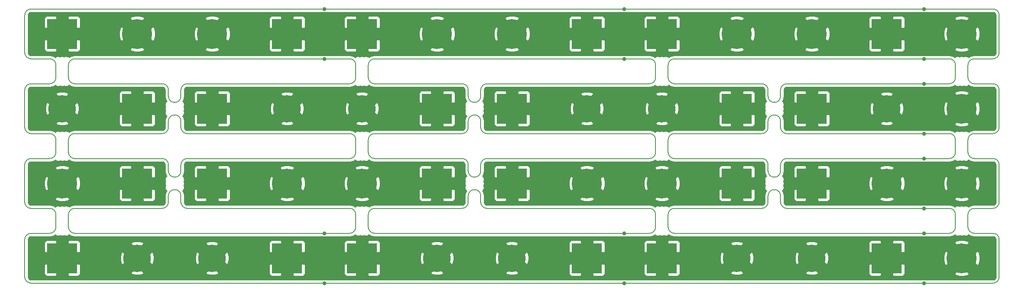
<source format=gbl>
G04 #@! TF.FileFunction,Copper,L2,Bot,Signal*
%FSLAX46Y46*%
G04 Gerber Fmt 4.6, Leading zero omitted, Abs format (unit mm)*
G04 Created by KiCad (PCBNEW 4.0.2-4+6225~38~ubuntu15.10.1-stable) date Tue Mar 22 22:08:16 2016*
%MOMM*%
G01*
G04 APERTURE LIST*
%ADD10C,0.101600*%
%ADD11C,0.150000*%
%ADD12C,6.096000*%
%ADD13C,0.800000*%
%ADD14R,6.096000X6.096000*%
%ADD15C,5.600000*%
%ADD16C,0.254000*%
G04 APERTURE END LIST*
D10*
D11*
X8890000Y29210000D02*
X8890000Y26670000D01*
X10160000Y30480000D02*
G75*
G03X8890000Y29210000I0J-1270000D01*
G01*
X8890000Y26670000D02*
G75*
G03X10160000Y25400000I1270000J0D01*
G01*
X6350000Y29210000D02*
G75*
G03X5080000Y30480000I-1270000J0D01*
G01*
X6350000Y29210000D02*
X6350000Y26670000D01*
X5080000Y25400000D02*
G75*
G03X6350000Y26670000I0J1270000D01*
G01*
X8890000Y13970000D02*
X8890000Y11430000D01*
X10160000Y15240000D02*
G75*
G03X8890000Y13970000I0J-1270000D01*
G01*
X8890000Y11430000D02*
G75*
G03X10160000Y10160000I1270000J0D01*
G01*
X6350000Y13970000D02*
G75*
G03X5080000Y15240000I-1270000J0D01*
G01*
X6350000Y13970000D02*
X6350000Y11430000D01*
X5080000Y10160000D02*
G75*
G03X6350000Y11430000I0J1270000D01*
G01*
X69850000Y13970000D02*
X69850000Y11430000D01*
X71120000Y15240000D02*
G75*
G03X69850000Y13970000I0J-1270000D01*
G01*
X69850000Y11430000D02*
G75*
G03X71120000Y10160000I1270000J0D01*
G01*
X67310000Y13970000D02*
G75*
G03X66040000Y15240000I-1270000J0D01*
G01*
X67310000Y13970000D02*
X67310000Y11430000D01*
X66040000Y10160000D02*
G75*
G03X67310000Y11430000I0J1270000D01*
G01*
X69850000Y29210000D02*
X69850000Y26670000D01*
X71120000Y30480000D02*
G75*
G03X69850000Y29210000I0J-1270000D01*
G01*
X69850000Y26670000D02*
G75*
G03X71120000Y25400000I1270000J0D01*
G01*
X67310000Y29210000D02*
G75*
G03X66040000Y30480000I-1270000J0D01*
G01*
X67310000Y29210000D02*
X67310000Y26670000D01*
X66040000Y25400000D02*
G75*
G03X67310000Y26670000I0J1270000D01*
G01*
X130810000Y29210000D02*
X130810000Y26670000D01*
X132080000Y30480000D02*
G75*
G03X130810000Y29210000I0J-1270000D01*
G01*
X130810000Y26670000D02*
G75*
G03X132080000Y25400000I1270000J0D01*
G01*
X128270000Y29210000D02*
G75*
G03X127000000Y30480000I-1270000J0D01*
G01*
X128270000Y29210000D02*
X128270000Y26670000D01*
X127000000Y25400000D02*
G75*
G03X128270000Y26670000I0J1270000D01*
G01*
X130810000Y13970000D02*
X130810000Y11430000D01*
X132080000Y15240000D02*
G75*
G03X130810000Y13970000I0J-1270000D01*
G01*
X130810000Y11430000D02*
G75*
G03X132080000Y10160000I1270000J0D01*
G01*
X128270000Y13970000D02*
G75*
G03X127000000Y15240000I-1270000J0D01*
G01*
X128270000Y13970000D02*
X128270000Y11430000D01*
X127000000Y10160000D02*
G75*
G03X128270000Y11430000I0J1270000D01*
G01*
X191770000Y13970000D02*
X191770000Y11430000D01*
X193040000Y15240000D02*
G75*
G03X191770000Y13970000I0J-1270000D01*
G01*
X191770000Y11430000D02*
G75*
G03X193040000Y10160000I1270000J0D01*
G01*
X189230000Y13970000D02*
G75*
G03X187960000Y15240000I-1270000J0D01*
G01*
X189230000Y13970000D02*
X189230000Y11430000D01*
X187960000Y10160000D02*
G75*
G03X189230000Y11430000I0J1270000D01*
G01*
X191770000Y29210000D02*
X191770000Y26670000D01*
X193040000Y30480000D02*
G75*
G03X191770000Y29210000I0J-1270000D01*
G01*
X191770000Y26670000D02*
G75*
G03X193040000Y25400000I1270000J0D01*
G01*
X189230000Y29210000D02*
G75*
G03X187960000Y30480000I-1270000J0D01*
G01*
X189230000Y29210000D02*
X189230000Y26670000D01*
X187960000Y25400000D02*
G75*
G03X189230000Y26670000I0J1270000D01*
G01*
X191770000Y41910000D02*
G75*
G03X193040000Y40640000I1270000J0D01*
G01*
X187960000Y40640000D02*
G75*
G03X189230000Y41910000I0J1270000D01*
G01*
X191770000Y44450000D02*
X191770000Y41910000D01*
X189230000Y44450000D02*
X189230000Y41910000D01*
X130810000Y44450000D02*
X130810000Y41910000D01*
X128270000Y41910000D02*
X128270000Y44450000D01*
X130810000Y41910000D02*
G75*
G03X132080000Y40640000I1270000J0D01*
G01*
X127000000Y40640000D02*
G75*
G03X128270000Y41910000I0J1270000D01*
G01*
X69850000Y44450000D02*
X69850000Y41910000D01*
X67310000Y41910000D02*
X67310000Y44450000D01*
X69850000Y41910000D02*
G75*
G03X71120000Y40640000I1270000J0D01*
G01*
X66040000Y40640000D02*
G75*
G03X67310000Y41910000I0J1270000D01*
G01*
X8890000Y44450000D02*
X8890000Y41910000D01*
X6350000Y41910000D02*
X6350000Y44450000D01*
X8890000Y41910000D02*
G75*
G03X10160000Y40640000I1270000J0D01*
G01*
X5080000Y40640000D02*
G75*
G03X6350000Y41910000I0J1270000D01*
G01*
X33020000Y15240000D02*
X66040000Y15240000D01*
X27940000Y15240000D02*
X10160000Y15240000D01*
X88900000Y15240000D02*
X71120000Y15240000D01*
X127000000Y15240000D02*
X93980000Y15240000D01*
X149860000Y15240000D02*
X132080000Y15240000D01*
X187960000Y15240000D02*
X154940000Y15240000D01*
X196850000Y0D02*
G75*
G03X198120000Y1270000I0J1270000D01*
G01*
X0Y1270000D02*
G75*
G03X1270000Y0I1270000J0D01*
G01*
X198120000Y16510000D02*
X198120000Y24130000D01*
X153670000Y17780001D02*
G75*
G03X151130000Y17779999I-1270000J-1D01*
G01*
X149860000Y15240000D02*
G75*
G03X151130000Y16510000I0J1270000D01*
G01*
X151130000Y17780000D02*
X151130000Y16510000D01*
X153670000Y17780000D02*
X153670000Y16510000D01*
X153670000Y16510000D02*
G75*
G03X154940000Y15240000I1270000J0D01*
G01*
X151130000Y22860000D02*
G75*
G03X153670000Y22860000I1270000J0D01*
G01*
X153670000Y24130000D02*
X153670000Y22860000D01*
X151130000Y24130000D02*
X151130000Y22860000D01*
X90170000Y22860000D02*
G75*
G03X92710000Y22860000I1270000J0D01*
G01*
X92710000Y24130000D02*
X92710000Y22860000D01*
X90170000Y24130000D02*
X90170000Y22860000D01*
X88900000Y15240000D02*
G75*
G03X90170000Y16510000I0J1270000D01*
G01*
X92710000Y16510000D02*
G75*
G03X93980000Y15240000I1270000J0D01*
G01*
X92710000Y17780000D02*
X92710000Y16510000D01*
X90170000Y17780000D02*
X90170000Y16510000D01*
X92710000Y17780001D02*
G75*
G03X90170000Y17779999I-1270000J-1D01*
G01*
X27940000Y15240000D02*
G75*
G03X29210000Y16510000I0J1270000D01*
G01*
X29210000Y17780000D02*
X29210000Y16510000D01*
X31750000Y17780000D02*
X31750000Y16510000D01*
X31750000Y16510000D02*
G75*
G03X33020000Y15240000I1270000J0D01*
G01*
X31750000Y17780001D02*
G75*
G03X29210000Y17779999I-1270000J-1D01*
G01*
X29210000Y22860000D02*
G75*
G03X31750000Y22860000I1270000J0D01*
G01*
X31750000Y24130000D02*
X31750000Y22860000D01*
X29210000Y24130000D02*
X29210000Y22860000D01*
X0Y24130000D02*
X0Y16510000D01*
X187960000Y25400000D02*
X154940000Y25400000D01*
X154940000Y30480000D02*
X187960000Y30480000D01*
X154940000Y40640000D02*
X187960000Y40640000D01*
X93980000Y25400000D02*
X127000000Y25400000D01*
X127000000Y30480000D02*
X93980000Y30480000D01*
X93980000Y40640000D02*
X127000000Y40640000D01*
X66040000Y25400000D02*
X33020000Y25400000D01*
X33020000Y30480000D02*
X66040000Y30480000D01*
X33020000Y40640000D02*
X66040000Y40640000D01*
X27940000Y30480000D02*
G75*
G03X29210000Y31750000I0J1270000D01*
G01*
X31750000Y31750000D02*
G75*
G03X33020000Y30480000I1270000J0D01*
G01*
X29210000Y24130000D02*
G75*
G03X27940000Y25400000I-1270000J0D01*
G01*
X33020000Y25400000D02*
G75*
G03X31750000Y24130000I0J-1270000D01*
G01*
X5080000Y25400000D02*
X1270000Y25400000D01*
X1270000Y25400000D02*
G75*
G03X0Y24130000I0J-1270000D01*
G01*
X10160000Y25400000D02*
X27940000Y25400000D01*
X27940000Y30480000D02*
X10160000Y30480000D01*
X0Y31750000D02*
G75*
G03X1270000Y30480000I1270000J0D01*
G01*
X1270000Y30480000D02*
X5080000Y30480000D01*
X93980000Y25400000D02*
G75*
G03X92710000Y24130000I0J-1270000D01*
G01*
X90170000Y24130000D02*
G75*
G03X88900000Y25400000I-1270000J0D01*
G01*
X71120000Y25400000D02*
X88900000Y25400000D01*
X132080000Y25400000D02*
X149860000Y25400000D01*
X149860000Y30480000D02*
X132080000Y30480000D01*
X151130000Y24130000D02*
G75*
G03X149860000Y25400000I-1270000J0D01*
G01*
X154940000Y25400000D02*
G75*
G03X153670000Y24130000I0J-1270000D01*
G01*
X196850000Y30480000D02*
G75*
G03X198120000Y31750000I0J1270000D01*
G01*
X198120000Y24130000D02*
G75*
G03X196850000Y25400000I-1270000J0D01*
G01*
X193040000Y30480000D02*
X196850000Y30480000D01*
X193040000Y25400000D02*
X196850000Y25400000D01*
X88900000Y30480000D02*
X71120000Y30480000D01*
X10160000Y40640000D02*
X27940000Y40640000D01*
X128270000Y44450000D02*
G75*
G03X127000000Y45720000I-1270000J0D01*
G01*
X132080000Y45720000D02*
G75*
G03X130810000Y44450000I0J-1270000D01*
G01*
X153670000Y33020001D02*
G75*
G03X151130000Y33019999I-1270000J-1D01*
G01*
X151130000Y33020000D02*
X151130000Y31750000D01*
X153670000Y33020000D02*
X153670000Y31750000D01*
X153670000Y31750000D02*
G75*
G03X154940000Y30480000I1270000J0D01*
G01*
X149860000Y30480000D02*
G75*
G03X151130000Y31750000I0J1270000D01*
G01*
X151130000Y38100000D02*
G75*
G03X153670000Y38100000I1270000J0D01*
G01*
X154940000Y40640000D02*
G75*
G03X153670000Y39370000I0J-1270000D01*
G01*
X151130000Y39370000D02*
X151130000Y38100000D01*
X153670000Y39370000D02*
X153670000Y38100000D01*
X151130000Y39370000D02*
G75*
G03X149860000Y40640000I-1270000J0D01*
G01*
X92710000Y33020001D02*
G75*
G03X90170000Y33019999I-1270000J-1D01*
G01*
X90170000Y33020000D02*
X90170000Y31750000D01*
X92710000Y33020000D02*
X92710000Y31750000D01*
X92710000Y31750000D02*
G75*
G03X93980000Y30480000I1270000J0D01*
G01*
X88900000Y30480000D02*
G75*
G03X90170000Y31750000I0J1270000D01*
G01*
X90170000Y38100000D02*
G75*
G03X92710000Y38100000I1270000J0D01*
G01*
X93980000Y40640000D02*
G75*
G03X92710000Y39370000I0J-1270000D01*
G01*
X90170000Y39370000D02*
X90170000Y38100000D01*
X92710000Y39370000D02*
X92710000Y38100000D01*
X90170000Y39370000D02*
G75*
G03X88900000Y40640000I-1270000J0D01*
G01*
X31750000Y39370000D02*
X31750000Y38100000D01*
X29210000Y39370000D02*
X29210000Y38100000D01*
X31750000Y33020000D02*
X31750000Y31750000D01*
X29210000Y33020000D02*
X29210000Y31750000D01*
X33020000Y40640000D02*
G75*
G03X31750000Y39370000I0J-1270000D01*
G01*
X29210000Y39370000D02*
G75*
G03X27940000Y40640000I-1270000J0D01*
G01*
X31750000Y33020001D02*
G75*
G03X29210000Y33019999I-1270000J-1D01*
G01*
X29210000Y38100000D02*
G75*
G03X31750000Y38100000I1270000J0D01*
G01*
X5080000Y10160000D02*
X1270000Y10160000D01*
X1270000Y15240000D02*
X5080000Y15240000D01*
X10160000Y45720000D02*
G75*
G03X8890000Y44450000I0J-1270000D01*
G01*
X6350000Y44450000D02*
G75*
G03X5080000Y45720000I-1270000J0D01*
G01*
X5080000Y40640000D02*
X1270000Y40640000D01*
X1270000Y45720000D02*
X5080000Y45720000D01*
X67310000Y44450000D02*
G75*
G03X66040000Y45720000I-1270000J0D01*
G01*
X71120000Y45720000D02*
G75*
G03X69850000Y44450000I0J-1270000D01*
G01*
X189230000Y44450000D02*
G75*
G03X187960000Y45720000I-1270000J0D01*
G01*
X193040000Y45720000D02*
G75*
G03X191770000Y44450000I0J-1270000D01*
G01*
X1270000Y55880000D02*
G75*
G03X0Y54610000I0J-1270000D01*
G01*
X0Y8890000D02*
X0Y1270000D01*
X196850000Y55880000D02*
X1270000Y55880000D01*
X198120000Y8890000D02*
X198120000Y1270000D01*
X198120000Y54610000D02*
G75*
G03X196850000Y55880000I-1270000J0D01*
G01*
X196850000Y15240000D02*
G75*
G03X198120000Y16510000I0J1270000D01*
G01*
X198120000Y54610000D02*
X198120000Y46990000D01*
X196850000Y45720000D02*
G75*
G03X198120000Y46990000I0J1270000D01*
G01*
X198120000Y8890000D02*
G75*
G03X196850000Y10160000I-1270000J0D01*
G01*
X0Y54610000D02*
X0Y46990000D01*
X0Y46990000D02*
G75*
G03X1270000Y45720000I1270000J0D01*
G01*
X0Y16510000D02*
G75*
G03X1270000Y15240000I1270000J0D01*
G01*
X1270000Y10160000D02*
G75*
G03X0Y8890000I0J-1270000D01*
G01*
X193040000Y40640000D02*
X196850000Y40640000D01*
X132080000Y40640000D02*
X149860000Y40640000D01*
X71120000Y40640000D02*
X88900000Y40640000D01*
X193040000Y15240000D02*
X196850000Y15240000D01*
X132080000Y10160000D02*
X187960000Y10160000D01*
X196850000Y0D02*
X1270000Y0D01*
X66040000Y45720000D02*
X10160000Y45720000D01*
X127000000Y45720000D02*
X71120000Y45720000D01*
X187960000Y45720000D02*
X132080000Y45720000D01*
X193040000Y45720000D02*
X196850000Y45720000D01*
X193040000Y10160000D02*
X196850000Y10160000D01*
X71120000Y10160000D02*
X127000000Y10160000D01*
X10160000Y10160000D02*
X66040000Y10160000D01*
X0Y39370000D02*
X0Y31750000D01*
X198120000Y31750000D02*
X198120000Y39370000D01*
X1270000Y40640000D02*
G75*
G03X0Y39370000I0J-1270000D01*
G01*
X198120000Y39370000D02*
G75*
G03X196850000Y40640000I-1270000J0D01*
G01*
D12*
X68580000Y20320000D03*
X175260000Y20320000D03*
X190500000Y20320000D03*
X129540000Y20320000D03*
X114300000Y20320000D03*
X53340000Y20320000D03*
X7620000Y20320000D03*
D13*
X182880000Y54610000D03*
X182880000Y55880000D03*
X182880000Y10160000D03*
X182880000Y8890000D03*
X182880000Y7620000D03*
X182880000Y6350000D03*
X182880000Y53340000D03*
X182880000Y0D03*
X182880000Y5080000D03*
X182880000Y3810000D03*
X182880000Y2540000D03*
X182880000Y1270000D03*
X182880000Y45720000D03*
X182880000Y52070000D03*
X182880000Y50800000D03*
X182880000Y49530000D03*
X182880000Y48260000D03*
X182880000Y46990000D03*
X121920000Y0D03*
X60960000Y0D03*
X60960000Y45720000D03*
X60960000Y46990000D03*
X60960000Y48260000D03*
X60960000Y49530000D03*
X60960000Y50800000D03*
X60960000Y52070000D03*
X60960000Y53340000D03*
X60960000Y55880000D03*
X60960000Y1270000D03*
X60960000Y2540000D03*
X60960000Y3810000D03*
X60960000Y5080000D03*
X60960000Y6350000D03*
X60960000Y7620000D03*
X60960000Y8890000D03*
X182880000Y15240000D03*
X182880000Y16510000D03*
X182880000Y17780000D03*
X182880000Y19050000D03*
X182880000Y20320000D03*
X182880000Y21590000D03*
X182880000Y22860000D03*
X182880000Y24130000D03*
X182880000Y30480000D03*
X182880000Y31750000D03*
X182880000Y33020000D03*
X182880000Y34290000D03*
X182880000Y35560000D03*
X182880000Y36830000D03*
X182880000Y38100000D03*
X182880000Y39370000D03*
X121920000Y1270000D03*
X121920000Y2540000D03*
X121920000Y3810000D03*
X121920000Y5080000D03*
X121920000Y6350000D03*
X121920000Y7620000D03*
X121920000Y8890000D03*
X121920000Y45720000D03*
X121920000Y46990000D03*
X121920000Y48260000D03*
X121920000Y49530000D03*
X121920000Y50800000D03*
X121920000Y52070000D03*
X121920000Y53340000D03*
X121920000Y54610000D03*
X60960000Y54610000D03*
X60960000Y10160000D03*
X182880000Y25400000D03*
X182880000Y40640000D03*
X121920000Y10160000D03*
X121920000Y55880000D03*
D12*
X190500000Y5080000D03*
X22860000Y50800000D03*
X38100000Y50800000D03*
X83820000Y50800000D03*
X99060000Y50800000D03*
X144780000Y50800000D03*
X160020000Y50800000D03*
X190500000Y50800000D03*
X190500000Y35560000D03*
D14*
X7620000Y50800000D03*
X53340000Y50800000D03*
X68580000Y50800000D03*
X114300000Y50800000D03*
X129540000Y50800000D03*
X175260000Y50800000D03*
X22860000Y20320000D03*
X38100000Y20320000D03*
X83820000Y20320000D03*
X99060000Y20320000D03*
X144780000Y20320000D03*
X160020000Y20320000D03*
D15*
X7620000Y35560000D03*
D14*
X22860000Y35560000D03*
X38100000Y35560000D03*
D15*
X53340000Y35560000D03*
X68580000Y35560000D03*
D14*
X83820000Y35560000D03*
X99060000Y35560000D03*
D15*
X114300000Y35560000D03*
X129540000Y35560000D03*
D14*
X144780000Y35560000D03*
X160020000Y35560000D03*
D15*
X175260000Y35560000D03*
D14*
X7620000Y5080000D03*
D15*
X22860000Y5080000D03*
X38100000Y5080000D03*
D14*
X53340000Y5080000D03*
X68580000Y5080000D03*
D15*
X83820000Y5080000D03*
X99060000Y5080000D03*
D14*
X114300000Y5080000D03*
X129540000Y5080000D03*
D15*
X144780000Y5080000D03*
X160020000Y5080000D03*
D14*
X175260000Y5080000D03*
D16*
G36*
X196958109Y55155995D02*
X197062101Y55124598D01*
X197158014Y55073601D01*
X197242194Y55004945D01*
X197311440Y54921242D01*
X197363105Y54825689D01*
X197395227Y54721922D01*
X197410000Y54581359D01*
X197410000Y47024720D01*
X197395995Y46881891D01*
X197364599Y46777901D01*
X197313601Y46681987D01*
X197244941Y46597801D01*
X197161243Y46528561D01*
X197065689Y46476895D01*
X196961922Y46444773D01*
X196821359Y46430000D01*
X193040000Y46430000D01*
X193039874Y46429988D01*
X193037517Y46429996D01*
X193028651Y46429965D01*
X192997796Y46426831D01*
X192966786Y46427047D01*
X192956920Y46426080D01*
X192710417Y46400172D01*
X192647399Y46387236D01*
X192584167Y46375174D01*
X192574677Y46372308D01*
X192337901Y46299013D01*
X192278597Y46274084D01*
X192218915Y46249971D01*
X192210163Y46245317D01*
X191992133Y46127429D01*
X191938805Y46091459D01*
X191884935Y46056207D01*
X191879879Y46052083D01*
X191866850Y46065204D01*
X191722964Y46162256D01*
X191562968Y46229512D01*
X191392955Y46264410D01*
X191219402Y46265622D01*
X191048919Y46233101D01*
X190898757Y46172432D01*
X190762968Y46229512D01*
X190592955Y46264410D01*
X190419402Y46265622D01*
X190248919Y46233101D01*
X190098757Y46172432D01*
X189962968Y46229512D01*
X189792955Y46264410D01*
X189619402Y46265622D01*
X189448919Y46233101D01*
X189287999Y46168085D01*
X189142773Y46073051D01*
X189120210Y46050956D01*
X189111548Y46058021D01*
X189057959Y46093625D01*
X189004850Y46129989D01*
X188996130Y46134704D01*
X188777283Y46251066D01*
X188717792Y46275587D01*
X188658643Y46300938D01*
X188649173Y46303869D01*
X188649175Y46303869D01*
X188649167Y46303871D01*
X188411892Y46375509D01*
X188348795Y46388003D01*
X188285821Y46401388D01*
X188275966Y46402424D01*
X188275962Y46402424D01*
X188029284Y46426611D01*
X187999511Y46426611D01*
X187969913Y46429931D01*
X187960000Y46430000D01*
X132080000Y46430000D01*
X132079874Y46429988D01*
X132077517Y46429996D01*
X132068651Y46429965D01*
X132037796Y46426831D01*
X132006786Y46427047D01*
X131996920Y46426080D01*
X131750417Y46400172D01*
X131687399Y46387236D01*
X131624167Y46375174D01*
X131614677Y46372308D01*
X131377901Y46299013D01*
X131318597Y46274084D01*
X131258915Y46249971D01*
X131250163Y46245317D01*
X131032133Y46127429D01*
X130978805Y46091459D01*
X130924935Y46056207D01*
X130919879Y46052083D01*
X130906850Y46065204D01*
X130762964Y46162256D01*
X130602968Y46229512D01*
X130432955Y46264410D01*
X130259402Y46265622D01*
X130088919Y46233101D01*
X129938757Y46172432D01*
X129802968Y46229512D01*
X129632955Y46264410D01*
X129459402Y46265622D01*
X129288919Y46233101D01*
X129138757Y46172432D01*
X129002968Y46229512D01*
X128832955Y46264410D01*
X128659402Y46265622D01*
X128488919Y46233101D01*
X128327999Y46168085D01*
X128182773Y46073051D01*
X128160210Y46050956D01*
X128151548Y46058021D01*
X128097959Y46093625D01*
X128044850Y46129989D01*
X128036130Y46134704D01*
X127817283Y46251066D01*
X127757792Y46275587D01*
X127698643Y46300938D01*
X127689173Y46303869D01*
X127689175Y46303869D01*
X127689167Y46303871D01*
X127451892Y46375509D01*
X127388795Y46388003D01*
X127325821Y46401388D01*
X127315966Y46402424D01*
X127315962Y46402424D01*
X127069284Y46426611D01*
X127039511Y46426611D01*
X127009913Y46429931D01*
X127000000Y46430000D01*
X71120000Y46430000D01*
X71119874Y46429988D01*
X71117517Y46429996D01*
X71108651Y46429965D01*
X71077796Y46426831D01*
X71046786Y46427047D01*
X71036920Y46426080D01*
X70790417Y46400172D01*
X70727399Y46387236D01*
X70664167Y46375174D01*
X70654677Y46372308D01*
X70417901Y46299013D01*
X70358597Y46274084D01*
X70298915Y46249971D01*
X70290163Y46245317D01*
X70072133Y46127429D01*
X70018805Y46091459D01*
X69964935Y46056207D01*
X69959879Y46052083D01*
X69946850Y46065204D01*
X69802964Y46162256D01*
X69642968Y46229512D01*
X69472955Y46264410D01*
X69299402Y46265622D01*
X69128919Y46233101D01*
X68978757Y46172432D01*
X68842968Y46229512D01*
X68672955Y46264410D01*
X68499402Y46265622D01*
X68328919Y46233101D01*
X68178757Y46172432D01*
X68042968Y46229512D01*
X67872955Y46264410D01*
X67699402Y46265622D01*
X67528919Y46233101D01*
X67367999Y46168085D01*
X67222773Y46073051D01*
X67200210Y46050956D01*
X67191548Y46058021D01*
X67137959Y46093625D01*
X67084850Y46129989D01*
X67076130Y46134704D01*
X66857283Y46251066D01*
X66797792Y46275587D01*
X66738643Y46300938D01*
X66729173Y46303869D01*
X66729175Y46303869D01*
X66729167Y46303871D01*
X66491892Y46375509D01*
X66428795Y46388003D01*
X66365821Y46401388D01*
X66355966Y46402424D01*
X66355962Y46402424D01*
X66109284Y46426611D01*
X66079511Y46426611D01*
X66049913Y46429931D01*
X66040000Y46430000D01*
X10160000Y46430000D01*
X10159874Y46429988D01*
X10157517Y46429996D01*
X10148651Y46429965D01*
X10117796Y46426831D01*
X10086786Y46427047D01*
X10076920Y46426080D01*
X9830417Y46400172D01*
X9767399Y46387236D01*
X9704167Y46375174D01*
X9694677Y46372308D01*
X9457901Y46299013D01*
X9398597Y46274084D01*
X9338915Y46249971D01*
X9330163Y46245317D01*
X9112133Y46127429D01*
X9058805Y46091459D01*
X9004935Y46056207D01*
X8999879Y46052083D01*
X8986850Y46065204D01*
X8842964Y46162256D01*
X8682968Y46229512D01*
X8512955Y46264410D01*
X8339402Y46265622D01*
X8168919Y46233101D01*
X8018757Y46172432D01*
X7882968Y46229512D01*
X7712955Y46264410D01*
X7539402Y46265622D01*
X7368919Y46233101D01*
X7218757Y46172432D01*
X7082968Y46229512D01*
X6912955Y46264410D01*
X6739402Y46265622D01*
X6568919Y46233101D01*
X6407999Y46168085D01*
X6262773Y46073051D01*
X6240210Y46050956D01*
X6231548Y46058021D01*
X6177959Y46093625D01*
X6124850Y46129989D01*
X6116130Y46134704D01*
X5897283Y46251066D01*
X5837792Y46275587D01*
X5778643Y46300938D01*
X5769173Y46303869D01*
X5769175Y46303869D01*
X5769167Y46303871D01*
X5531892Y46375509D01*
X5468795Y46388003D01*
X5405821Y46401388D01*
X5395966Y46402424D01*
X5395962Y46402424D01*
X5149284Y46426611D01*
X5119511Y46426611D01*
X5089913Y46429931D01*
X5080000Y46430000D01*
X1304720Y46430000D01*
X1161891Y46444005D01*
X1057901Y46475401D01*
X961987Y46526399D01*
X877801Y46595059D01*
X808561Y46678757D01*
X756895Y46774311D01*
X724773Y46878078D01*
X710000Y47018641D01*
X710000Y49498250D01*
X3937000Y49498250D01*
X3937000Y47689458D01*
X3961403Y47566777D01*
X4009270Y47451215D01*
X4078763Y47347211D01*
X4167211Y47258763D01*
X4271215Y47189270D01*
X4386777Y47141403D01*
X4509458Y47117000D01*
X6318250Y47117000D01*
X6477000Y47275750D01*
X6477000Y49657000D01*
X8763000Y49657000D01*
X8763000Y47275750D01*
X8921750Y47117000D01*
X10730542Y47117000D01*
X10853223Y47141403D01*
X10968785Y47189270D01*
X11072789Y47258763D01*
X11161237Y47347211D01*
X11230730Y47451215D01*
X11278597Y47566777D01*
X11289411Y47621143D01*
X21297589Y47621143D01*
X21715768Y47280511D01*
X22424372Y47124908D01*
X23149717Y47110537D01*
X23863928Y47237950D01*
X24004232Y47280511D01*
X24422411Y47621143D01*
X36537589Y47621143D01*
X36955768Y47280511D01*
X37664372Y47124908D01*
X38389717Y47110537D01*
X39103928Y47237950D01*
X39244232Y47280511D01*
X39662411Y47621143D01*
X38100000Y49183554D01*
X36537589Y47621143D01*
X24422411Y47621143D01*
X22860000Y49183554D01*
X21297589Y47621143D01*
X11289411Y47621143D01*
X11303000Y47689458D01*
X11303000Y49498250D01*
X11144250Y49657000D01*
X8763000Y49657000D01*
X6477000Y49657000D01*
X4095750Y49657000D01*
X3937000Y49498250D01*
X710000Y49498250D01*
X710000Y50510283D01*
X19170537Y50510283D01*
X19297950Y49796072D01*
X19340511Y49655768D01*
X19681143Y49237589D01*
X21243554Y50800000D01*
X24476446Y50800000D01*
X26038857Y49237589D01*
X26379489Y49655768D01*
X26535092Y50364372D01*
X26537982Y50510283D01*
X34410537Y50510283D01*
X34537950Y49796072D01*
X34580511Y49655768D01*
X34921143Y49237589D01*
X36483554Y50800000D01*
X39716446Y50800000D01*
X41278857Y49237589D01*
X41491181Y49498250D01*
X49657000Y49498250D01*
X49657000Y47689458D01*
X49681403Y47566777D01*
X49729270Y47451215D01*
X49798763Y47347211D01*
X49887211Y47258763D01*
X49991215Y47189270D01*
X50106777Y47141403D01*
X50229458Y47117000D01*
X52038250Y47117000D01*
X52197000Y47275750D01*
X52197000Y49657000D01*
X54483000Y49657000D01*
X54483000Y47275750D01*
X54641750Y47117000D01*
X56450542Y47117000D01*
X56573223Y47141403D01*
X56688785Y47189270D01*
X56792789Y47258763D01*
X56881237Y47347211D01*
X56950730Y47451215D01*
X56998597Y47566777D01*
X57023000Y47689458D01*
X57023000Y49498250D01*
X64897000Y49498250D01*
X64897000Y47689458D01*
X64921403Y47566777D01*
X64969270Y47451215D01*
X65038763Y47347211D01*
X65127211Y47258763D01*
X65231215Y47189270D01*
X65346777Y47141403D01*
X65469458Y47117000D01*
X67278250Y47117000D01*
X67437000Y47275750D01*
X67437000Y49657000D01*
X69723000Y49657000D01*
X69723000Y47275750D01*
X69881750Y47117000D01*
X71690542Y47117000D01*
X71813223Y47141403D01*
X71928785Y47189270D01*
X72032789Y47258763D01*
X72121237Y47347211D01*
X72190730Y47451215D01*
X72238597Y47566777D01*
X72249411Y47621143D01*
X82257589Y47621143D01*
X82675768Y47280511D01*
X83384372Y47124908D01*
X84109717Y47110537D01*
X84823928Y47237950D01*
X84964232Y47280511D01*
X85382411Y47621143D01*
X97497589Y47621143D01*
X97915768Y47280511D01*
X98624372Y47124908D01*
X99349717Y47110537D01*
X100063928Y47237950D01*
X100204232Y47280511D01*
X100622411Y47621143D01*
X99060000Y49183554D01*
X97497589Y47621143D01*
X85382411Y47621143D01*
X83820000Y49183554D01*
X82257589Y47621143D01*
X72249411Y47621143D01*
X72263000Y47689458D01*
X72263000Y49498250D01*
X72104250Y49657000D01*
X69723000Y49657000D01*
X67437000Y49657000D01*
X65055750Y49657000D01*
X64897000Y49498250D01*
X57023000Y49498250D01*
X56864250Y49657000D01*
X54483000Y49657000D01*
X52197000Y49657000D01*
X49815750Y49657000D01*
X49657000Y49498250D01*
X41491181Y49498250D01*
X41619489Y49655768D01*
X41775092Y50364372D01*
X41777982Y50510283D01*
X80130537Y50510283D01*
X80257950Y49796072D01*
X80300511Y49655768D01*
X80641143Y49237589D01*
X82203554Y50800000D01*
X85436446Y50800000D01*
X86998857Y49237589D01*
X87339489Y49655768D01*
X87495092Y50364372D01*
X87497982Y50510283D01*
X95370537Y50510283D01*
X95497950Y49796072D01*
X95540511Y49655768D01*
X95881143Y49237589D01*
X97443554Y50800000D01*
X100676446Y50800000D01*
X102238857Y49237589D01*
X102451181Y49498250D01*
X110617000Y49498250D01*
X110617000Y47689458D01*
X110641403Y47566777D01*
X110689270Y47451215D01*
X110758763Y47347211D01*
X110847211Y47258763D01*
X110951215Y47189270D01*
X111066777Y47141403D01*
X111189458Y47117000D01*
X112998250Y47117000D01*
X113157000Y47275750D01*
X113157000Y49657000D01*
X115443000Y49657000D01*
X115443000Y47275750D01*
X115601750Y47117000D01*
X117410542Y47117000D01*
X117533223Y47141403D01*
X117648785Y47189270D01*
X117752789Y47258763D01*
X117841237Y47347211D01*
X117910730Y47451215D01*
X117958597Y47566777D01*
X117983000Y47689458D01*
X117983000Y49498250D01*
X125857000Y49498250D01*
X125857000Y47689458D01*
X125881403Y47566777D01*
X125929270Y47451215D01*
X125998763Y47347211D01*
X126087211Y47258763D01*
X126191215Y47189270D01*
X126306777Y47141403D01*
X126429458Y47117000D01*
X128238250Y47117000D01*
X128397000Y47275750D01*
X128397000Y49657000D01*
X130683000Y49657000D01*
X130683000Y47275750D01*
X130841750Y47117000D01*
X132650542Y47117000D01*
X132773223Y47141403D01*
X132888785Y47189270D01*
X132992789Y47258763D01*
X133081237Y47347211D01*
X133150730Y47451215D01*
X133198597Y47566777D01*
X133209411Y47621143D01*
X143217589Y47621143D01*
X143635768Y47280511D01*
X144344372Y47124908D01*
X145069717Y47110537D01*
X145783928Y47237950D01*
X145924232Y47280511D01*
X146342411Y47621143D01*
X158457589Y47621143D01*
X158875768Y47280511D01*
X159584372Y47124908D01*
X160309717Y47110537D01*
X161023928Y47237950D01*
X161164232Y47280511D01*
X161582411Y47621143D01*
X160020000Y49183554D01*
X158457589Y47621143D01*
X146342411Y47621143D01*
X144780000Y49183554D01*
X143217589Y47621143D01*
X133209411Y47621143D01*
X133223000Y47689458D01*
X133223000Y49498250D01*
X133064250Y49657000D01*
X130683000Y49657000D01*
X128397000Y49657000D01*
X126015750Y49657000D01*
X125857000Y49498250D01*
X117983000Y49498250D01*
X117824250Y49657000D01*
X115443000Y49657000D01*
X113157000Y49657000D01*
X110775750Y49657000D01*
X110617000Y49498250D01*
X102451181Y49498250D01*
X102579489Y49655768D01*
X102735092Y50364372D01*
X102737982Y50510283D01*
X141090537Y50510283D01*
X141217950Y49796072D01*
X141260511Y49655768D01*
X141601143Y49237589D01*
X143163554Y50800000D01*
X146396446Y50800000D01*
X147958857Y49237589D01*
X148299489Y49655768D01*
X148455092Y50364372D01*
X148457982Y50510283D01*
X156330537Y50510283D01*
X156457950Y49796072D01*
X156500511Y49655768D01*
X156841143Y49237589D01*
X158403554Y50800000D01*
X161636446Y50800000D01*
X163198857Y49237589D01*
X163411181Y49498250D01*
X171577000Y49498250D01*
X171577000Y47689458D01*
X171601403Y47566777D01*
X171649270Y47451215D01*
X171718763Y47347211D01*
X171807211Y47258763D01*
X171911215Y47189270D01*
X172026777Y47141403D01*
X172149458Y47117000D01*
X173958250Y47117000D01*
X174117000Y47275750D01*
X174117000Y49657000D01*
X176403000Y49657000D01*
X176403000Y47275750D01*
X176561750Y47117000D01*
X178370542Y47117000D01*
X178493223Y47141403D01*
X178608785Y47189270D01*
X178712789Y47258763D01*
X178801237Y47347211D01*
X178870730Y47451215D01*
X178918597Y47566777D01*
X178929411Y47621143D01*
X188937589Y47621143D01*
X189355768Y47280511D01*
X190064372Y47124908D01*
X190789717Y47110537D01*
X191503928Y47237950D01*
X191644232Y47280511D01*
X192062411Y47621143D01*
X190500000Y49183554D01*
X188937589Y47621143D01*
X178929411Y47621143D01*
X178943000Y47689458D01*
X178943000Y49498250D01*
X178784250Y49657000D01*
X176403000Y49657000D01*
X174117000Y49657000D01*
X171735750Y49657000D01*
X171577000Y49498250D01*
X163411181Y49498250D01*
X163539489Y49655768D01*
X163695092Y50364372D01*
X163697982Y50510283D01*
X186810537Y50510283D01*
X186937950Y49796072D01*
X186980511Y49655768D01*
X187321143Y49237589D01*
X188883554Y50800000D01*
X192116446Y50800000D01*
X193678857Y49237589D01*
X194019489Y49655768D01*
X194175092Y50364372D01*
X194189463Y51089717D01*
X194062050Y51803928D01*
X194019489Y51944232D01*
X193678857Y52362411D01*
X192116446Y50800000D01*
X188883554Y50800000D01*
X187321143Y52362411D01*
X186980511Y51944232D01*
X186824908Y51235628D01*
X186810537Y50510283D01*
X163697982Y50510283D01*
X163709463Y51089717D01*
X163582050Y51803928D01*
X163539489Y51944232D01*
X163198857Y52362411D01*
X161636446Y50800000D01*
X158403554Y50800000D01*
X156841143Y52362411D01*
X156500511Y51944232D01*
X156344908Y51235628D01*
X156330537Y50510283D01*
X148457982Y50510283D01*
X148469463Y51089717D01*
X148342050Y51803928D01*
X148299489Y51944232D01*
X147958857Y52362411D01*
X146396446Y50800000D01*
X143163554Y50800000D01*
X141601143Y52362411D01*
X141260511Y51944232D01*
X141104908Y51235628D01*
X141090537Y50510283D01*
X102737982Y50510283D01*
X102749463Y51089717D01*
X102622050Y51803928D01*
X102579489Y51944232D01*
X102238857Y52362411D01*
X100676446Y50800000D01*
X97443554Y50800000D01*
X95881143Y52362411D01*
X95540511Y51944232D01*
X95384908Y51235628D01*
X95370537Y50510283D01*
X87497982Y50510283D01*
X87509463Y51089717D01*
X87382050Y51803928D01*
X87339489Y51944232D01*
X86998857Y52362411D01*
X85436446Y50800000D01*
X82203554Y50800000D01*
X80641143Y52362411D01*
X80300511Y51944232D01*
X80144908Y51235628D01*
X80130537Y50510283D01*
X41777982Y50510283D01*
X41789463Y51089717D01*
X41662050Y51803928D01*
X41619489Y51944232D01*
X41278857Y52362411D01*
X39716446Y50800000D01*
X36483554Y50800000D01*
X34921143Y52362411D01*
X34580511Y51944232D01*
X34424908Y51235628D01*
X34410537Y50510283D01*
X26537982Y50510283D01*
X26549463Y51089717D01*
X26422050Y51803928D01*
X26379489Y51944232D01*
X26038857Y52362411D01*
X24476446Y50800000D01*
X21243554Y50800000D01*
X19681143Y52362411D01*
X19340511Y51944232D01*
X19184908Y51235628D01*
X19170537Y50510283D01*
X710000Y50510283D01*
X710000Y53910542D01*
X3937000Y53910542D01*
X3937000Y52101750D01*
X4095750Y51943000D01*
X6477000Y51943000D01*
X6477000Y54324250D01*
X8763000Y54324250D01*
X8763000Y51943000D01*
X11144250Y51943000D01*
X11303000Y52101750D01*
X11303000Y53910542D01*
X11289412Y53978857D01*
X21297589Y53978857D01*
X22860000Y52416446D01*
X24422411Y53978857D01*
X36537589Y53978857D01*
X38100000Y52416446D01*
X39594096Y53910542D01*
X49657000Y53910542D01*
X49657000Y52101750D01*
X49815750Y51943000D01*
X52197000Y51943000D01*
X52197000Y54324250D01*
X54483000Y54324250D01*
X54483000Y51943000D01*
X56864250Y51943000D01*
X57023000Y52101750D01*
X57023000Y53910542D01*
X64897000Y53910542D01*
X64897000Y52101750D01*
X65055750Y51943000D01*
X67437000Y51943000D01*
X67437000Y54324250D01*
X69723000Y54324250D01*
X69723000Y51943000D01*
X72104250Y51943000D01*
X72263000Y52101750D01*
X72263000Y53910542D01*
X72249412Y53978857D01*
X82257589Y53978857D01*
X83820000Y52416446D01*
X85382411Y53978857D01*
X97497589Y53978857D01*
X99060000Y52416446D01*
X100554096Y53910542D01*
X110617000Y53910542D01*
X110617000Y52101750D01*
X110775750Y51943000D01*
X113157000Y51943000D01*
X113157000Y54324250D01*
X115443000Y54324250D01*
X115443000Y51943000D01*
X117824250Y51943000D01*
X117983000Y52101750D01*
X117983000Y53910542D01*
X125857000Y53910542D01*
X125857000Y52101750D01*
X126015750Y51943000D01*
X128397000Y51943000D01*
X128397000Y54324250D01*
X130683000Y54324250D01*
X130683000Y51943000D01*
X133064250Y51943000D01*
X133223000Y52101750D01*
X133223000Y53910542D01*
X133209412Y53978857D01*
X143217589Y53978857D01*
X144780000Y52416446D01*
X146342411Y53978857D01*
X158457589Y53978857D01*
X160020000Y52416446D01*
X161514096Y53910542D01*
X171577000Y53910542D01*
X171577000Y52101750D01*
X171735750Y51943000D01*
X174117000Y51943000D01*
X174117000Y54324250D01*
X176403000Y54324250D01*
X176403000Y51943000D01*
X178784250Y51943000D01*
X178943000Y52101750D01*
X178943000Y53910542D01*
X178929412Y53978857D01*
X188937589Y53978857D01*
X190500000Y52416446D01*
X192062411Y53978857D01*
X191644232Y54319489D01*
X190935628Y54475092D01*
X190210283Y54489463D01*
X189496072Y54362050D01*
X189355768Y54319489D01*
X188937589Y53978857D01*
X178929412Y53978857D01*
X178918597Y54033223D01*
X178870730Y54148785D01*
X178801237Y54252789D01*
X178712789Y54341237D01*
X178608785Y54410730D01*
X178493223Y54458597D01*
X178370542Y54483000D01*
X176561750Y54483000D01*
X176403000Y54324250D01*
X174117000Y54324250D01*
X173958250Y54483000D01*
X172149458Y54483000D01*
X172026777Y54458597D01*
X171911215Y54410730D01*
X171807211Y54341237D01*
X171718763Y54252789D01*
X171649270Y54148785D01*
X171601403Y54033223D01*
X171577000Y53910542D01*
X161514096Y53910542D01*
X161582411Y53978857D01*
X161164232Y54319489D01*
X160455628Y54475092D01*
X159730283Y54489463D01*
X159016072Y54362050D01*
X158875768Y54319489D01*
X158457589Y53978857D01*
X146342411Y53978857D01*
X145924232Y54319489D01*
X145215628Y54475092D01*
X144490283Y54489463D01*
X143776072Y54362050D01*
X143635768Y54319489D01*
X143217589Y53978857D01*
X133209412Y53978857D01*
X133198597Y54033223D01*
X133150730Y54148785D01*
X133081237Y54252789D01*
X132992789Y54341237D01*
X132888785Y54410730D01*
X132773223Y54458597D01*
X132650542Y54483000D01*
X130841750Y54483000D01*
X130683000Y54324250D01*
X128397000Y54324250D01*
X128238250Y54483000D01*
X126429458Y54483000D01*
X126306777Y54458597D01*
X126191215Y54410730D01*
X126087211Y54341237D01*
X125998763Y54252789D01*
X125929270Y54148785D01*
X125881403Y54033223D01*
X125857000Y53910542D01*
X117983000Y53910542D01*
X117958597Y54033223D01*
X117910730Y54148785D01*
X117841237Y54252789D01*
X117752789Y54341237D01*
X117648785Y54410730D01*
X117533223Y54458597D01*
X117410542Y54483000D01*
X115601750Y54483000D01*
X115443000Y54324250D01*
X113157000Y54324250D01*
X112998250Y54483000D01*
X111189458Y54483000D01*
X111066777Y54458597D01*
X110951215Y54410730D01*
X110847211Y54341237D01*
X110758763Y54252789D01*
X110689270Y54148785D01*
X110641403Y54033223D01*
X110617000Y53910542D01*
X100554096Y53910542D01*
X100622411Y53978857D01*
X100204232Y54319489D01*
X99495628Y54475092D01*
X98770283Y54489463D01*
X98056072Y54362050D01*
X97915768Y54319489D01*
X97497589Y53978857D01*
X85382411Y53978857D01*
X84964232Y54319489D01*
X84255628Y54475092D01*
X83530283Y54489463D01*
X82816072Y54362050D01*
X82675768Y54319489D01*
X82257589Y53978857D01*
X72249412Y53978857D01*
X72238597Y54033223D01*
X72190730Y54148785D01*
X72121237Y54252789D01*
X72032789Y54341237D01*
X71928785Y54410730D01*
X71813223Y54458597D01*
X71690542Y54483000D01*
X69881750Y54483000D01*
X69723000Y54324250D01*
X67437000Y54324250D01*
X67278250Y54483000D01*
X65469458Y54483000D01*
X65346777Y54458597D01*
X65231215Y54410730D01*
X65127211Y54341237D01*
X65038763Y54252789D01*
X64969270Y54148785D01*
X64921403Y54033223D01*
X64897000Y53910542D01*
X57023000Y53910542D01*
X56998597Y54033223D01*
X56950730Y54148785D01*
X56881237Y54252789D01*
X56792789Y54341237D01*
X56688785Y54410730D01*
X56573223Y54458597D01*
X56450542Y54483000D01*
X54641750Y54483000D01*
X54483000Y54324250D01*
X52197000Y54324250D01*
X52038250Y54483000D01*
X50229458Y54483000D01*
X50106777Y54458597D01*
X49991215Y54410730D01*
X49887211Y54341237D01*
X49798763Y54252789D01*
X49729270Y54148785D01*
X49681403Y54033223D01*
X49657000Y53910542D01*
X39594096Y53910542D01*
X39662411Y53978857D01*
X39244232Y54319489D01*
X38535628Y54475092D01*
X37810283Y54489463D01*
X37096072Y54362050D01*
X36955768Y54319489D01*
X36537589Y53978857D01*
X24422411Y53978857D01*
X24004232Y54319489D01*
X23295628Y54475092D01*
X22570283Y54489463D01*
X21856072Y54362050D01*
X21715768Y54319489D01*
X21297589Y53978857D01*
X11289412Y53978857D01*
X11278597Y54033223D01*
X11230730Y54148785D01*
X11161237Y54252789D01*
X11072789Y54341237D01*
X10968785Y54410730D01*
X10853223Y54458597D01*
X10730542Y54483000D01*
X8921750Y54483000D01*
X8763000Y54324250D01*
X6477000Y54324250D01*
X6318250Y54483000D01*
X4509458Y54483000D01*
X4386777Y54458597D01*
X4271215Y54410730D01*
X4167211Y54341237D01*
X4078763Y54252789D01*
X4009270Y54148785D01*
X3961403Y54033223D01*
X3937000Y53910542D01*
X710000Y53910542D01*
X710000Y54575280D01*
X724005Y54718109D01*
X755402Y54822101D01*
X806399Y54918014D01*
X875055Y55002194D01*
X958758Y55071440D01*
X1054311Y55123105D01*
X1158078Y55155227D01*
X1298641Y55170000D01*
X196815280Y55170000D01*
X196958109Y55155995D01*
X196958109Y55155995D01*
G37*
X196958109Y55155995D02*
X197062101Y55124598D01*
X197158014Y55073601D01*
X197242194Y55004945D01*
X197311440Y54921242D01*
X197363105Y54825689D01*
X197395227Y54721922D01*
X197410000Y54581359D01*
X197410000Y47024720D01*
X197395995Y46881891D01*
X197364599Y46777901D01*
X197313601Y46681987D01*
X197244941Y46597801D01*
X197161243Y46528561D01*
X197065689Y46476895D01*
X196961922Y46444773D01*
X196821359Y46430000D01*
X193040000Y46430000D01*
X193039874Y46429988D01*
X193037517Y46429996D01*
X193028651Y46429965D01*
X192997796Y46426831D01*
X192966786Y46427047D01*
X192956920Y46426080D01*
X192710417Y46400172D01*
X192647399Y46387236D01*
X192584167Y46375174D01*
X192574677Y46372308D01*
X192337901Y46299013D01*
X192278597Y46274084D01*
X192218915Y46249971D01*
X192210163Y46245317D01*
X191992133Y46127429D01*
X191938805Y46091459D01*
X191884935Y46056207D01*
X191879879Y46052083D01*
X191866850Y46065204D01*
X191722964Y46162256D01*
X191562968Y46229512D01*
X191392955Y46264410D01*
X191219402Y46265622D01*
X191048919Y46233101D01*
X190898757Y46172432D01*
X190762968Y46229512D01*
X190592955Y46264410D01*
X190419402Y46265622D01*
X190248919Y46233101D01*
X190098757Y46172432D01*
X189962968Y46229512D01*
X189792955Y46264410D01*
X189619402Y46265622D01*
X189448919Y46233101D01*
X189287999Y46168085D01*
X189142773Y46073051D01*
X189120210Y46050956D01*
X189111548Y46058021D01*
X189057959Y46093625D01*
X189004850Y46129989D01*
X188996130Y46134704D01*
X188777283Y46251066D01*
X188717792Y46275587D01*
X188658643Y46300938D01*
X188649173Y46303869D01*
X188649175Y46303869D01*
X188649167Y46303871D01*
X188411892Y46375509D01*
X188348795Y46388003D01*
X188285821Y46401388D01*
X188275966Y46402424D01*
X188275962Y46402424D01*
X188029284Y46426611D01*
X187999511Y46426611D01*
X187969913Y46429931D01*
X187960000Y46430000D01*
X132080000Y46430000D01*
X132079874Y46429988D01*
X132077517Y46429996D01*
X132068651Y46429965D01*
X132037796Y46426831D01*
X132006786Y46427047D01*
X131996920Y46426080D01*
X131750417Y46400172D01*
X131687399Y46387236D01*
X131624167Y46375174D01*
X131614677Y46372308D01*
X131377901Y46299013D01*
X131318597Y46274084D01*
X131258915Y46249971D01*
X131250163Y46245317D01*
X131032133Y46127429D01*
X130978805Y46091459D01*
X130924935Y46056207D01*
X130919879Y46052083D01*
X130906850Y46065204D01*
X130762964Y46162256D01*
X130602968Y46229512D01*
X130432955Y46264410D01*
X130259402Y46265622D01*
X130088919Y46233101D01*
X129938757Y46172432D01*
X129802968Y46229512D01*
X129632955Y46264410D01*
X129459402Y46265622D01*
X129288919Y46233101D01*
X129138757Y46172432D01*
X129002968Y46229512D01*
X128832955Y46264410D01*
X128659402Y46265622D01*
X128488919Y46233101D01*
X128327999Y46168085D01*
X128182773Y46073051D01*
X128160210Y46050956D01*
X128151548Y46058021D01*
X128097959Y46093625D01*
X128044850Y46129989D01*
X128036130Y46134704D01*
X127817283Y46251066D01*
X127757792Y46275587D01*
X127698643Y46300938D01*
X127689173Y46303869D01*
X127689175Y46303869D01*
X127689167Y46303871D01*
X127451892Y46375509D01*
X127388795Y46388003D01*
X127325821Y46401388D01*
X127315966Y46402424D01*
X127315962Y46402424D01*
X127069284Y46426611D01*
X127039511Y46426611D01*
X127009913Y46429931D01*
X127000000Y46430000D01*
X71120000Y46430000D01*
X71119874Y46429988D01*
X71117517Y46429996D01*
X71108651Y46429965D01*
X71077796Y46426831D01*
X71046786Y46427047D01*
X71036920Y46426080D01*
X70790417Y46400172D01*
X70727399Y46387236D01*
X70664167Y46375174D01*
X70654677Y46372308D01*
X70417901Y46299013D01*
X70358597Y46274084D01*
X70298915Y46249971D01*
X70290163Y46245317D01*
X70072133Y46127429D01*
X70018805Y46091459D01*
X69964935Y46056207D01*
X69959879Y46052083D01*
X69946850Y46065204D01*
X69802964Y46162256D01*
X69642968Y46229512D01*
X69472955Y46264410D01*
X69299402Y46265622D01*
X69128919Y46233101D01*
X68978757Y46172432D01*
X68842968Y46229512D01*
X68672955Y46264410D01*
X68499402Y46265622D01*
X68328919Y46233101D01*
X68178757Y46172432D01*
X68042968Y46229512D01*
X67872955Y46264410D01*
X67699402Y46265622D01*
X67528919Y46233101D01*
X67367999Y46168085D01*
X67222773Y46073051D01*
X67200210Y46050956D01*
X67191548Y46058021D01*
X67137959Y46093625D01*
X67084850Y46129989D01*
X67076130Y46134704D01*
X66857283Y46251066D01*
X66797792Y46275587D01*
X66738643Y46300938D01*
X66729173Y46303869D01*
X66729175Y46303869D01*
X66729167Y46303871D01*
X66491892Y46375509D01*
X66428795Y46388003D01*
X66365821Y46401388D01*
X66355966Y46402424D01*
X66355962Y46402424D01*
X66109284Y46426611D01*
X66079511Y46426611D01*
X66049913Y46429931D01*
X66040000Y46430000D01*
X10160000Y46430000D01*
X10159874Y46429988D01*
X10157517Y46429996D01*
X10148651Y46429965D01*
X10117796Y46426831D01*
X10086786Y46427047D01*
X10076920Y46426080D01*
X9830417Y46400172D01*
X9767399Y46387236D01*
X9704167Y46375174D01*
X9694677Y46372308D01*
X9457901Y46299013D01*
X9398597Y46274084D01*
X9338915Y46249971D01*
X9330163Y46245317D01*
X9112133Y46127429D01*
X9058805Y46091459D01*
X9004935Y46056207D01*
X8999879Y46052083D01*
X8986850Y46065204D01*
X8842964Y46162256D01*
X8682968Y46229512D01*
X8512955Y46264410D01*
X8339402Y46265622D01*
X8168919Y46233101D01*
X8018757Y46172432D01*
X7882968Y46229512D01*
X7712955Y46264410D01*
X7539402Y46265622D01*
X7368919Y46233101D01*
X7218757Y46172432D01*
X7082968Y46229512D01*
X6912955Y46264410D01*
X6739402Y46265622D01*
X6568919Y46233101D01*
X6407999Y46168085D01*
X6262773Y46073051D01*
X6240210Y46050956D01*
X6231548Y46058021D01*
X6177959Y46093625D01*
X6124850Y46129989D01*
X6116130Y46134704D01*
X5897283Y46251066D01*
X5837792Y46275587D01*
X5778643Y46300938D01*
X5769173Y46303869D01*
X5769175Y46303869D01*
X5769167Y46303871D01*
X5531892Y46375509D01*
X5468795Y46388003D01*
X5405821Y46401388D01*
X5395966Y46402424D01*
X5395962Y46402424D01*
X5149284Y46426611D01*
X5119511Y46426611D01*
X5089913Y46429931D01*
X5080000Y46430000D01*
X1304720Y46430000D01*
X1161891Y46444005D01*
X1057901Y46475401D01*
X961987Y46526399D01*
X877801Y46595059D01*
X808561Y46678757D01*
X756895Y46774311D01*
X724773Y46878078D01*
X710000Y47018641D01*
X710000Y49498250D01*
X3937000Y49498250D01*
X3937000Y47689458D01*
X3961403Y47566777D01*
X4009270Y47451215D01*
X4078763Y47347211D01*
X4167211Y47258763D01*
X4271215Y47189270D01*
X4386777Y47141403D01*
X4509458Y47117000D01*
X6318250Y47117000D01*
X6477000Y47275750D01*
X6477000Y49657000D01*
X8763000Y49657000D01*
X8763000Y47275750D01*
X8921750Y47117000D01*
X10730542Y47117000D01*
X10853223Y47141403D01*
X10968785Y47189270D01*
X11072789Y47258763D01*
X11161237Y47347211D01*
X11230730Y47451215D01*
X11278597Y47566777D01*
X11289411Y47621143D01*
X21297589Y47621143D01*
X21715768Y47280511D01*
X22424372Y47124908D01*
X23149717Y47110537D01*
X23863928Y47237950D01*
X24004232Y47280511D01*
X24422411Y47621143D01*
X36537589Y47621143D01*
X36955768Y47280511D01*
X37664372Y47124908D01*
X38389717Y47110537D01*
X39103928Y47237950D01*
X39244232Y47280511D01*
X39662411Y47621143D01*
X38100000Y49183554D01*
X36537589Y47621143D01*
X24422411Y47621143D01*
X22860000Y49183554D01*
X21297589Y47621143D01*
X11289411Y47621143D01*
X11303000Y47689458D01*
X11303000Y49498250D01*
X11144250Y49657000D01*
X8763000Y49657000D01*
X6477000Y49657000D01*
X4095750Y49657000D01*
X3937000Y49498250D01*
X710000Y49498250D01*
X710000Y50510283D01*
X19170537Y50510283D01*
X19297950Y49796072D01*
X19340511Y49655768D01*
X19681143Y49237589D01*
X21243554Y50800000D01*
X24476446Y50800000D01*
X26038857Y49237589D01*
X26379489Y49655768D01*
X26535092Y50364372D01*
X26537982Y50510283D01*
X34410537Y50510283D01*
X34537950Y49796072D01*
X34580511Y49655768D01*
X34921143Y49237589D01*
X36483554Y50800000D01*
X39716446Y50800000D01*
X41278857Y49237589D01*
X41491181Y49498250D01*
X49657000Y49498250D01*
X49657000Y47689458D01*
X49681403Y47566777D01*
X49729270Y47451215D01*
X49798763Y47347211D01*
X49887211Y47258763D01*
X49991215Y47189270D01*
X50106777Y47141403D01*
X50229458Y47117000D01*
X52038250Y47117000D01*
X52197000Y47275750D01*
X52197000Y49657000D01*
X54483000Y49657000D01*
X54483000Y47275750D01*
X54641750Y47117000D01*
X56450542Y47117000D01*
X56573223Y47141403D01*
X56688785Y47189270D01*
X56792789Y47258763D01*
X56881237Y47347211D01*
X56950730Y47451215D01*
X56998597Y47566777D01*
X57023000Y47689458D01*
X57023000Y49498250D01*
X64897000Y49498250D01*
X64897000Y47689458D01*
X64921403Y47566777D01*
X64969270Y47451215D01*
X65038763Y47347211D01*
X65127211Y47258763D01*
X65231215Y47189270D01*
X65346777Y47141403D01*
X65469458Y47117000D01*
X67278250Y47117000D01*
X67437000Y47275750D01*
X67437000Y49657000D01*
X69723000Y49657000D01*
X69723000Y47275750D01*
X69881750Y47117000D01*
X71690542Y47117000D01*
X71813223Y47141403D01*
X71928785Y47189270D01*
X72032789Y47258763D01*
X72121237Y47347211D01*
X72190730Y47451215D01*
X72238597Y47566777D01*
X72249411Y47621143D01*
X82257589Y47621143D01*
X82675768Y47280511D01*
X83384372Y47124908D01*
X84109717Y47110537D01*
X84823928Y47237950D01*
X84964232Y47280511D01*
X85382411Y47621143D01*
X97497589Y47621143D01*
X97915768Y47280511D01*
X98624372Y47124908D01*
X99349717Y47110537D01*
X100063928Y47237950D01*
X100204232Y47280511D01*
X100622411Y47621143D01*
X99060000Y49183554D01*
X97497589Y47621143D01*
X85382411Y47621143D01*
X83820000Y49183554D01*
X82257589Y47621143D01*
X72249411Y47621143D01*
X72263000Y47689458D01*
X72263000Y49498250D01*
X72104250Y49657000D01*
X69723000Y49657000D01*
X67437000Y49657000D01*
X65055750Y49657000D01*
X64897000Y49498250D01*
X57023000Y49498250D01*
X56864250Y49657000D01*
X54483000Y49657000D01*
X52197000Y49657000D01*
X49815750Y49657000D01*
X49657000Y49498250D01*
X41491181Y49498250D01*
X41619489Y49655768D01*
X41775092Y50364372D01*
X41777982Y50510283D01*
X80130537Y50510283D01*
X80257950Y49796072D01*
X80300511Y49655768D01*
X80641143Y49237589D01*
X82203554Y50800000D01*
X85436446Y50800000D01*
X86998857Y49237589D01*
X87339489Y49655768D01*
X87495092Y50364372D01*
X87497982Y50510283D01*
X95370537Y50510283D01*
X95497950Y49796072D01*
X95540511Y49655768D01*
X95881143Y49237589D01*
X97443554Y50800000D01*
X100676446Y50800000D01*
X102238857Y49237589D01*
X102451181Y49498250D01*
X110617000Y49498250D01*
X110617000Y47689458D01*
X110641403Y47566777D01*
X110689270Y47451215D01*
X110758763Y47347211D01*
X110847211Y47258763D01*
X110951215Y47189270D01*
X111066777Y47141403D01*
X111189458Y47117000D01*
X112998250Y47117000D01*
X113157000Y47275750D01*
X113157000Y49657000D01*
X115443000Y49657000D01*
X115443000Y47275750D01*
X115601750Y47117000D01*
X117410542Y47117000D01*
X117533223Y47141403D01*
X117648785Y47189270D01*
X117752789Y47258763D01*
X117841237Y47347211D01*
X117910730Y47451215D01*
X117958597Y47566777D01*
X117983000Y47689458D01*
X117983000Y49498250D01*
X125857000Y49498250D01*
X125857000Y47689458D01*
X125881403Y47566777D01*
X125929270Y47451215D01*
X125998763Y47347211D01*
X126087211Y47258763D01*
X126191215Y47189270D01*
X126306777Y47141403D01*
X126429458Y47117000D01*
X128238250Y47117000D01*
X128397000Y47275750D01*
X128397000Y49657000D01*
X130683000Y49657000D01*
X130683000Y47275750D01*
X130841750Y47117000D01*
X132650542Y47117000D01*
X132773223Y47141403D01*
X132888785Y47189270D01*
X132992789Y47258763D01*
X133081237Y47347211D01*
X133150730Y47451215D01*
X133198597Y47566777D01*
X133209411Y47621143D01*
X143217589Y47621143D01*
X143635768Y47280511D01*
X144344372Y47124908D01*
X145069717Y47110537D01*
X145783928Y47237950D01*
X145924232Y47280511D01*
X146342411Y47621143D01*
X158457589Y47621143D01*
X158875768Y47280511D01*
X159584372Y47124908D01*
X160309717Y47110537D01*
X161023928Y47237950D01*
X161164232Y47280511D01*
X161582411Y47621143D01*
X160020000Y49183554D01*
X158457589Y47621143D01*
X146342411Y47621143D01*
X144780000Y49183554D01*
X143217589Y47621143D01*
X133209411Y47621143D01*
X133223000Y47689458D01*
X133223000Y49498250D01*
X133064250Y49657000D01*
X130683000Y49657000D01*
X128397000Y49657000D01*
X126015750Y49657000D01*
X125857000Y49498250D01*
X117983000Y49498250D01*
X117824250Y49657000D01*
X115443000Y49657000D01*
X113157000Y49657000D01*
X110775750Y49657000D01*
X110617000Y49498250D01*
X102451181Y49498250D01*
X102579489Y49655768D01*
X102735092Y50364372D01*
X102737982Y50510283D01*
X141090537Y50510283D01*
X141217950Y49796072D01*
X141260511Y49655768D01*
X141601143Y49237589D01*
X143163554Y50800000D01*
X146396446Y50800000D01*
X147958857Y49237589D01*
X148299489Y49655768D01*
X148455092Y50364372D01*
X148457982Y50510283D01*
X156330537Y50510283D01*
X156457950Y49796072D01*
X156500511Y49655768D01*
X156841143Y49237589D01*
X158403554Y50800000D01*
X161636446Y50800000D01*
X163198857Y49237589D01*
X163411181Y49498250D01*
X171577000Y49498250D01*
X171577000Y47689458D01*
X171601403Y47566777D01*
X171649270Y47451215D01*
X171718763Y47347211D01*
X171807211Y47258763D01*
X171911215Y47189270D01*
X172026777Y47141403D01*
X172149458Y47117000D01*
X173958250Y47117000D01*
X174117000Y47275750D01*
X174117000Y49657000D01*
X176403000Y49657000D01*
X176403000Y47275750D01*
X176561750Y47117000D01*
X178370542Y47117000D01*
X178493223Y47141403D01*
X178608785Y47189270D01*
X178712789Y47258763D01*
X178801237Y47347211D01*
X178870730Y47451215D01*
X178918597Y47566777D01*
X178929411Y47621143D01*
X188937589Y47621143D01*
X189355768Y47280511D01*
X190064372Y47124908D01*
X190789717Y47110537D01*
X191503928Y47237950D01*
X191644232Y47280511D01*
X192062411Y47621143D01*
X190500000Y49183554D01*
X188937589Y47621143D01*
X178929411Y47621143D01*
X178943000Y47689458D01*
X178943000Y49498250D01*
X178784250Y49657000D01*
X176403000Y49657000D01*
X174117000Y49657000D01*
X171735750Y49657000D01*
X171577000Y49498250D01*
X163411181Y49498250D01*
X163539489Y49655768D01*
X163695092Y50364372D01*
X163697982Y50510283D01*
X186810537Y50510283D01*
X186937950Y49796072D01*
X186980511Y49655768D01*
X187321143Y49237589D01*
X188883554Y50800000D01*
X192116446Y50800000D01*
X193678857Y49237589D01*
X194019489Y49655768D01*
X194175092Y50364372D01*
X194189463Y51089717D01*
X194062050Y51803928D01*
X194019489Y51944232D01*
X193678857Y52362411D01*
X192116446Y50800000D01*
X188883554Y50800000D01*
X187321143Y52362411D01*
X186980511Y51944232D01*
X186824908Y51235628D01*
X186810537Y50510283D01*
X163697982Y50510283D01*
X163709463Y51089717D01*
X163582050Y51803928D01*
X163539489Y51944232D01*
X163198857Y52362411D01*
X161636446Y50800000D01*
X158403554Y50800000D01*
X156841143Y52362411D01*
X156500511Y51944232D01*
X156344908Y51235628D01*
X156330537Y50510283D01*
X148457982Y50510283D01*
X148469463Y51089717D01*
X148342050Y51803928D01*
X148299489Y51944232D01*
X147958857Y52362411D01*
X146396446Y50800000D01*
X143163554Y50800000D01*
X141601143Y52362411D01*
X141260511Y51944232D01*
X141104908Y51235628D01*
X141090537Y50510283D01*
X102737982Y50510283D01*
X102749463Y51089717D01*
X102622050Y51803928D01*
X102579489Y51944232D01*
X102238857Y52362411D01*
X100676446Y50800000D01*
X97443554Y50800000D01*
X95881143Y52362411D01*
X95540511Y51944232D01*
X95384908Y51235628D01*
X95370537Y50510283D01*
X87497982Y50510283D01*
X87509463Y51089717D01*
X87382050Y51803928D01*
X87339489Y51944232D01*
X86998857Y52362411D01*
X85436446Y50800000D01*
X82203554Y50800000D01*
X80641143Y52362411D01*
X80300511Y51944232D01*
X80144908Y51235628D01*
X80130537Y50510283D01*
X41777982Y50510283D01*
X41789463Y51089717D01*
X41662050Y51803928D01*
X41619489Y51944232D01*
X41278857Y52362411D01*
X39716446Y50800000D01*
X36483554Y50800000D01*
X34921143Y52362411D01*
X34580511Y51944232D01*
X34424908Y51235628D01*
X34410537Y50510283D01*
X26537982Y50510283D01*
X26549463Y51089717D01*
X26422050Y51803928D01*
X26379489Y51944232D01*
X26038857Y52362411D01*
X24476446Y50800000D01*
X21243554Y50800000D01*
X19681143Y52362411D01*
X19340511Y51944232D01*
X19184908Y51235628D01*
X19170537Y50510283D01*
X710000Y50510283D01*
X710000Y53910542D01*
X3937000Y53910542D01*
X3937000Y52101750D01*
X4095750Y51943000D01*
X6477000Y51943000D01*
X6477000Y54324250D01*
X8763000Y54324250D01*
X8763000Y51943000D01*
X11144250Y51943000D01*
X11303000Y52101750D01*
X11303000Y53910542D01*
X11289412Y53978857D01*
X21297589Y53978857D01*
X22860000Y52416446D01*
X24422411Y53978857D01*
X36537589Y53978857D01*
X38100000Y52416446D01*
X39594096Y53910542D01*
X49657000Y53910542D01*
X49657000Y52101750D01*
X49815750Y51943000D01*
X52197000Y51943000D01*
X52197000Y54324250D01*
X54483000Y54324250D01*
X54483000Y51943000D01*
X56864250Y51943000D01*
X57023000Y52101750D01*
X57023000Y53910542D01*
X64897000Y53910542D01*
X64897000Y52101750D01*
X65055750Y51943000D01*
X67437000Y51943000D01*
X67437000Y54324250D01*
X69723000Y54324250D01*
X69723000Y51943000D01*
X72104250Y51943000D01*
X72263000Y52101750D01*
X72263000Y53910542D01*
X72249412Y53978857D01*
X82257589Y53978857D01*
X83820000Y52416446D01*
X85382411Y53978857D01*
X97497589Y53978857D01*
X99060000Y52416446D01*
X100554096Y53910542D01*
X110617000Y53910542D01*
X110617000Y52101750D01*
X110775750Y51943000D01*
X113157000Y51943000D01*
X113157000Y54324250D01*
X115443000Y54324250D01*
X115443000Y51943000D01*
X117824250Y51943000D01*
X117983000Y52101750D01*
X117983000Y53910542D01*
X125857000Y53910542D01*
X125857000Y52101750D01*
X126015750Y51943000D01*
X128397000Y51943000D01*
X128397000Y54324250D01*
X130683000Y54324250D01*
X130683000Y51943000D01*
X133064250Y51943000D01*
X133223000Y52101750D01*
X133223000Y53910542D01*
X133209412Y53978857D01*
X143217589Y53978857D01*
X144780000Y52416446D01*
X146342411Y53978857D01*
X158457589Y53978857D01*
X160020000Y52416446D01*
X161514096Y53910542D01*
X171577000Y53910542D01*
X171577000Y52101750D01*
X171735750Y51943000D01*
X174117000Y51943000D01*
X174117000Y54324250D01*
X176403000Y54324250D01*
X176403000Y51943000D01*
X178784250Y51943000D01*
X178943000Y52101750D01*
X178943000Y53910542D01*
X178929412Y53978857D01*
X188937589Y53978857D01*
X190500000Y52416446D01*
X192062411Y53978857D01*
X191644232Y54319489D01*
X190935628Y54475092D01*
X190210283Y54489463D01*
X189496072Y54362050D01*
X189355768Y54319489D01*
X188937589Y53978857D01*
X178929412Y53978857D01*
X178918597Y54033223D01*
X178870730Y54148785D01*
X178801237Y54252789D01*
X178712789Y54341237D01*
X178608785Y54410730D01*
X178493223Y54458597D01*
X178370542Y54483000D01*
X176561750Y54483000D01*
X176403000Y54324250D01*
X174117000Y54324250D01*
X173958250Y54483000D01*
X172149458Y54483000D01*
X172026777Y54458597D01*
X171911215Y54410730D01*
X171807211Y54341237D01*
X171718763Y54252789D01*
X171649270Y54148785D01*
X171601403Y54033223D01*
X171577000Y53910542D01*
X161514096Y53910542D01*
X161582411Y53978857D01*
X161164232Y54319489D01*
X160455628Y54475092D01*
X159730283Y54489463D01*
X159016072Y54362050D01*
X158875768Y54319489D01*
X158457589Y53978857D01*
X146342411Y53978857D01*
X145924232Y54319489D01*
X145215628Y54475092D01*
X144490283Y54489463D01*
X143776072Y54362050D01*
X143635768Y54319489D01*
X143217589Y53978857D01*
X133209412Y53978857D01*
X133198597Y54033223D01*
X133150730Y54148785D01*
X133081237Y54252789D01*
X132992789Y54341237D01*
X132888785Y54410730D01*
X132773223Y54458597D01*
X132650542Y54483000D01*
X130841750Y54483000D01*
X130683000Y54324250D01*
X128397000Y54324250D01*
X128238250Y54483000D01*
X126429458Y54483000D01*
X126306777Y54458597D01*
X126191215Y54410730D01*
X126087211Y54341237D01*
X125998763Y54252789D01*
X125929270Y54148785D01*
X125881403Y54033223D01*
X125857000Y53910542D01*
X117983000Y53910542D01*
X117958597Y54033223D01*
X117910730Y54148785D01*
X117841237Y54252789D01*
X117752789Y54341237D01*
X117648785Y54410730D01*
X117533223Y54458597D01*
X117410542Y54483000D01*
X115601750Y54483000D01*
X115443000Y54324250D01*
X113157000Y54324250D01*
X112998250Y54483000D01*
X111189458Y54483000D01*
X111066777Y54458597D01*
X110951215Y54410730D01*
X110847211Y54341237D01*
X110758763Y54252789D01*
X110689270Y54148785D01*
X110641403Y54033223D01*
X110617000Y53910542D01*
X100554096Y53910542D01*
X100622411Y53978857D01*
X100204232Y54319489D01*
X99495628Y54475092D01*
X98770283Y54489463D01*
X98056072Y54362050D01*
X97915768Y54319489D01*
X97497589Y53978857D01*
X85382411Y53978857D01*
X84964232Y54319489D01*
X84255628Y54475092D01*
X83530283Y54489463D01*
X82816072Y54362050D01*
X82675768Y54319489D01*
X82257589Y53978857D01*
X72249412Y53978857D01*
X72238597Y54033223D01*
X72190730Y54148785D01*
X72121237Y54252789D01*
X72032789Y54341237D01*
X71928785Y54410730D01*
X71813223Y54458597D01*
X71690542Y54483000D01*
X69881750Y54483000D01*
X69723000Y54324250D01*
X67437000Y54324250D01*
X67278250Y54483000D01*
X65469458Y54483000D01*
X65346777Y54458597D01*
X65231215Y54410730D01*
X65127211Y54341237D01*
X65038763Y54252789D01*
X64969270Y54148785D01*
X64921403Y54033223D01*
X64897000Y53910542D01*
X57023000Y53910542D01*
X56998597Y54033223D01*
X56950730Y54148785D01*
X56881237Y54252789D01*
X56792789Y54341237D01*
X56688785Y54410730D01*
X56573223Y54458597D01*
X56450542Y54483000D01*
X54641750Y54483000D01*
X54483000Y54324250D01*
X52197000Y54324250D01*
X52038250Y54483000D01*
X50229458Y54483000D01*
X50106777Y54458597D01*
X49991215Y54410730D01*
X49887211Y54341237D01*
X49798763Y54252789D01*
X49729270Y54148785D01*
X49681403Y54033223D01*
X49657000Y53910542D01*
X39594096Y53910542D01*
X39662411Y53978857D01*
X39244232Y54319489D01*
X38535628Y54475092D01*
X37810283Y54489463D01*
X37096072Y54362050D01*
X36955768Y54319489D01*
X36537589Y53978857D01*
X24422411Y53978857D01*
X24004232Y54319489D01*
X23295628Y54475092D01*
X22570283Y54489463D01*
X21856072Y54362050D01*
X21715768Y54319489D01*
X21297589Y53978857D01*
X11289412Y53978857D01*
X11278597Y54033223D01*
X11230730Y54148785D01*
X11161237Y54252789D01*
X11072789Y54341237D01*
X10968785Y54410730D01*
X10853223Y54458597D01*
X10730542Y54483000D01*
X8921750Y54483000D01*
X8763000Y54324250D01*
X6477000Y54324250D01*
X6318250Y54483000D01*
X4509458Y54483000D01*
X4386777Y54458597D01*
X4271215Y54410730D01*
X4167211Y54341237D01*
X4078763Y54252789D01*
X4009270Y54148785D01*
X3961403Y54033223D01*
X3937000Y53910542D01*
X710000Y53910542D01*
X710000Y54575280D01*
X724005Y54718109D01*
X755402Y54822101D01*
X806399Y54918014D01*
X875055Y55002194D01*
X958758Y55071440D01*
X1054311Y55123105D01*
X1158078Y55155227D01*
X1298641Y55170000D01*
X196815280Y55170000D01*
X196958109Y55155995D01*
G36*
X191888452Y9821980D02*
X191941997Y9786405D01*
X191995149Y9750011D01*
X192003869Y9745297D01*
X192222717Y9628934D01*
X192282208Y9604413D01*
X192341357Y9579062D01*
X192350825Y9576132D01*
X192350829Y9576130D01*
X192350833Y9576129D01*
X192588108Y9504491D01*
X192651205Y9491997D01*
X192714179Y9478612D01*
X192724034Y9477576D01*
X192724038Y9477576D01*
X192970716Y9453389D01*
X193000489Y9453389D01*
X193030087Y9450069D01*
X193040000Y9450000D01*
X196815280Y9450000D01*
X196958109Y9435995D01*
X197062101Y9404598D01*
X197158014Y9353601D01*
X197242194Y9284945D01*
X197311440Y9201242D01*
X197363105Y9105689D01*
X197395227Y9001922D01*
X197410000Y8861359D01*
X197410000Y1304720D01*
X197395995Y1161891D01*
X197364599Y1057901D01*
X197313601Y961987D01*
X197244941Y877801D01*
X197161243Y808561D01*
X197065689Y756895D01*
X196961922Y724773D01*
X196821359Y710000D01*
X1304720Y710000D01*
X1161891Y724005D01*
X1057901Y755401D01*
X961987Y806399D01*
X877801Y875059D01*
X808561Y958757D01*
X756895Y1054311D01*
X724773Y1158078D01*
X710000Y1298641D01*
X710000Y3778250D01*
X3937000Y3778250D01*
X3937000Y1969458D01*
X3961403Y1846777D01*
X4009270Y1731215D01*
X4078763Y1627211D01*
X4167211Y1538763D01*
X4271215Y1469270D01*
X4386777Y1421403D01*
X4509458Y1397000D01*
X6318250Y1397000D01*
X6477000Y1555750D01*
X6477000Y3937000D01*
X8763000Y3937000D01*
X8763000Y1555750D01*
X8921750Y1397000D01*
X10730542Y1397000D01*
X10853223Y1421403D01*
X10968785Y1469270D01*
X11072789Y1538763D01*
X11161237Y1627211D01*
X11230730Y1731215D01*
X11278597Y1846777D01*
X11303000Y1969458D01*
X11303000Y2088139D01*
X21484585Y2088139D01*
X21870363Y1773294D01*
X22534485Y1643764D01*
X23211116Y1646285D01*
X23849637Y1773294D01*
X24235415Y2088139D01*
X36724585Y2088139D01*
X37110363Y1773294D01*
X37774485Y1643764D01*
X38451116Y1646285D01*
X39089637Y1773294D01*
X39475415Y2088139D01*
X38100000Y3463554D01*
X36724585Y2088139D01*
X24235415Y2088139D01*
X22860000Y3463554D01*
X21484585Y2088139D01*
X11303000Y2088139D01*
X11303000Y3778250D01*
X11144250Y3937000D01*
X8763000Y3937000D01*
X6477000Y3937000D01*
X4095750Y3937000D01*
X3937000Y3778250D01*
X710000Y3778250D01*
X710000Y5405515D01*
X19423764Y5405515D01*
X19426285Y4728884D01*
X19553294Y4090363D01*
X19868139Y3704585D01*
X21243554Y5080000D01*
X24476446Y5080000D01*
X25851861Y3704585D01*
X26166706Y4090363D01*
X26296236Y4754485D01*
X26293811Y5405515D01*
X34663764Y5405515D01*
X34666285Y4728884D01*
X34793294Y4090363D01*
X35108139Y3704585D01*
X36483554Y5080000D01*
X39716446Y5080000D01*
X41091861Y3704585D01*
X41151981Y3778250D01*
X49657000Y3778250D01*
X49657000Y1969458D01*
X49681403Y1846777D01*
X49729270Y1731215D01*
X49798763Y1627211D01*
X49887211Y1538763D01*
X49991215Y1469270D01*
X50106777Y1421403D01*
X50229458Y1397000D01*
X52038250Y1397000D01*
X52197000Y1555750D01*
X52197000Y3937000D01*
X54483000Y3937000D01*
X54483000Y1555750D01*
X54641750Y1397000D01*
X56450542Y1397000D01*
X56573223Y1421403D01*
X56688785Y1469270D01*
X56792789Y1538763D01*
X56881237Y1627211D01*
X56950730Y1731215D01*
X56998597Y1846777D01*
X57023000Y1969458D01*
X57023000Y3778250D01*
X64897000Y3778250D01*
X64897000Y1969458D01*
X64921403Y1846777D01*
X64969270Y1731215D01*
X65038763Y1627211D01*
X65127211Y1538763D01*
X65231215Y1469270D01*
X65346777Y1421403D01*
X65469458Y1397000D01*
X67278250Y1397000D01*
X67437000Y1555750D01*
X67437000Y3937000D01*
X69723000Y3937000D01*
X69723000Y1555750D01*
X69881750Y1397000D01*
X71690542Y1397000D01*
X71813223Y1421403D01*
X71928785Y1469270D01*
X72032789Y1538763D01*
X72121237Y1627211D01*
X72190730Y1731215D01*
X72238597Y1846777D01*
X72263000Y1969458D01*
X72263000Y2088139D01*
X82444585Y2088139D01*
X82830363Y1773294D01*
X83494485Y1643764D01*
X84171116Y1646285D01*
X84809637Y1773294D01*
X85195415Y2088139D01*
X97684585Y2088139D01*
X98070363Y1773294D01*
X98734485Y1643764D01*
X99411116Y1646285D01*
X100049637Y1773294D01*
X100435415Y2088139D01*
X99060000Y3463554D01*
X97684585Y2088139D01*
X85195415Y2088139D01*
X83820000Y3463554D01*
X82444585Y2088139D01*
X72263000Y2088139D01*
X72263000Y3778250D01*
X72104250Y3937000D01*
X69723000Y3937000D01*
X67437000Y3937000D01*
X65055750Y3937000D01*
X64897000Y3778250D01*
X57023000Y3778250D01*
X56864250Y3937000D01*
X54483000Y3937000D01*
X52197000Y3937000D01*
X49815750Y3937000D01*
X49657000Y3778250D01*
X41151981Y3778250D01*
X41406706Y4090363D01*
X41536236Y4754485D01*
X41533811Y5405515D01*
X80383764Y5405515D01*
X80386285Y4728884D01*
X80513294Y4090363D01*
X80828139Y3704585D01*
X82203554Y5080000D01*
X85436446Y5080000D01*
X86811861Y3704585D01*
X87126706Y4090363D01*
X87256236Y4754485D01*
X87253811Y5405515D01*
X95623764Y5405515D01*
X95626285Y4728884D01*
X95753294Y4090363D01*
X96068139Y3704585D01*
X97443554Y5080000D01*
X100676446Y5080000D01*
X102051861Y3704585D01*
X102111981Y3778250D01*
X110617000Y3778250D01*
X110617000Y1969458D01*
X110641403Y1846777D01*
X110689270Y1731215D01*
X110758763Y1627211D01*
X110847211Y1538763D01*
X110951215Y1469270D01*
X111066777Y1421403D01*
X111189458Y1397000D01*
X112998250Y1397000D01*
X113157000Y1555750D01*
X113157000Y3937000D01*
X115443000Y3937000D01*
X115443000Y1555750D01*
X115601750Y1397000D01*
X117410542Y1397000D01*
X117533223Y1421403D01*
X117648785Y1469270D01*
X117752789Y1538763D01*
X117841237Y1627211D01*
X117910730Y1731215D01*
X117958597Y1846777D01*
X117983000Y1969458D01*
X117983000Y3778250D01*
X125857000Y3778250D01*
X125857000Y1969458D01*
X125881403Y1846777D01*
X125929270Y1731215D01*
X125998763Y1627211D01*
X126087211Y1538763D01*
X126191215Y1469270D01*
X126306777Y1421403D01*
X126429458Y1397000D01*
X128238250Y1397000D01*
X128397000Y1555750D01*
X128397000Y3937000D01*
X130683000Y3937000D01*
X130683000Y1555750D01*
X130841750Y1397000D01*
X132650542Y1397000D01*
X132773223Y1421403D01*
X132888785Y1469270D01*
X132992789Y1538763D01*
X133081237Y1627211D01*
X133150730Y1731215D01*
X133198597Y1846777D01*
X133223000Y1969458D01*
X133223000Y2088139D01*
X143404585Y2088139D01*
X143790363Y1773294D01*
X144454485Y1643764D01*
X145131116Y1646285D01*
X145769637Y1773294D01*
X146155415Y2088139D01*
X158644585Y2088139D01*
X159030363Y1773294D01*
X159694485Y1643764D01*
X160371116Y1646285D01*
X161009637Y1773294D01*
X161395415Y2088139D01*
X160020000Y3463554D01*
X158644585Y2088139D01*
X146155415Y2088139D01*
X144780000Y3463554D01*
X143404585Y2088139D01*
X133223000Y2088139D01*
X133223000Y3778250D01*
X133064250Y3937000D01*
X130683000Y3937000D01*
X128397000Y3937000D01*
X126015750Y3937000D01*
X125857000Y3778250D01*
X117983000Y3778250D01*
X117824250Y3937000D01*
X115443000Y3937000D01*
X113157000Y3937000D01*
X110775750Y3937000D01*
X110617000Y3778250D01*
X102111981Y3778250D01*
X102366706Y4090363D01*
X102496236Y4754485D01*
X102493811Y5405515D01*
X141343764Y5405515D01*
X141346285Y4728884D01*
X141473294Y4090363D01*
X141788139Y3704585D01*
X143163554Y5080000D01*
X146396446Y5080000D01*
X147771861Y3704585D01*
X148086706Y4090363D01*
X148216236Y4754485D01*
X148213811Y5405515D01*
X156583764Y5405515D01*
X156586285Y4728884D01*
X156713294Y4090363D01*
X157028139Y3704585D01*
X158403554Y5080000D01*
X161636446Y5080000D01*
X163011861Y3704585D01*
X163071981Y3778250D01*
X171577000Y3778250D01*
X171577000Y1969458D01*
X171601403Y1846777D01*
X171649270Y1731215D01*
X171718763Y1627211D01*
X171807211Y1538763D01*
X171911215Y1469270D01*
X172026777Y1421403D01*
X172149458Y1397000D01*
X173958250Y1397000D01*
X174117000Y1555750D01*
X174117000Y3937000D01*
X176403000Y3937000D01*
X176403000Y1555750D01*
X176561750Y1397000D01*
X178370542Y1397000D01*
X178493223Y1421403D01*
X178608785Y1469270D01*
X178712789Y1538763D01*
X178801237Y1627211D01*
X178870730Y1731215D01*
X178918597Y1846777D01*
X178929411Y1901143D01*
X188937589Y1901143D01*
X189355768Y1560511D01*
X190064372Y1404908D01*
X190789717Y1390537D01*
X191503928Y1517950D01*
X191644232Y1560511D01*
X192062411Y1901143D01*
X190500000Y3463554D01*
X188937589Y1901143D01*
X178929411Y1901143D01*
X178943000Y1969458D01*
X178943000Y3778250D01*
X178784250Y3937000D01*
X176403000Y3937000D01*
X174117000Y3937000D01*
X171735750Y3937000D01*
X171577000Y3778250D01*
X163071981Y3778250D01*
X163326706Y4090363D01*
X163456236Y4754485D01*
X163456103Y4790283D01*
X186810537Y4790283D01*
X186937950Y4076072D01*
X186980511Y3935768D01*
X187321143Y3517589D01*
X188883554Y5080000D01*
X192116446Y5080000D01*
X193678857Y3517589D01*
X194019489Y3935768D01*
X194175092Y4644372D01*
X194189463Y5369717D01*
X194062050Y6083928D01*
X194019489Y6224232D01*
X193678857Y6642411D01*
X192116446Y5080000D01*
X188883554Y5080000D01*
X187321143Y6642411D01*
X186980511Y6224232D01*
X186824908Y5515628D01*
X186810537Y4790283D01*
X163456103Y4790283D01*
X163453715Y5431116D01*
X163326706Y6069637D01*
X163011861Y6455415D01*
X161636446Y5080000D01*
X158403554Y5080000D01*
X157028139Y6455415D01*
X156713294Y6069637D01*
X156583764Y5405515D01*
X148213811Y5405515D01*
X148213715Y5431116D01*
X148086706Y6069637D01*
X147771861Y6455415D01*
X146396446Y5080000D01*
X143163554Y5080000D01*
X141788139Y6455415D01*
X141473294Y6069637D01*
X141343764Y5405515D01*
X102493811Y5405515D01*
X102493715Y5431116D01*
X102366706Y6069637D01*
X102051861Y6455415D01*
X100676446Y5080000D01*
X97443554Y5080000D01*
X96068139Y6455415D01*
X95753294Y6069637D01*
X95623764Y5405515D01*
X87253811Y5405515D01*
X87253715Y5431116D01*
X87126706Y6069637D01*
X86811861Y6455415D01*
X85436446Y5080000D01*
X82203554Y5080000D01*
X80828139Y6455415D01*
X80513294Y6069637D01*
X80383764Y5405515D01*
X41533811Y5405515D01*
X41533715Y5431116D01*
X41406706Y6069637D01*
X41091861Y6455415D01*
X39716446Y5080000D01*
X36483554Y5080000D01*
X35108139Y6455415D01*
X34793294Y6069637D01*
X34663764Y5405515D01*
X26293811Y5405515D01*
X26293715Y5431116D01*
X26166706Y6069637D01*
X25851861Y6455415D01*
X24476446Y5080000D01*
X21243554Y5080000D01*
X19868139Y6455415D01*
X19553294Y6069637D01*
X19423764Y5405515D01*
X710000Y5405515D01*
X710000Y8190542D01*
X3937000Y8190542D01*
X3937000Y6381750D01*
X4095750Y6223000D01*
X6477000Y6223000D01*
X6477000Y8604250D01*
X8763000Y8604250D01*
X8763000Y6223000D01*
X11144250Y6223000D01*
X11303000Y6381750D01*
X11303000Y8071861D01*
X21484585Y8071861D01*
X22860000Y6696446D01*
X24235415Y8071861D01*
X36724585Y8071861D01*
X38100000Y6696446D01*
X39475415Y8071861D01*
X39329996Y8190542D01*
X49657000Y8190542D01*
X49657000Y6381750D01*
X49815750Y6223000D01*
X52197000Y6223000D01*
X52197000Y8604250D01*
X54483000Y8604250D01*
X54483000Y6223000D01*
X56864250Y6223000D01*
X57023000Y6381750D01*
X57023000Y8190542D01*
X64897000Y8190542D01*
X64897000Y6381750D01*
X65055750Y6223000D01*
X67437000Y6223000D01*
X67437000Y8604250D01*
X69723000Y8604250D01*
X69723000Y6223000D01*
X72104250Y6223000D01*
X72263000Y6381750D01*
X72263000Y8071861D01*
X82444585Y8071861D01*
X83820000Y6696446D01*
X85195415Y8071861D01*
X97684585Y8071861D01*
X99060000Y6696446D01*
X100435415Y8071861D01*
X100289996Y8190542D01*
X110617000Y8190542D01*
X110617000Y6381750D01*
X110775750Y6223000D01*
X113157000Y6223000D01*
X113157000Y8604250D01*
X115443000Y8604250D01*
X115443000Y6223000D01*
X117824250Y6223000D01*
X117983000Y6381750D01*
X117983000Y8190542D01*
X125857000Y8190542D01*
X125857000Y6381750D01*
X126015750Y6223000D01*
X128397000Y6223000D01*
X128397000Y8604250D01*
X130683000Y8604250D01*
X130683000Y6223000D01*
X133064250Y6223000D01*
X133223000Y6381750D01*
X133223000Y8071861D01*
X143404585Y8071861D01*
X144780000Y6696446D01*
X146155415Y8071861D01*
X158644585Y8071861D01*
X160020000Y6696446D01*
X161395415Y8071861D01*
X161249996Y8190542D01*
X171577000Y8190542D01*
X171577000Y6381750D01*
X171735750Y6223000D01*
X174117000Y6223000D01*
X174117000Y8604250D01*
X176403000Y8604250D01*
X176403000Y6223000D01*
X178784250Y6223000D01*
X178943000Y6381750D01*
X178943000Y8190542D01*
X178929412Y8258857D01*
X188937589Y8258857D01*
X190500000Y6696446D01*
X192062411Y8258857D01*
X191644232Y8599489D01*
X190935628Y8755092D01*
X190210283Y8769463D01*
X189496072Y8642050D01*
X189355768Y8599489D01*
X188937589Y8258857D01*
X178929412Y8258857D01*
X178918597Y8313223D01*
X178870730Y8428785D01*
X178801237Y8532789D01*
X178712789Y8621237D01*
X178608785Y8690730D01*
X178493223Y8738597D01*
X178370542Y8763000D01*
X176561750Y8763000D01*
X176403000Y8604250D01*
X174117000Y8604250D01*
X173958250Y8763000D01*
X172149458Y8763000D01*
X172026777Y8738597D01*
X171911215Y8690730D01*
X171807211Y8621237D01*
X171718763Y8532789D01*
X171649270Y8428785D01*
X171601403Y8313223D01*
X171577000Y8190542D01*
X161249996Y8190542D01*
X161009637Y8386706D01*
X160345515Y8516236D01*
X159668884Y8513715D01*
X159030363Y8386706D01*
X158644585Y8071861D01*
X146155415Y8071861D01*
X145769637Y8386706D01*
X145105515Y8516236D01*
X144428884Y8513715D01*
X143790363Y8386706D01*
X143404585Y8071861D01*
X133223000Y8071861D01*
X133223000Y8190542D01*
X133198597Y8313223D01*
X133150730Y8428785D01*
X133081237Y8532789D01*
X132992789Y8621237D01*
X132888785Y8690730D01*
X132773223Y8738597D01*
X132650542Y8763000D01*
X130841750Y8763000D01*
X130683000Y8604250D01*
X128397000Y8604250D01*
X128238250Y8763000D01*
X126429458Y8763000D01*
X126306777Y8738597D01*
X126191215Y8690730D01*
X126087211Y8621237D01*
X125998763Y8532789D01*
X125929270Y8428785D01*
X125881403Y8313223D01*
X125857000Y8190542D01*
X117983000Y8190542D01*
X117958597Y8313223D01*
X117910730Y8428785D01*
X117841237Y8532789D01*
X117752789Y8621237D01*
X117648785Y8690730D01*
X117533223Y8738597D01*
X117410542Y8763000D01*
X115601750Y8763000D01*
X115443000Y8604250D01*
X113157000Y8604250D01*
X112998250Y8763000D01*
X111189458Y8763000D01*
X111066777Y8738597D01*
X110951215Y8690730D01*
X110847211Y8621237D01*
X110758763Y8532789D01*
X110689270Y8428785D01*
X110641403Y8313223D01*
X110617000Y8190542D01*
X100289996Y8190542D01*
X100049637Y8386706D01*
X99385515Y8516236D01*
X98708884Y8513715D01*
X98070363Y8386706D01*
X97684585Y8071861D01*
X85195415Y8071861D01*
X84809637Y8386706D01*
X84145515Y8516236D01*
X83468884Y8513715D01*
X82830363Y8386706D01*
X82444585Y8071861D01*
X72263000Y8071861D01*
X72263000Y8190542D01*
X72238597Y8313223D01*
X72190730Y8428785D01*
X72121237Y8532789D01*
X72032789Y8621237D01*
X71928785Y8690730D01*
X71813223Y8738597D01*
X71690542Y8763000D01*
X69881750Y8763000D01*
X69723000Y8604250D01*
X67437000Y8604250D01*
X67278250Y8763000D01*
X65469458Y8763000D01*
X65346777Y8738597D01*
X65231215Y8690730D01*
X65127211Y8621237D01*
X65038763Y8532789D01*
X64969270Y8428785D01*
X64921403Y8313223D01*
X64897000Y8190542D01*
X57023000Y8190542D01*
X56998597Y8313223D01*
X56950730Y8428785D01*
X56881237Y8532789D01*
X56792789Y8621237D01*
X56688785Y8690730D01*
X56573223Y8738597D01*
X56450542Y8763000D01*
X54641750Y8763000D01*
X54483000Y8604250D01*
X52197000Y8604250D01*
X52038250Y8763000D01*
X50229458Y8763000D01*
X50106777Y8738597D01*
X49991215Y8690730D01*
X49887211Y8621237D01*
X49798763Y8532789D01*
X49729270Y8428785D01*
X49681403Y8313223D01*
X49657000Y8190542D01*
X39329996Y8190542D01*
X39089637Y8386706D01*
X38425515Y8516236D01*
X37748884Y8513715D01*
X37110363Y8386706D01*
X36724585Y8071861D01*
X24235415Y8071861D01*
X23849637Y8386706D01*
X23185515Y8516236D01*
X22508884Y8513715D01*
X21870363Y8386706D01*
X21484585Y8071861D01*
X11303000Y8071861D01*
X11303000Y8190542D01*
X11278597Y8313223D01*
X11230730Y8428785D01*
X11161237Y8532789D01*
X11072789Y8621237D01*
X10968785Y8690730D01*
X10853223Y8738597D01*
X10730542Y8763000D01*
X8921750Y8763000D01*
X8763000Y8604250D01*
X6477000Y8604250D01*
X6318250Y8763000D01*
X4509458Y8763000D01*
X4386777Y8738597D01*
X4271215Y8690730D01*
X4167211Y8621237D01*
X4078763Y8532789D01*
X4009270Y8428785D01*
X3961403Y8313223D01*
X3937000Y8190542D01*
X710000Y8190542D01*
X710000Y8855280D01*
X724005Y8998109D01*
X755402Y9102101D01*
X806399Y9198014D01*
X875055Y9282194D01*
X958758Y9351440D01*
X1054311Y9403105D01*
X1158078Y9435227D01*
X1298641Y9450000D01*
X5080000Y9450000D01*
X5080126Y9450012D01*
X5082483Y9450004D01*
X5091348Y9450035D01*
X5122204Y9453169D01*
X5153214Y9452953D01*
X5163080Y9453920D01*
X5409583Y9479828D01*
X5472601Y9492764D01*
X5535833Y9504826D01*
X5545323Y9507692D01*
X5782099Y9580987D01*
X5841403Y9605916D01*
X5901085Y9630029D01*
X5909837Y9634683D01*
X6127867Y9752571D01*
X6181195Y9788541D01*
X6235065Y9823793D01*
X6239313Y9827258D01*
X6243639Y9822778D01*
X6386155Y9723726D01*
X6545197Y9654243D01*
X6714705Y9616974D01*
X6888225Y9613339D01*
X7059146Y9643477D01*
X7220957Y9706239D01*
X7223087Y9707591D01*
X7345197Y9654243D01*
X7514705Y9616974D01*
X7688225Y9613339D01*
X7859146Y9643477D01*
X8020957Y9706239D01*
X8023087Y9707591D01*
X8145197Y9654243D01*
X8314705Y9616974D01*
X8488225Y9613339D01*
X8659146Y9643477D01*
X8820957Y9706239D01*
X8967497Y9799236D01*
X8999256Y9829480D01*
X9008452Y9821980D01*
X9061997Y9786405D01*
X9115149Y9750011D01*
X9123869Y9745297D01*
X9342717Y9628934D01*
X9402208Y9604413D01*
X9461357Y9579062D01*
X9470825Y9576132D01*
X9470829Y9576130D01*
X9470833Y9576129D01*
X9708108Y9504491D01*
X9771205Y9491997D01*
X9834179Y9478612D01*
X9844034Y9477576D01*
X9844038Y9477576D01*
X10090716Y9453389D01*
X10120489Y9453389D01*
X10150087Y9450069D01*
X10160000Y9450000D01*
X66040000Y9450000D01*
X66040126Y9450012D01*
X66042483Y9450004D01*
X66051348Y9450035D01*
X66082204Y9453169D01*
X66113214Y9452953D01*
X66123080Y9453920D01*
X66369583Y9479828D01*
X66432601Y9492764D01*
X66495833Y9504826D01*
X66505323Y9507692D01*
X66742099Y9580987D01*
X66801403Y9605916D01*
X66861085Y9630029D01*
X66869837Y9634683D01*
X67087867Y9752571D01*
X67141195Y9788541D01*
X67195065Y9823793D01*
X67199313Y9827258D01*
X67203639Y9822778D01*
X67346155Y9723726D01*
X67505197Y9654243D01*
X67674705Y9616974D01*
X67848225Y9613339D01*
X68019146Y9643477D01*
X68180957Y9706239D01*
X68183087Y9707591D01*
X68305197Y9654243D01*
X68474705Y9616974D01*
X68648225Y9613339D01*
X68819146Y9643477D01*
X68980957Y9706239D01*
X68983087Y9707591D01*
X69105197Y9654243D01*
X69274705Y9616974D01*
X69448225Y9613339D01*
X69619146Y9643477D01*
X69780957Y9706239D01*
X69927497Y9799236D01*
X69959256Y9829480D01*
X69968452Y9821980D01*
X70021997Y9786405D01*
X70075149Y9750011D01*
X70083869Y9745297D01*
X70302717Y9628934D01*
X70362208Y9604413D01*
X70421357Y9579062D01*
X70430825Y9576132D01*
X70430829Y9576130D01*
X70430833Y9576129D01*
X70668108Y9504491D01*
X70731205Y9491997D01*
X70794179Y9478612D01*
X70804034Y9477576D01*
X70804038Y9477576D01*
X71050716Y9453389D01*
X71080489Y9453389D01*
X71110087Y9450069D01*
X71120000Y9450000D01*
X127000000Y9450000D01*
X127000126Y9450012D01*
X127002483Y9450004D01*
X127011348Y9450035D01*
X127042204Y9453169D01*
X127073214Y9452953D01*
X127083080Y9453920D01*
X127329583Y9479828D01*
X127392601Y9492764D01*
X127455833Y9504826D01*
X127465323Y9507692D01*
X127702099Y9580987D01*
X127761403Y9605916D01*
X127821085Y9630029D01*
X127829837Y9634683D01*
X128047867Y9752571D01*
X128101195Y9788541D01*
X128155065Y9823793D01*
X128159313Y9827258D01*
X128163639Y9822778D01*
X128306155Y9723726D01*
X128465197Y9654243D01*
X128634705Y9616974D01*
X128808225Y9613339D01*
X128979146Y9643477D01*
X129140957Y9706239D01*
X129143087Y9707591D01*
X129265197Y9654243D01*
X129434705Y9616974D01*
X129608225Y9613339D01*
X129779146Y9643477D01*
X129940957Y9706239D01*
X129943087Y9707591D01*
X130065197Y9654243D01*
X130234705Y9616974D01*
X130408225Y9613339D01*
X130579146Y9643477D01*
X130740957Y9706239D01*
X130887497Y9799236D01*
X130919256Y9829480D01*
X130928452Y9821980D01*
X130981997Y9786405D01*
X131035149Y9750011D01*
X131043869Y9745297D01*
X131262717Y9628934D01*
X131322208Y9604413D01*
X131381357Y9579062D01*
X131390825Y9576132D01*
X131390829Y9576130D01*
X131390833Y9576129D01*
X131628108Y9504491D01*
X131691205Y9491997D01*
X131754179Y9478612D01*
X131764034Y9477576D01*
X131764038Y9477576D01*
X132010716Y9453389D01*
X132040489Y9453389D01*
X132070087Y9450069D01*
X132080000Y9450000D01*
X187960000Y9450000D01*
X187960126Y9450012D01*
X187962483Y9450004D01*
X187971348Y9450035D01*
X188002204Y9453169D01*
X188033214Y9452953D01*
X188043080Y9453920D01*
X188289583Y9479828D01*
X188352601Y9492764D01*
X188415833Y9504826D01*
X188425323Y9507692D01*
X188662099Y9580987D01*
X188721403Y9605916D01*
X188781085Y9630029D01*
X188789837Y9634683D01*
X189007867Y9752571D01*
X189061195Y9788541D01*
X189115065Y9823793D01*
X189119313Y9827258D01*
X189123639Y9822778D01*
X189266155Y9723726D01*
X189425197Y9654243D01*
X189594705Y9616974D01*
X189768225Y9613339D01*
X189939146Y9643477D01*
X190100957Y9706239D01*
X190103087Y9707591D01*
X190225197Y9654243D01*
X190394705Y9616974D01*
X190568225Y9613339D01*
X190739146Y9643477D01*
X190900957Y9706239D01*
X190903087Y9707591D01*
X191025197Y9654243D01*
X191194705Y9616974D01*
X191368225Y9613339D01*
X191539146Y9643477D01*
X191700957Y9706239D01*
X191847497Y9799236D01*
X191879256Y9829480D01*
X191888452Y9821980D01*
X191888452Y9821980D01*
G37*
X191888452Y9821980D02*
X191941997Y9786405D01*
X191995149Y9750011D01*
X192003869Y9745297D01*
X192222717Y9628934D01*
X192282208Y9604413D01*
X192341357Y9579062D01*
X192350825Y9576132D01*
X192350829Y9576130D01*
X192350833Y9576129D01*
X192588108Y9504491D01*
X192651205Y9491997D01*
X192714179Y9478612D01*
X192724034Y9477576D01*
X192724038Y9477576D01*
X192970716Y9453389D01*
X193000489Y9453389D01*
X193030087Y9450069D01*
X193040000Y9450000D01*
X196815280Y9450000D01*
X196958109Y9435995D01*
X197062101Y9404598D01*
X197158014Y9353601D01*
X197242194Y9284945D01*
X197311440Y9201242D01*
X197363105Y9105689D01*
X197395227Y9001922D01*
X197410000Y8861359D01*
X197410000Y1304720D01*
X197395995Y1161891D01*
X197364599Y1057901D01*
X197313601Y961987D01*
X197244941Y877801D01*
X197161243Y808561D01*
X197065689Y756895D01*
X196961922Y724773D01*
X196821359Y710000D01*
X1304720Y710000D01*
X1161891Y724005D01*
X1057901Y755401D01*
X961987Y806399D01*
X877801Y875059D01*
X808561Y958757D01*
X756895Y1054311D01*
X724773Y1158078D01*
X710000Y1298641D01*
X710000Y3778250D01*
X3937000Y3778250D01*
X3937000Y1969458D01*
X3961403Y1846777D01*
X4009270Y1731215D01*
X4078763Y1627211D01*
X4167211Y1538763D01*
X4271215Y1469270D01*
X4386777Y1421403D01*
X4509458Y1397000D01*
X6318250Y1397000D01*
X6477000Y1555750D01*
X6477000Y3937000D01*
X8763000Y3937000D01*
X8763000Y1555750D01*
X8921750Y1397000D01*
X10730542Y1397000D01*
X10853223Y1421403D01*
X10968785Y1469270D01*
X11072789Y1538763D01*
X11161237Y1627211D01*
X11230730Y1731215D01*
X11278597Y1846777D01*
X11303000Y1969458D01*
X11303000Y2088139D01*
X21484585Y2088139D01*
X21870363Y1773294D01*
X22534485Y1643764D01*
X23211116Y1646285D01*
X23849637Y1773294D01*
X24235415Y2088139D01*
X36724585Y2088139D01*
X37110363Y1773294D01*
X37774485Y1643764D01*
X38451116Y1646285D01*
X39089637Y1773294D01*
X39475415Y2088139D01*
X38100000Y3463554D01*
X36724585Y2088139D01*
X24235415Y2088139D01*
X22860000Y3463554D01*
X21484585Y2088139D01*
X11303000Y2088139D01*
X11303000Y3778250D01*
X11144250Y3937000D01*
X8763000Y3937000D01*
X6477000Y3937000D01*
X4095750Y3937000D01*
X3937000Y3778250D01*
X710000Y3778250D01*
X710000Y5405515D01*
X19423764Y5405515D01*
X19426285Y4728884D01*
X19553294Y4090363D01*
X19868139Y3704585D01*
X21243554Y5080000D01*
X24476446Y5080000D01*
X25851861Y3704585D01*
X26166706Y4090363D01*
X26296236Y4754485D01*
X26293811Y5405515D01*
X34663764Y5405515D01*
X34666285Y4728884D01*
X34793294Y4090363D01*
X35108139Y3704585D01*
X36483554Y5080000D01*
X39716446Y5080000D01*
X41091861Y3704585D01*
X41151981Y3778250D01*
X49657000Y3778250D01*
X49657000Y1969458D01*
X49681403Y1846777D01*
X49729270Y1731215D01*
X49798763Y1627211D01*
X49887211Y1538763D01*
X49991215Y1469270D01*
X50106777Y1421403D01*
X50229458Y1397000D01*
X52038250Y1397000D01*
X52197000Y1555750D01*
X52197000Y3937000D01*
X54483000Y3937000D01*
X54483000Y1555750D01*
X54641750Y1397000D01*
X56450542Y1397000D01*
X56573223Y1421403D01*
X56688785Y1469270D01*
X56792789Y1538763D01*
X56881237Y1627211D01*
X56950730Y1731215D01*
X56998597Y1846777D01*
X57023000Y1969458D01*
X57023000Y3778250D01*
X64897000Y3778250D01*
X64897000Y1969458D01*
X64921403Y1846777D01*
X64969270Y1731215D01*
X65038763Y1627211D01*
X65127211Y1538763D01*
X65231215Y1469270D01*
X65346777Y1421403D01*
X65469458Y1397000D01*
X67278250Y1397000D01*
X67437000Y1555750D01*
X67437000Y3937000D01*
X69723000Y3937000D01*
X69723000Y1555750D01*
X69881750Y1397000D01*
X71690542Y1397000D01*
X71813223Y1421403D01*
X71928785Y1469270D01*
X72032789Y1538763D01*
X72121237Y1627211D01*
X72190730Y1731215D01*
X72238597Y1846777D01*
X72263000Y1969458D01*
X72263000Y2088139D01*
X82444585Y2088139D01*
X82830363Y1773294D01*
X83494485Y1643764D01*
X84171116Y1646285D01*
X84809637Y1773294D01*
X85195415Y2088139D01*
X97684585Y2088139D01*
X98070363Y1773294D01*
X98734485Y1643764D01*
X99411116Y1646285D01*
X100049637Y1773294D01*
X100435415Y2088139D01*
X99060000Y3463554D01*
X97684585Y2088139D01*
X85195415Y2088139D01*
X83820000Y3463554D01*
X82444585Y2088139D01*
X72263000Y2088139D01*
X72263000Y3778250D01*
X72104250Y3937000D01*
X69723000Y3937000D01*
X67437000Y3937000D01*
X65055750Y3937000D01*
X64897000Y3778250D01*
X57023000Y3778250D01*
X56864250Y3937000D01*
X54483000Y3937000D01*
X52197000Y3937000D01*
X49815750Y3937000D01*
X49657000Y3778250D01*
X41151981Y3778250D01*
X41406706Y4090363D01*
X41536236Y4754485D01*
X41533811Y5405515D01*
X80383764Y5405515D01*
X80386285Y4728884D01*
X80513294Y4090363D01*
X80828139Y3704585D01*
X82203554Y5080000D01*
X85436446Y5080000D01*
X86811861Y3704585D01*
X87126706Y4090363D01*
X87256236Y4754485D01*
X87253811Y5405515D01*
X95623764Y5405515D01*
X95626285Y4728884D01*
X95753294Y4090363D01*
X96068139Y3704585D01*
X97443554Y5080000D01*
X100676446Y5080000D01*
X102051861Y3704585D01*
X102111981Y3778250D01*
X110617000Y3778250D01*
X110617000Y1969458D01*
X110641403Y1846777D01*
X110689270Y1731215D01*
X110758763Y1627211D01*
X110847211Y1538763D01*
X110951215Y1469270D01*
X111066777Y1421403D01*
X111189458Y1397000D01*
X112998250Y1397000D01*
X113157000Y1555750D01*
X113157000Y3937000D01*
X115443000Y3937000D01*
X115443000Y1555750D01*
X115601750Y1397000D01*
X117410542Y1397000D01*
X117533223Y1421403D01*
X117648785Y1469270D01*
X117752789Y1538763D01*
X117841237Y1627211D01*
X117910730Y1731215D01*
X117958597Y1846777D01*
X117983000Y1969458D01*
X117983000Y3778250D01*
X125857000Y3778250D01*
X125857000Y1969458D01*
X125881403Y1846777D01*
X125929270Y1731215D01*
X125998763Y1627211D01*
X126087211Y1538763D01*
X126191215Y1469270D01*
X126306777Y1421403D01*
X126429458Y1397000D01*
X128238250Y1397000D01*
X128397000Y1555750D01*
X128397000Y3937000D01*
X130683000Y3937000D01*
X130683000Y1555750D01*
X130841750Y1397000D01*
X132650542Y1397000D01*
X132773223Y1421403D01*
X132888785Y1469270D01*
X132992789Y1538763D01*
X133081237Y1627211D01*
X133150730Y1731215D01*
X133198597Y1846777D01*
X133223000Y1969458D01*
X133223000Y2088139D01*
X143404585Y2088139D01*
X143790363Y1773294D01*
X144454485Y1643764D01*
X145131116Y1646285D01*
X145769637Y1773294D01*
X146155415Y2088139D01*
X158644585Y2088139D01*
X159030363Y1773294D01*
X159694485Y1643764D01*
X160371116Y1646285D01*
X161009637Y1773294D01*
X161395415Y2088139D01*
X160020000Y3463554D01*
X158644585Y2088139D01*
X146155415Y2088139D01*
X144780000Y3463554D01*
X143404585Y2088139D01*
X133223000Y2088139D01*
X133223000Y3778250D01*
X133064250Y3937000D01*
X130683000Y3937000D01*
X128397000Y3937000D01*
X126015750Y3937000D01*
X125857000Y3778250D01*
X117983000Y3778250D01*
X117824250Y3937000D01*
X115443000Y3937000D01*
X113157000Y3937000D01*
X110775750Y3937000D01*
X110617000Y3778250D01*
X102111981Y3778250D01*
X102366706Y4090363D01*
X102496236Y4754485D01*
X102493811Y5405515D01*
X141343764Y5405515D01*
X141346285Y4728884D01*
X141473294Y4090363D01*
X141788139Y3704585D01*
X143163554Y5080000D01*
X146396446Y5080000D01*
X147771861Y3704585D01*
X148086706Y4090363D01*
X148216236Y4754485D01*
X148213811Y5405515D01*
X156583764Y5405515D01*
X156586285Y4728884D01*
X156713294Y4090363D01*
X157028139Y3704585D01*
X158403554Y5080000D01*
X161636446Y5080000D01*
X163011861Y3704585D01*
X163071981Y3778250D01*
X171577000Y3778250D01*
X171577000Y1969458D01*
X171601403Y1846777D01*
X171649270Y1731215D01*
X171718763Y1627211D01*
X171807211Y1538763D01*
X171911215Y1469270D01*
X172026777Y1421403D01*
X172149458Y1397000D01*
X173958250Y1397000D01*
X174117000Y1555750D01*
X174117000Y3937000D01*
X176403000Y3937000D01*
X176403000Y1555750D01*
X176561750Y1397000D01*
X178370542Y1397000D01*
X178493223Y1421403D01*
X178608785Y1469270D01*
X178712789Y1538763D01*
X178801237Y1627211D01*
X178870730Y1731215D01*
X178918597Y1846777D01*
X178929411Y1901143D01*
X188937589Y1901143D01*
X189355768Y1560511D01*
X190064372Y1404908D01*
X190789717Y1390537D01*
X191503928Y1517950D01*
X191644232Y1560511D01*
X192062411Y1901143D01*
X190500000Y3463554D01*
X188937589Y1901143D01*
X178929411Y1901143D01*
X178943000Y1969458D01*
X178943000Y3778250D01*
X178784250Y3937000D01*
X176403000Y3937000D01*
X174117000Y3937000D01*
X171735750Y3937000D01*
X171577000Y3778250D01*
X163071981Y3778250D01*
X163326706Y4090363D01*
X163456236Y4754485D01*
X163456103Y4790283D01*
X186810537Y4790283D01*
X186937950Y4076072D01*
X186980511Y3935768D01*
X187321143Y3517589D01*
X188883554Y5080000D01*
X192116446Y5080000D01*
X193678857Y3517589D01*
X194019489Y3935768D01*
X194175092Y4644372D01*
X194189463Y5369717D01*
X194062050Y6083928D01*
X194019489Y6224232D01*
X193678857Y6642411D01*
X192116446Y5080000D01*
X188883554Y5080000D01*
X187321143Y6642411D01*
X186980511Y6224232D01*
X186824908Y5515628D01*
X186810537Y4790283D01*
X163456103Y4790283D01*
X163453715Y5431116D01*
X163326706Y6069637D01*
X163011861Y6455415D01*
X161636446Y5080000D01*
X158403554Y5080000D01*
X157028139Y6455415D01*
X156713294Y6069637D01*
X156583764Y5405515D01*
X148213811Y5405515D01*
X148213715Y5431116D01*
X148086706Y6069637D01*
X147771861Y6455415D01*
X146396446Y5080000D01*
X143163554Y5080000D01*
X141788139Y6455415D01*
X141473294Y6069637D01*
X141343764Y5405515D01*
X102493811Y5405515D01*
X102493715Y5431116D01*
X102366706Y6069637D01*
X102051861Y6455415D01*
X100676446Y5080000D01*
X97443554Y5080000D01*
X96068139Y6455415D01*
X95753294Y6069637D01*
X95623764Y5405515D01*
X87253811Y5405515D01*
X87253715Y5431116D01*
X87126706Y6069637D01*
X86811861Y6455415D01*
X85436446Y5080000D01*
X82203554Y5080000D01*
X80828139Y6455415D01*
X80513294Y6069637D01*
X80383764Y5405515D01*
X41533811Y5405515D01*
X41533715Y5431116D01*
X41406706Y6069637D01*
X41091861Y6455415D01*
X39716446Y5080000D01*
X36483554Y5080000D01*
X35108139Y6455415D01*
X34793294Y6069637D01*
X34663764Y5405515D01*
X26293811Y5405515D01*
X26293715Y5431116D01*
X26166706Y6069637D01*
X25851861Y6455415D01*
X24476446Y5080000D01*
X21243554Y5080000D01*
X19868139Y6455415D01*
X19553294Y6069637D01*
X19423764Y5405515D01*
X710000Y5405515D01*
X710000Y8190542D01*
X3937000Y8190542D01*
X3937000Y6381750D01*
X4095750Y6223000D01*
X6477000Y6223000D01*
X6477000Y8604250D01*
X8763000Y8604250D01*
X8763000Y6223000D01*
X11144250Y6223000D01*
X11303000Y6381750D01*
X11303000Y8071861D01*
X21484585Y8071861D01*
X22860000Y6696446D01*
X24235415Y8071861D01*
X36724585Y8071861D01*
X38100000Y6696446D01*
X39475415Y8071861D01*
X39329996Y8190542D01*
X49657000Y8190542D01*
X49657000Y6381750D01*
X49815750Y6223000D01*
X52197000Y6223000D01*
X52197000Y8604250D01*
X54483000Y8604250D01*
X54483000Y6223000D01*
X56864250Y6223000D01*
X57023000Y6381750D01*
X57023000Y8190542D01*
X64897000Y8190542D01*
X64897000Y6381750D01*
X65055750Y6223000D01*
X67437000Y6223000D01*
X67437000Y8604250D01*
X69723000Y8604250D01*
X69723000Y6223000D01*
X72104250Y6223000D01*
X72263000Y6381750D01*
X72263000Y8071861D01*
X82444585Y8071861D01*
X83820000Y6696446D01*
X85195415Y8071861D01*
X97684585Y8071861D01*
X99060000Y6696446D01*
X100435415Y8071861D01*
X100289996Y8190542D01*
X110617000Y8190542D01*
X110617000Y6381750D01*
X110775750Y6223000D01*
X113157000Y6223000D01*
X113157000Y8604250D01*
X115443000Y8604250D01*
X115443000Y6223000D01*
X117824250Y6223000D01*
X117983000Y6381750D01*
X117983000Y8190542D01*
X125857000Y8190542D01*
X125857000Y6381750D01*
X126015750Y6223000D01*
X128397000Y6223000D01*
X128397000Y8604250D01*
X130683000Y8604250D01*
X130683000Y6223000D01*
X133064250Y6223000D01*
X133223000Y6381750D01*
X133223000Y8071861D01*
X143404585Y8071861D01*
X144780000Y6696446D01*
X146155415Y8071861D01*
X158644585Y8071861D01*
X160020000Y6696446D01*
X161395415Y8071861D01*
X161249996Y8190542D01*
X171577000Y8190542D01*
X171577000Y6381750D01*
X171735750Y6223000D01*
X174117000Y6223000D01*
X174117000Y8604250D01*
X176403000Y8604250D01*
X176403000Y6223000D01*
X178784250Y6223000D01*
X178943000Y6381750D01*
X178943000Y8190542D01*
X178929412Y8258857D01*
X188937589Y8258857D01*
X190500000Y6696446D01*
X192062411Y8258857D01*
X191644232Y8599489D01*
X190935628Y8755092D01*
X190210283Y8769463D01*
X189496072Y8642050D01*
X189355768Y8599489D01*
X188937589Y8258857D01*
X178929412Y8258857D01*
X178918597Y8313223D01*
X178870730Y8428785D01*
X178801237Y8532789D01*
X178712789Y8621237D01*
X178608785Y8690730D01*
X178493223Y8738597D01*
X178370542Y8763000D01*
X176561750Y8763000D01*
X176403000Y8604250D01*
X174117000Y8604250D01*
X173958250Y8763000D01*
X172149458Y8763000D01*
X172026777Y8738597D01*
X171911215Y8690730D01*
X171807211Y8621237D01*
X171718763Y8532789D01*
X171649270Y8428785D01*
X171601403Y8313223D01*
X171577000Y8190542D01*
X161249996Y8190542D01*
X161009637Y8386706D01*
X160345515Y8516236D01*
X159668884Y8513715D01*
X159030363Y8386706D01*
X158644585Y8071861D01*
X146155415Y8071861D01*
X145769637Y8386706D01*
X145105515Y8516236D01*
X144428884Y8513715D01*
X143790363Y8386706D01*
X143404585Y8071861D01*
X133223000Y8071861D01*
X133223000Y8190542D01*
X133198597Y8313223D01*
X133150730Y8428785D01*
X133081237Y8532789D01*
X132992789Y8621237D01*
X132888785Y8690730D01*
X132773223Y8738597D01*
X132650542Y8763000D01*
X130841750Y8763000D01*
X130683000Y8604250D01*
X128397000Y8604250D01*
X128238250Y8763000D01*
X126429458Y8763000D01*
X126306777Y8738597D01*
X126191215Y8690730D01*
X126087211Y8621237D01*
X125998763Y8532789D01*
X125929270Y8428785D01*
X125881403Y8313223D01*
X125857000Y8190542D01*
X117983000Y8190542D01*
X117958597Y8313223D01*
X117910730Y8428785D01*
X117841237Y8532789D01*
X117752789Y8621237D01*
X117648785Y8690730D01*
X117533223Y8738597D01*
X117410542Y8763000D01*
X115601750Y8763000D01*
X115443000Y8604250D01*
X113157000Y8604250D01*
X112998250Y8763000D01*
X111189458Y8763000D01*
X111066777Y8738597D01*
X110951215Y8690730D01*
X110847211Y8621237D01*
X110758763Y8532789D01*
X110689270Y8428785D01*
X110641403Y8313223D01*
X110617000Y8190542D01*
X100289996Y8190542D01*
X100049637Y8386706D01*
X99385515Y8516236D01*
X98708884Y8513715D01*
X98070363Y8386706D01*
X97684585Y8071861D01*
X85195415Y8071861D01*
X84809637Y8386706D01*
X84145515Y8516236D01*
X83468884Y8513715D01*
X82830363Y8386706D01*
X82444585Y8071861D01*
X72263000Y8071861D01*
X72263000Y8190542D01*
X72238597Y8313223D01*
X72190730Y8428785D01*
X72121237Y8532789D01*
X72032789Y8621237D01*
X71928785Y8690730D01*
X71813223Y8738597D01*
X71690542Y8763000D01*
X69881750Y8763000D01*
X69723000Y8604250D01*
X67437000Y8604250D01*
X67278250Y8763000D01*
X65469458Y8763000D01*
X65346777Y8738597D01*
X65231215Y8690730D01*
X65127211Y8621237D01*
X65038763Y8532789D01*
X64969270Y8428785D01*
X64921403Y8313223D01*
X64897000Y8190542D01*
X57023000Y8190542D01*
X56998597Y8313223D01*
X56950730Y8428785D01*
X56881237Y8532789D01*
X56792789Y8621237D01*
X56688785Y8690730D01*
X56573223Y8738597D01*
X56450542Y8763000D01*
X54641750Y8763000D01*
X54483000Y8604250D01*
X52197000Y8604250D01*
X52038250Y8763000D01*
X50229458Y8763000D01*
X50106777Y8738597D01*
X49991215Y8690730D01*
X49887211Y8621237D01*
X49798763Y8532789D01*
X49729270Y8428785D01*
X49681403Y8313223D01*
X49657000Y8190542D01*
X39329996Y8190542D01*
X39089637Y8386706D01*
X38425515Y8516236D01*
X37748884Y8513715D01*
X37110363Y8386706D01*
X36724585Y8071861D01*
X24235415Y8071861D01*
X23849637Y8386706D01*
X23185515Y8516236D01*
X22508884Y8513715D01*
X21870363Y8386706D01*
X21484585Y8071861D01*
X11303000Y8071861D01*
X11303000Y8190542D01*
X11278597Y8313223D01*
X11230730Y8428785D01*
X11161237Y8532789D01*
X11072789Y8621237D01*
X10968785Y8690730D01*
X10853223Y8738597D01*
X10730542Y8763000D01*
X8921750Y8763000D01*
X8763000Y8604250D01*
X6477000Y8604250D01*
X6318250Y8763000D01*
X4509458Y8763000D01*
X4386777Y8738597D01*
X4271215Y8690730D01*
X4167211Y8621237D01*
X4078763Y8532789D01*
X4009270Y8428785D01*
X3961403Y8313223D01*
X3937000Y8190542D01*
X710000Y8190542D01*
X710000Y8855280D01*
X724005Y8998109D01*
X755402Y9102101D01*
X806399Y9198014D01*
X875055Y9282194D01*
X958758Y9351440D01*
X1054311Y9403105D01*
X1158078Y9435227D01*
X1298641Y9450000D01*
X5080000Y9450000D01*
X5080126Y9450012D01*
X5082483Y9450004D01*
X5091348Y9450035D01*
X5122204Y9453169D01*
X5153214Y9452953D01*
X5163080Y9453920D01*
X5409583Y9479828D01*
X5472601Y9492764D01*
X5535833Y9504826D01*
X5545323Y9507692D01*
X5782099Y9580987D01*
X5841403Y9605916D01*
X5901085Y9630029D01*
X5909837Y9634683D01*
X6127867Y9752571D01*
X6181195Y9788541D01*
X6235065Y9823793D01*
X6239313Y9827258D01*
X6243639Y9822778D01*
X6386155Y9723726D01*
X6545197Y9654243D01*
X6714705Y9616974D01*
X6888225Y9613339D01*
X7059146Y9643477D01*
X7220957Y9706239D01*
X7223087Y9707591D01*
X7345197Y9654243D01*
X7514705Y9616974D01*
X7688225Y9613339D01*
X7859146Y9643477D01*
X8020957Y9706239D01*
X8023087Y9707591D01*
X8145197Y9654243D01*
X8314705Y9616974D01*
X8488225Y9613339D01*
X8659146Y9643477D01*
X8820957Y9706239D01*
X8967497Y9799236D01*
X8999256Y9829480D01*
X9008452Y9821980D01*
X9061997Y9786405D01*
X9115149Y9750011D01*
X9123869Y9745297D01*
X9342717Y9628934D01*
X9402208Y9604413D01*
X9461357Y9579062D01*
X9470825Y9576132D01*
X9470829Y9576130D01*
X9470833Y9576129D01*
X9708108Y9504491D01*
X9771205Y9491997D01*
X9834179Y9478612D01*
X9844034Y9477576D01*
X9844038Y9477576D01*
X10090716Y9453389D01*
X10120489Y9453389D01*
X10150087Y9450069D01*
X10160000Y9450000D01*
X66040000Y9450000D01*
X66040126Y9450012D01*
X66042483Y9450004D01*
X66051348Y9450035D01*
X66082204Y9453169D01*
X66113214Y9452953D01*
X66123080Y9453920D01*
X66369583Y9479828D01*
X66432601Y9492764D01*
X66495833Y9504826D01*
X66505323Y9507692D01*
X66742099Y9580987D01*
X66801403Y9605916D01*
X66861085Y9630029D01*
X66869837Y9634683D01*
X67087867Y9752571D01*
X67141195Y9788541D01*
X67195065Y9823793D01*
X67199313Y9827258D01*
X67203639Y9822778D01*
X67346155Y9723726D01*
X67505197Y9654243D01*
X67674705Y9616974D01*
X67848225Y9613339D01*
X68019146Y9643477D01*
X68180957Y9706239D01*
X68183087Y9707591D01*
X68305197Y9654243D01*
X68474705Y9616974D01*
X68648225Y9613339D01*
X68819146Y9643477D01*
X68980957Y9706239D01*
X68983087Y9707591D01*
X69105197Y9654243D01*
X69274705Y9616974D01*
X69448225Y9613339D01*
X69619146Y9643477D01*
X69780957Y9706239D01*
X69927497Y9799236D01*
X69959256Y9829480D01*
X69968452Y9821980D01*
X70021997Y9786405D01*
X70075149Y9750011D01*
X70083869Y9745297D01*
X70302717Y9628934D01*
X70362208Y9604413D01*
X70421357Y9579062D01*
X70430825Y9576132D01*
X70430829Y9576130D01*
X70430833Y9576129D01*
X70668108Y9504491D01*
X70731205Y9491997D01*
X70794179Y9478612D01*
X70804034Y9477576D01*
X70804038Y9477576D01*
X71050716Y9453389D01*
X71080489Y9453389D01*
X71110087Y9450069D01*
X71120000Y9450000D01*
X127000000Y9450000D01*
X127000126Y9450012D01*
X127002483Y9450004D01*
X127011348Y9450035D01*
X127042204Y9453169D01*
X127073214Y9452953D01*
X127083080Y9453920D01*
X127329583Y9479828D01*
X127392601Y9492764D01*
X127455833Y9504826D01*
X127465323Y9507692D01*
X127702099Y9580987D01*
X127761403Y9605916D01*
X127821085Y9630029D01*
X127829837Y9634683D01*
X128047867Y9752571D01*
X128101195Y9788541D01*
X128155065Y9823793D01*
X128159313Y9827258D01*
X128163639Y9822778D01*
X128306155Y9723726D01*
X128465197Y9654243D01*
X128634705Y9616974D01*
X128808225Y9613339D01*
X128979146Y9643477D01*
X129140957Y9706239D01*
X129143087Y9707591D01*
X129265197Y9654243D01*
X129434705Y9616974D01*
X129608225Y9613339D01*
X129779146Y9643477D01*
X129940957Y9706239D01*
X129943087Y9707591D01*
X130065197Y9654243D01*
X130234705Y9616974D01*
X130408225Y9613339D01*
X130579146Y9643477D01*
X130740957Y9706239D01*
X130887497Y9799236D01*
X130919256Y9829480D01*
X130928452Y9821980D01*
X130981997Y9786405D01*
X131035149Y9750011D01*
X131043869Y9745297D01*
X131262717Y9628934D01*
X131322208Y9604413D01*
X131381357Y9579062D01*
X131390825Y9576132D01*
X131390829Y9576130D01*
X131390833Y9576129D01*
X131628108Y9504491D01*
X131691205Y9491997D01*
X131754179Y9478612D01*
X131764034Y9477576D01*
X131764038Y9477576D01*
X132010716Y9453389D01*
X132040489Y9453389D01*
X132070087Y9450069D01*
X132080000Y9450000D01*
X187960000Y9450000D01*
X187960126Y9450012D01*
X187962483Y9450004D01*
X187971348Y9450035D01*
X188002204Y9453169D01*
X188033214Y9452953D01*
X188043080Y9453920D01*
X188289583Y9479828D01*
X188352601Y9492764D01*
X188415833Y9504826D01*
X188425323Y9507692D01*
X188662099Y9580987D01*
X188721403Y9605916D01*
X188781085Y9630029D01*
X188789837Y9634683D01*
X189007867Y9752571D01*
X189061195Y9788541D01*
X189115065Y9823793D01*
X189119313Y9827258D01*
X189123639Y9822778D01*
X189266155Y9723726D01*
X189425197Y9654243D01*
X189594705Y9616974D01*
X189768225Y9613339D01*
X189939146Y9643477D01*
X190100957Y9706239D01*
X190103087Y9707591D01*
X190225197Y9654243D01*
X190394705Y9616974D01*
X190568225Y9613339D01*
X190739146Y9643477D01*
X190900957Y9706239D01*
X190903087Y9707591D01*
X191025197Y9654243D01*
X191194705Y9616974D01*
X191368225Y9613339D01*
X191539146Y9643477D01*
X191700957Y9706239D01*
X191847497Y9799236D01*
X191879256Y9829480D01*
X191888452Y9821980D01*
G36*
X9008452Y40301980D02*
X9061997Y40266405D01*
X9115149Y40230011D01*
X9123869Y40225297D01*
X9342717Y40108934D01*
X9402208Y40084413D01*
X9461357Y40059062D01*
X9470825Y40056132D01*
X9470829Y40056130D01*
X9470833Y40056129D01*
X9708108Y39984491D01*
X9771205Y39971997D01*
X9834179Y39958612D01*
X9844034Y39957576D01*
X9844038Y39957576D01*
X10090716Y39933389D01*
X10120489Y39933389D01*
X10150087Y39930069D01*
X10160000Y39930000D01*
X27905280Y39930000D01*
X28048109Y39915995D01*
X28152101Y39884598D01*
X28248014Y39833601D01*
X28332194Y39764945D01*
X28401440Y39681242D01*
X28453105Y39585689D01*
X28485227Y39481922D01*
X28500000Y39341359D01*
X28500000Y38100000D01*
X28500017Y38099827D01*
X28500017Y38095035D01*
X28500141Y38077304D01*
X28503512Y38045235D01*
X28503512Y38012983D01*
X28504549Y38003124D01*
X28532178Y37756808D01*
X28545552Y37693887D01*
X28558056Y37630740D01*
X28560987Y37621271D01*
X28635932Y37385013D01*
X28661272Y37325892D01*
X28685805Y37266369D01*
X28690520Y37257648D01*
X28809919Y37040464D01*
X28698770Y36931619D01*
X28600716Y36788415D01*
X28532345Y36628892D01*
X28496260Y36459127D01*
X28493837Y36285587D01*
X28525167Y36114881D01*
X28587473Y35957515D01*
X28532345Y35828892D01*
X28496260Y35659127D01*
X28493837Y35485587D01*
X28525167Y35314881D01*
X28587473Y35157515D01*
X28532345Y35028892D01*
X28496260Y34859127D01*
X28493837Y34685587D01*
X28525167Y34514881D01*
X28589058Y34353511D01*
X28683076Y34207624D01*
X28803639Y34082778D01*
X28809498Y34078706D01*
X28800010Y34064849D01*
X28795295Y34056129D01*
X28678933Y33837282D01*
X28654416Y33777800D01*
X28629060Y33718640D01*
X28626129Y33709170D01*
X28554490Y33471889D01*
X28541997Y33408791D01*
X28528612Y33345820D01*
X28527576Y33335961D01*
X28503389Y33089283D01*
X28503389Y33059511D01*
X28500069Y33029913D01*
X28500000Y33020000D01*
X28500000Y31784720D01*
X28485995Y31641891D01*
X28454599Y31537901D01*
X28403601Y31441987D01*
X28334941Y31357801D01*
X28251243Y31288561D01*
X28155689Y31236895D01*
X28051922Y31204773D01*
X27911359Y31190000D01*
X10160000Y31190000D01*
X10159874Y31189988D01*
X10157517Y31189996D01*
X10148651Y31189965D01*
X10117796Y31186831D01*
X10086786Y31187047D01*
X10076920Y31186080D01*
X9830417Y31160172D01*
X9767399Y31147236D01*
X9704167Y31135174D01*
X9694677Y31132308D01*
X9457901Y31059013D01*
X9398597Y31034084D01*
X9338915Y31009971D01*
X9330163Y31005317D01*
X9112133Y30887429D01*
X9058805Y30851459D01*
X9004935Y30816207D01*
X8999879Y30812083D01*
X8986850Y30825204D01*
X8842964Y30922256D01*
X8682968Y30989512D01*
X8512955Y31024410D01*
X8339402Y31025622D01*
X8168919Y30993101D01*
X8018757Y30932432D01*
X7882968Y30989512D01*
X7712955Y31024410D01*
X7539402Y31025622D01*
X7368919Y30993101D01*
X7218757Y30932432D01*
X7082968Y30989512D01*
X6912955Y31024410D01*
X6739402Y31025622D01*
X6568919Y30993101D01*
X6407999Y30928085D01*
X6262773Y30833051D01*
X6240210Y30810956D01*
X6231548Y30818021D01*
X6177959Y30853625D01*
X6124850Y30889989D01*
X6116130Y30894704D01*
X5897283Y31011066D01*
X5837792Y31035587D01*
X5778643Y31060938D01*
X5769173Y31063869D01*
X5769175Y31063869D01*
X5769167Y31063871D01*
X5531892Y31135509D01*
X5468795Y31148003D01*
X5405821Y31161388D01*
X5395966Y31162424D01*
X5395962Y31162424D01*
X5149284Y31186611D01*
X5119511Y31186611D01*
X5089913Y31189931D01*
X5080000Y31190000D01*
X1304720Y31190000D01*
X1161891Y31204005D01*
X1057901Y31235401D01*
X961987Y31286399D01*
X877801Y31355059D01*
X808561Y31438757D01*
X756895Y31534311D01*
X724773Y31638078D01*
X710000Y31778641D01*
X710000Y32568139D01*
X6244585Y32568139D01*
X6630363Y32253294D01*
X7294485Y32123764D01*
X7971116Y32126285D01*
X8609637Y32253294D01*
X8995415Y32568139D01*
X7620000Y33943554D01*
X6244585Y32568139D01*
X710000Y32568139D01*
X710000Y35885515D01*
X4183764Y35885515D01*
X4186285Y35208884D01*
X4313294Y34570363D01*
X4628139Y34184585D01*
X6003554Y35560000D01*
X9236446Y35560000D01*
X10611861Y34184585D01*
X10671981Y34258250D01*
X19177000Y34258250D01*
X19177000Y32449458D01*
X19201403Y32326777D01*
X19249270Y32211215D01*
X19318763Y32107211D01*
X19407211Y32018763D01*
X19511215Y31949270D01*
X19626777Y31901403D01*
X19749458Y31877000D01*
X21558250Y31877000D01*
X21717000Y32035750D01*
X21717000Y34417000D01*
X24003000Y34417000D01*
X24003000Y32035750D01*
X24161750Y31877000D01*
X25970542Y31877000D01*
X26093223Y31901403D01*
X26208785Y31949270D01*
X26312789Y32018763D01*
X26401237Y32107211D01*
X26470730Y32211215D01*
X26518597Y32326777D01*
X26543000Y32449458D01*
X26543000Y34258250D01*
X26384250Y34417000D01*
X24003000Y34417000D01*
X21717000Y34417000D01*
X19335750Y34417000D01*
X19177000Y34258250D01*
X10671981Y34258250D01*
X10926706Y34570363D01*
X11056236Y35234485D01*
X11053715Y35911116D01*
X10926706Y36549637D01*
X10611861Y36935415D01*
X9236446Y35560000D01*
X6003554Y35560000D01*
X4628139Y36935415D01*
X4313294Y36549637D01*
X4183764Y35885515D01*
X710000Y35885515D01*
X710000Y38551861D01*
X6244585Y38551861D01*
X7620000Y37176446D01*
X8995415Y38551861D01*
X8849996Y38670542D01*
X19177000Y38670542D01*
X19177000Y36861750D01*
X19335750Y36703000D01*
X21717000Y36703000D01*
X21717000Y39084250D01*
X24003000Y39084250D01*
X24003000Y36703000D01*
X26384250Y36703000D01*
X26543000Y36861750D01*
X26543000Y38670542D01*
X26518597Y38793223D01*
X26470730Y38908785D01*
X26401237Y39012789D01*
X26312789Y39101237D01*
X26208785Y39170730D01*
X26093223Y39218597D01*
X25970542Y39243000D01*
X24161750Y39243000D01*
X24003000Y39084250D01*
X21717000Y39084250D01*
X21558250Y39243000D01*
X19749458Y39243000D01*
X19626777Y39218597D01*
X19511215Y39170730D01*
X19407211Y39101237D01*
X19318763Y39012789D01*
X19249270Y38908785D01*
X19201403Y38793223D01*
X19177000Y38670542D01*
X8849996Y38670542D01*
X8609637Y38866706D01*
X7945515Y38996236D01*
X7268884Y38993715D01*
X6630363Y38866706D01*
X6244585Y38551861D01*
X710000Y38551861D01*
X710000Y39335280D01*
X724005Y39478109D01*
X755402Y39582101D01*
X806399Y39678014D01*
X875055Y39762194D01*
X958758Y39831440D01*
X1054311Y39883105D01*
X1158078Y39915227D01*
X1298641Y39930000D01*
X5080000Y39930000D01*
X5080126Y39930012D01*
X5082483Y39930004D01*
X5091348Y39930035D01*
X5122204Y39933169D01*
X5153214Y39932953D01*
X5163080Y39933920D01*
X5409583Y39959828D01*
X5472601Y39972764D01*
X5535833Y39984826D01*
X5545323Y39987692D01*
X5782099Y40060987D01*
X5841403Y40085916D01*
X5901085Y40110029D01*
X5909837Y40114683D01*
X6127867Y40232571D01*
X6181195Y40268541D01*
X6235065Y40303793D01*
X6239313Y40307258D01*
X6243639Y40302778D01*
X6386155Y40203726D01*
X6545197Y40134243D01*
X6714705Y40096974D01*
X6888225Y40093339D01*
X7059146Y40123477D01*
X7220957Y40186239D01*
X7223087Y40187591D01*
X7345197Y40134243D01*
X7514705Y40096974D01*
X7688225Y40093339D01*
X7859146Y40123477D01*
X8020957Y40186239D01*
X8023087Y40187591D01*
X8145197Y40134243D01*
X8314705Y40096974D01*
X8488225Y40093339D01*
X8659146Y40123477D01*
X8820957Y40186239D01*
X8967497Y40279236D01*
X8999256Y40309480D01*
X9008452Y40301980D01*
X9008452Y40301980D01*
G37*
X9008452Y40301980D02*
X9061997Y40266405D01*
X9115149Y40230011D01*
X9123869Y40225297D01*
X9342717Y40108934D01*
X9402208Y40084413D01*
X9461357Y40059062D01*
X9470825Y40056132D01*
X9470829Y40056130D01*
X9470833Y40056129D01*
X9708108Y39984491D01*
X9771205Y39971997D01*
X9834179Y39958612D01*
X9844034Y39957576D01*
X9844038Y39957576D01*
X10090716Y39933389D01*
X10120489Y39933389D01*
X10150087Y39930069D01*
X10160000Y39930000D01*
X27905280Y39930000D01*
X28048109Y39915995D01*
X28152101Y39884598D01*
X28248014Y39833601D01*
X28332194Y39764945D01*
X28401440Y39681242D01*
X28453105Y39585689D01*
X28485227Y39481922D01*
X28500000Y39341359D01*
X28500000Y38100000D01*
X28500017Y38099827D01*
X28500017Y38095035D01*
X28500141Y38077304D01*
X28503512Y38045235D01*
X28503512Y38012983D01*
X28504549Y38003124D01*
X28532178Y37756808D01*
X28545552Y37693887D01*
X28558056Y37630740D01*
X28560987Y37621271D01*
X28635932Y37385013D01*
X28661272Y37325892D01*
X28685805Y37266369D01*
X28690520Y37257648D01*
X28809919Y37040464D01*
X28698770Y36931619D01*
X28600716Y36788415D01*
X28532345Y36628892D01*
X28496260Y36459127D01*
X28493837Y36285587D01*
X28525167Y36114881D01*
X28587473Y35957515D01*
X28532345Y35828892D01*
X28496260Y35659127D01*
X28493837Y35485587D01*
X28525167Y35314881D01*
X28587473Y35157515D01*
X28532345Y35028892D01*
X28496260Y34859127D01*
X28493837Y34685587D01*
X28525167Y34514881D01*
X28589058Y34353511D01*
X28683076Y34207624D01*
X28803639Y34082778D01*
X28809498Y34078706D01*
X28800010Y34064849D01*
X28795295Y34056129D01*
X28678933Y33837282D01*
X28654416Y33777800D01*
X28629060Y33718640D01*
X28626129Y33709170D01*
X28554490Y33471889D01*
X28541997Y33408791D01*
X28528612Y33345820D01*
X28527576Y33335961D01*
X28503389Y33089283D01*
X28503389Y33059511D01*
X28500069Y33029913D01*
X28500000Y33020000D01*
X28500000Y31784720D01*
X28485995Y31641891D01*
X28454599Y31537901D01*
X28403601Y31441987D01*
X28334941Y31357801D01*
X28251243Y31288561D01*
X28155689Y31236895D01*
X28051922Y31204773D01*
X27911359Y31190000D01*
X10160000Y31190000D01*
X10159874Y31189988D01*
X10157517Y31189996D01*
X10148651Y31189965D01*
X10117796Y31186831D01*
X10086786Y31187047D01*
X10076920Y31186080D01*
X9830417Y31160172D01*
X9767399Y31147236D01*
X9704167Y31135174D01*
X9694677Y31132308D01*
X9457901Y31059013D01*
X9398597Y31034084D01*
X9338915Y31009971D01*
X9330163Y31005317D01*
X9112133Y30887429D01*
X9058805Y30851459D01*
X9004935Y30816207D01*
X8999879Y30812083D01*
X8986850Y30825204D01*
X8842964Y30922256D01*
X8682968Y30989512D01*
X8512955Y31024410D01*
X8339402Y31025622D01*
X8168919Y30993101D01*
X8018757Y30932432D01*
X7882968Y30989512D01*
X7712955Y31024410D01*
X7539402Y31025622D01*
X7368919Y30993101D01*
X7218757Y30932432D01*
X7082968Y30989512D01*
X6912955Y31024410D01*
X6739402Y31025622D01*
X6568919Y30993101D01*
X6407999Y30928085D01*
X6262773Y30833051D01*
X6240210Y30810956D01*
X6231548Y30818021D01*
X6177959Y30853625D01*
X6124850Y30889989D01*
X6116130Y30894704D01*
X5897283Y31011066D01*
X5837792Y31035587D01*
X5778643Y31060938D01*
X5769173Y31063869D01*
X5769175Y31063869D01*
X5769167Y31063871D01*
X5531892Y31135509D01*
X5468795Y31148003D01*
X5405821Y31161388D01*
X5395966Y31162424D01*
X5395962Y31162424D01*
X5149284Y31186611D01*
X5119511Y31186611D01*
X5089913Y31189931D01*
X5080000Y31190000D01*
X1304720Y31190000D01*
X1161891Y31204005D01*
X1057901Y31235401D01*
X961987Y31286399D01*
X877801Y31355059D01*
X808561Y31438757D01*
X756895Y31534311D01*
X724773Y31638078D01*
X710000Y31778641D01*
X710000Y32568139D01*
X6244585Y32568139D01*
X6630363Y32253294D01*
X7294485Y32123764D01*
X7971116Y32126285D01*
X8609637Y32253294D01*
X8995415Y32568139D01*
X7620000Y33943554D01*
X6244585Y32568139D01*
X710000Y32568139D01*
X710000Y35885515D01*
X4183764Y35885515D01*
X4186285Y35208884D01*
X4313294Y34570363D01*
X4628139Y34184585D01*
X6003554Y35560000D01*
X9236446Y35560000D01*
X10611861Y34184585D01*
X10671981Y34258250D01*
X19177000Y34258250D01*
X19177000Y32449458D01*
X19201403Y32326777D01*
X19249270Y32211215D01*
X19318763Y32107211D01*
X19407211Y32018763D01*
X19511215Y31949270D01*
X19626777Y31901403D01*
X19749458Y31877000D01*
X21558250Y31877000D01*
X21717000Y32035750D01*
X21717000Y34417000D01*
X24003000Y34417000D01*
X24003000Y32035750D01*
X24161750Y31877000D01*
X25970542Y31877000D01*
X26093223Y31901403D01*
X26208785Y31949270D01*
X26312789Y32018763D01*
X26401237Y32107211D01*
X26470730Y32211215D01*
X26518597Y32326777D01*
X26543000Y32449458D01*
X26543000Y34258250D01*
X26384250Y34417000D01*
X24003000Y34417000D01*
X21717000Y34417000D01*
X19335750Y34417000D01*
X19177000Y34258250D01*
X10671981Y34258250D01*
X10926706Y34570363D01*
X11056236Y35234485D01*
X11053715Y35911116D01*
X10926706Y36549637D01*
X10611861Y36935415D01*
X9236446Y35560000D01*
X6003554Y35560000D01*
X4628139Y36935415D01*
X4313294Y36549637D01*
X4183764Y35885515D01*
X710000Y35885515D01*
X710000Y38551861D01*
X6244585Y38551861D01*
X7620000Y37176446D01*
X8995415Y38551861D01*
X8849996Y38670542D01*
X19177000Y38670542D01*
X19177000Y36861750D01*
X19335750Y36703000D01*
X21717000Y36703000D01*
X21717000Y39084250D01*
X24003000Y39084250D01*
X24003000Y36703000D01*
X26384250Y36703000D01*
X26543000Y36861750D01*
X26543000Y38670542D01*
X26518597Y38793223D01*
X26470730Y38908785D01*
X26401237Y39012789D01*
X26312789Y39101237D01*
X26208785Y39170730D01*
X26093223Y39218597D01*
X25970542Y39243000D01*
X24161750Y39243000D01*
X24003000Y39084250D01*
X21717000Y39084250D01*
X21558250Y39243000D01*
X19749458Y39243000D01*
X19626777Y39218597D01*
X19511215Y39170730D01*
X19407211Y39101237D01*
X19318763Y39012789D01*
X19249270Y38908785D01*
X19201403Y38793223D01*
X19177000Y38670542D01*
X8849996Y38670542D01*
X8609637Y38866706D01*
X7945515Y38996236D01*
X7268884Y38993715D01*
X6630363Y38866706D01*
X6244585Y38551861D01*
X710000Y38551861D01*
X710000Y39335280D01*
X724005Y39478109D01*
X755402Y39582101D01*
X806399Y39678014D01*
X875055Y39762194D01*
X958758Y39831440D01*
X1054311Y39883105D01*
X1158078Y39915227D01*
X1298641Y39930000D01*
X5080000Y39930000D01*
X5080126Y39930012D01*
X5082483Y39930004D01*
X5091348Y39930035D01*
X5122204Y39933169D01*
X5153214Y39932953D01*
X5163080Y39933920D01*
X5409583Y39959828D01*
X5472601Y39972764D01*
X5535833Y39984826D01*
X5545323Y39987692D01*
X5782099Y40060987D01*
X5841403Y40085916D01*
X5901085Y40110029D01*
X5909837Y40114683D01*
X6127867Y40232571D01*
X6181195Y40268541D01*
X6235065Y40303793D01*
X6239313Y40307258D01*
X6243639Y40302778D01*
X6386155Y40203726D01*
X6545197Y40134243D01*
X6714705Y40096974D01*
X6888225Y40093339D01*
X7059146Y40123477D01*
X7220957Y40186239D01*
X7223087Y40187591D01*
X7345197Y40134243D01*
X7514705Y40096974D01*
X7688225Y40093339D01*
X7859146Y40123477D01*
X8020957Y40186239D01*
X8023087Y40187591D01*
X8145197Y40134243D01*
X8314705Y40096974D01*
X8488225Y40093339D01*
X8659146Y40123477D01*
X8820957Y40186239D01*
X8967497Y40279236D01*
X8999256Y40309480D01*
X9008452Y40301980D01*
G36*
X69968452Y40301980D02*
X70021997Y40266405D01*
X70075149Y40230011D01*
X70083869Y40225297D01*
X70302717Y40108934D01*
X70362208Y40084413D01*
X70421357Y40059062D01*
X70430825Y40056132D01*
X70430829Y40056130D01*
X70430833Y40056129D01*
X70668108Y39984491D01*
X70731205Y39971997D01*
X70794179Y39958612D01*
X70804034Y39957576D01*
X70804038Y39957576D01*
X71050716Y39933389D01*
X71080489Y39933389D01*
X71110087Y39930069D01*
X71120000Y39930000D01*
X88865280Y39930000D01*
X89008109Y39915995D01*
X89112101Y39884598D01*
X89208014Y39833601D01*
X89292194Y39764945D01*
X89361440Y39681242D01*
X89413105Y39585689D01*
X89445227Y39481922D01*
X89460000Y39341359D01*
X89460000Y38100000D01*
X89460017Y38099827D01*
X89460017Y38095035D01*
X89460141Y38077304D01*
X89463512Y38045235D01*
X89463512Y38012983D01*
X89464549Y38003124D01*
X89492178Y37756808D01*
X89505552Y37693887D01*
X89518056Y37630740D01*
X89520987Y37621271D01*
X89595932Y37385013D01*
X89621272Y37325892D01*
X89645805Y37266369D01*
X89650520Y37257648D01*
X89769919Y37040464D01*
X89658770Y36931619D01*
X89560716Y36788415D01*
X89492345Y36628892D01*
X89456260Y36459127D01*
X89453837Y36285587D01*
X89485167Y36114881D01*
X89547473Y35957515D01*
X89492345Y35828892D01*
X89456260Y35659127D01*
X89453837Y35485587D01*
X89485167Y35314881D01*
X89547473Y35157515D01*
X89492345Y35028892D01*
X89456260Y34859127D01*
X89453837Y34685587D01*
X89485167Y34514881D01*
X89549058Y34353511D01*
X89643076Y34207624D01*
X89763639Y34082778D01*
X89769498Y34078706D01*
X89760010Y34064849D01*
X89755295Y34056129D01*
X89638933Y33837282D01*
X89614416Y33777800D01*
X89589060Y33718640D01*
X89586129Y33709170D01*
X89514490Y33471889D01*
X89501997Y33408791D01*
X89488612Y33345820D01*
X89487576Y33335961D01*
X89463389Y33089283D01*
X89463389Y33059511D01*
X89460069Y33029913D01*
X89460000Y33020000D01*
X89460000Y31784720D01*
X89445995Y31641891D01*
X89414599Y31537901D01*
X89363601Y31441987D01*
X89294941Y31357801D01*
X89211243Y31288561D01*
X89115689Y31236895D01*
X89011922Y31204773D01*
X88871359Y31190000D01*
X71120000Y31190000D01*
X71119874Y31189988D01*
X71117517Y31189996D01*
X71108651Y31189965D01*
X71077796Y31186831D01*
X71046786Y31187047D01*
X71036920Y31186080D01*
X70790417Y31160172D01*
X70727399Y31147236D01*
X70664167Y31135174D01*
X70654677Y31132308D01*
X70417901Y31059013D01*
X70358597Y31034084D01*
X70298915Y31009971D01*
X70290163Y31005317D01*
X70072133Y30887429D01*
X70018805Y30851459D01*
X69964935Y30816207D01*
X69959879Y30812083D01*
X69946850Y30825204D01*
X69802964Y30922256D01*
X69642968Y30989512D01*
X69472955Y31024410D01*
X69299402Y31025622D01*
X69128919Y30993101D01*
X68978757Y30932432D01*
X68842968Y30989512D01*
X68672955Y31024410D01*
X68499402Y31025622D01*
X68328919Y30993101D01*
X68178757Y30932432D01*
X68042968Y30989512D01*
X67872955Y31024410D01*
X67699402Y31025622D01*
X67528919Y30993101D01*
X67367999Y30928085D01*
X67222773Y30833051D01*
X67200210Y30810956D01*
X67191548Y30818021D01*
X67137959Y30853625D01*
X67084850Y30889989D01*
X67076130Y30894704D01*
X66857283Y31011066D01*
X66797792Y31035587D01*
X66738643Y31060938D01*
X66729173Y31063869D01*
X66729175Y31063869D01*
X66729167Y31063871D01*
X66491892Y31135509D01*
X66428795Y31148003D01*
X66365821Y31161388D01*
X66355966Y31162424D01*
X66355962Y31162424D01*
X66109284Y31186611D01*
X66079511Y31186611D01*
X66049913Y31189931D01*
X66040000Y31190000D01*
X33054720Y31190000D01*
X32911891Y31204005D01*
X32807901Y31235401D01*
X32711987Y31286399D01*
X32627801Y31355059D01*
X32558561Y31438757D01*
X32506895Y31534311D01*
X32474773Y31638078D01*
X32460000Y31778641D01*
X32460000Y33020000D01*
X32459983Y33020173D01*
X32459983Y33024966D01*
X32459859Y33042698D01*
X32456488Y33074767D01*
X32456488Y33107017D01*
X32455451Y33116876D01*
X32427822Y33363193D01*
X32414442Y33426141D01*
X32401943Y33489264D01*
X32399012Y33498733D01*
X32324066Y33734991D01*
X32298723Y33794119D01*
X32274195Y33853631D01*
X32269480Y33862351D01*
X32150073Y34079552D01*
X32149583Y34080268D01*
X32253182Y34178925D01*
X32309139Y34258250D01*
X34417000Y34258250D01*
X34417000Y32449458D01*
X34441403Y32326777D01*
X34489270Y32211215D01*
X34558763Y32107211D01*
X34647211Y32018763D01*
X34751215Y31949270D01*
X34866777Y31901403D01*
X34989458Y31877000D01*
X36798250Y31877000D01*
X36957000Y32035750D01*
X36957000Y34417000D01*
X39243000Y34417000D01*
X39243000Y32035750D01*
X39401750Y31877000D01*
X41210542Y31877000D01*
X41333223Y31901403D01*
X41448785Y31949270D01*
X41552789Y32018763D01*
X41641237Y32107211D01*
X41710730Y32211215D01*
X41758597Y32326777D01*
X41783000Y32449458D01*
X41783000Y32568139D01*
X51964585Y32568139D01*
X52350363Y32253294D01*
X53014485Y32123764D01*
X53691116Y32126285D01*
X54329637Y32253294D01*
X54715415Y32568139D01*
X67204585Y32568139D01*
X67590363Y32253294D01*
X68254485Y32123764D01*
X68931116Y32126285D01*
X69569637Y32253294D01*
X69955415Y32568139D01*
X68580000Y33943554D01*
X67204585Y32568139D01*
X54715415Y32568139D01*
X53340000Y33943554D01*
X51964585Y32568139D01*
X41783000Y32568139D01*
X41783000Y34258250D01*
X41624250Y34417000D01*
X39243000Y34417000D01*
X36957000Y34417000D01*
X34575750Y34417000D01*
X34417000Y34258250D01*
X32309139Y34258250D01*
X32353226Y34320746D01*
X32423818Y34479299D01*
X32462270Y34648543D01*
X32465038Y34846779D01*
X32431327Y35017031D01*
X32371584Y35161978D01*
X32423818Y35279299D01*
X32462270Y35448543D01*
X32465038Y35646779D01*
X32431327Y35817031D01*
X32403100Y35885515D01*
X49903764Y35885515D01*
X49906285Y35208884D01*
X50033294Y34570363D01*
X50348139Y34184585D01*
X51723554Y35560000D01*
X54956446Y35560000D01*
X56331861Y34184585D01*
X56646706Y34570363D01*
X56776236Y35234485D01*
X56773811Y35885515D01*
X65143764Y35885515D01*
X65146285Y35208884D01*
X65273294Y34570363D01*
X65588139Y34184585D01*
X66963554Y35560000D01*
X70196446Y35560000D01*
X71571861Y34184585D01*
X71631981Y34258250D01*
X80137000Y34258250D01*
X80137000Y32449458D01*
X80161403Y32326777D01*
X80209270Y32211215D01*
X80278763Y32107211D01*
X80367211Y32018763D01*
X80471215Y31949270D01*
X80586777Y31901403D01*
X80709458Y31877000D01*
X82518250Y31877000D01*
X82677000Y32035750D01*
X82677000Y34417000D01*
X84963000Y34417000D01*
X84963000Y32035750D01*
X85121750Y31877000D01*
X86930542Y31877000D01*
X87053223Y31901403D01*
X87168785Y31949270D01*
X87272789Y32018763D01*
X87361237Y32107211D01*
X87430730Y32211215D01*
X87478597Y32326777D01*
X87503000Y32449458D01*
X87503000Y34258250D01*
X87344250Y34417000D01*
X84963000Y34417000D01*
X82677000Y34417000D01*
X80295750Y34417000D01*
X80137000Y34258250D01*
X71631981Y34258250D01*
X71886706Y34570363D01*
X72016236Y35234485D01*
X72013715Y35911116D01*
X71886706Y36549637D01*
X71571861Y36935415D01*
X70196446Y35560000D01*
X66963554Y35560000D01*
X65588139Y36935415D01*
X65273294Y36549637D01*
X65143764Y35885515D01*
X56773811Y35885515D01*
X56773715Y35911116D01*
X56646706Y36549637D01*
X56331861Y36935415D01*
X54956446Y35560000D01*
X51723554Y35560000D01*
X50348139Y36935415D01*
X50033294Y36549637D01*
X49903764Y35885515D01*
X32403100Y35885515D01*
X32371584Y35961978D01*
X32423818Y36079299D01*
X32462270Y36248543D01*
X32465038Y36446779D01*
X32431327Y36617031D01*
X32365189Y36777493D01*
X32269144Y36922052D01*
X32150596Y37041431D01*
X32159989Y37055149D01*
X32164703Y37063869D01*
X32281066Y37282717D01*
X32305587Y37342208D01*
X32330938Y37401357D01*
X32333869Y37410827D01*
X32405509Y37648108D01*
X32418003Y37711205D01*
X32431388Y37774179D01*
X32432424Y37784038D01*
X32456611Y38030716D01*
X32456611Y38060489D01*
X32459931Y38090087D01*
X32460000Y38100000D01*
X32460000Y38670542D01*
X34417000Y38670542D01*
X34417000Y36861750D01*
X34575750Y36703000D01*
X36957000Y36703000D01*
X36957000Y39084250D01*
X39243000Y39084250D01*
X39243000Y36703000D01*
X41624250Y36703000D01*
X41783000Y36861750D01*
X41783000Y38551861D01*
X51964585Y38551861D01*
X53340000Y37176446D01*
X54715415Y38551861D01*
X67204585Y38551861D01*
X68580000Y37176446D01*
X69955415Y38551861D01*
X69809996Y38670542D01*
X80137000Y38670542D01*
X80137000Y36861750D01*
X80295750Y36703000D01*
X82677000Y36703000D01*
X82677000Y39084250D01*
X84963000Y39084250D01*
X84963000Y36703000D01*
X87344250Y36703000D01*
X87503000Y36861750D01*
X87503000Y38670542D01*
X87478597Y38793223D01*
X87430730Y38908785D01*
X87361237Y39012789D01*
X87272789Y39101237D01*
X87168785Y39170730D01*
X87053223Y39218597D01*
X86930542Y39243000D01*
X85121750Y39243000D01*
X84963000Y39084250D01*
X82677000Y39084250D01*
X82518250Y39243000D01*
X80709458Y39243000D01*
X80586777Y39218597D01*
X80471215Y39170730D01*
X80367211Y39101237D01*
X80278763Y39012789D01*
X80209270Y38908785D01*
X80161403Y38793223D01*
X80137000Y38670542D01*
X69809996Y38670542D01*
X69569637Y38866706D01*
X68905515Y38996236D01*
X68228884Y38993715D01*
X67590363Y38866706D01*
X67204585Y38551861D01*
X54715415Y38551861D01*
X54329637Y38866706D01*
X53665515Y38996236D01*
X52988884Y38993715D01*
X52350363Y38866706D01*
X51964585Y38551861D01*
X41783000Y38551861D01*
X41783000Y38670542D01*
X41758597Y38793223D01*
X41710730Y38908785D01*
X41641237Y39012789D01*
X41552789Y39101237D01*
X41448785Y39170730D01*
X41333223Y39218597D01*
X41210542Y39243000D01*
X39401750Y39243000D01*
X39243000Y39084250D01*
X36957000Y39084250D01*
X36798250Y39243000D01*
X34989458Y39243000D01*
X34866777Y39218597D01*
X34751215Y39170730D01*
X34647211Y39101237D01*
X34558763Y39012789D01*
X34489270Y38908785D01*
X34441403Y38793223D01*
X34417000Y38670542D01*
X32460000Y38670542D01*
X32460000Y39335280D01*
X32474005Y39478109D01*
X32505402Y39582101D01*
X32556399Y39678014D01*
X32625055Y39762194D01*
X32708758Y39831440D01*
X32804311Y39883105D01*
X32908078Y39915227D01*
X33048641Y39930000D01*
X66040000Y39930000D01*
X66040126Y39930012D01*
X66042483Y39930004D01*
X66051348Y39930035D01*
X66082204Y39933169D01*
X66113214Y39932953D01*
X66123080Y39933920D01*
X66369583Y39959828D01*
X66432601Y39972764D01*
X66495833Y39984826D01*
X66505323Y39987692D01*
X66742099Y40060987D01*
X66801403Y40085916D01*
X66861085Y40110029D01*
X66869837Y40114683D01*
X67087867Y40232571D01*
X67141195Y40268541D01*
X67195065Y40303793D01*
X67199313Y40307258D01*
X67203639Y40302778D01*
X67346155Y40203726D01*
X67505197Y40134243D01*
X67674705Y40096974D01*
X67848225Y40093339D01*
X68019146Y40123477D01*
X68180957Y40186239D01*
X68183087Y40187591D01*
X68305197Y40134243D01*
X68474705Y40096974D01*
X68648225Y40093339D01*
X68819146Y40123477D01*
X68980957Y40186239D01*
X68983087Y40187591D01*
X69105197Y40134243D01*
X69274705Y40096974D01*
X69448225Y40093339D01*
X69619146Y40123477D01*
X69780957Y40186239D01*
X69927497Y40279236D01*
X69959256Y40309480D01*
X69968452Y40301980D01*
X69968452Y40301980D01*
G37*
X69968452Y40301980D02*
X70021997Y40266405D01*
X70075149Y40230011D01*
X70083869Y40225297D01*
X70302717Y40108934D01*
X70362208Y40084413D01*
X70421357Y40059062D01*
X70430825Y40056132D01*
X70430829Y40056130D01*
X70430833Y40056129D01*
X70668108Y39984491D01*
X70731205Y39971997D01*
X70794179Y39958612D01*
X70804034Y39957576D01*
X70804038Y39957576D01*
X71050716Y39933389D01*
X71080489Y39933389D01*
X71110087Y39930069D01*
X71120000Y39930000D01*
X88865280Y39930000D01*
X89008109Y39915995D01*
X89112101Y39884598D01*
X89208014Y39833601D01*
X89292194Y39764945D01*
X89361440Y39681242D01*
X89413105Y39585689D01*
X89445227Y39481922D01*
X89460000Y39341359D01*
X89460000Y38100000D01*
X89460017Y38099827D01*
X89460017Y38095035D01*
X89460141Y38077304D01*
X89463512Y38045235D01*
X89463512Y38012983D01*
X89464549Y38003124D01*
X89492178Y37756808D01*
X89505552Y37693887D01*
X89518056Y37630740D01*
X89520987Y37621271D01*
X89595932Y37385013D01*
X89621272Y37325892D01*
X89645805Y37266369D01*
X89650520Y37257648D01*
X89769919Y37040464D01*
X89658770Y36931619D01*
X89560716Y36788415D01*
X89492345Y36628892D01*
X89456260Y36459127D01*
X89453837Y36285587D01*
X89485167Y36114881D01*
X89547473Y35957515D01*
X89492345Y35828892D01*
X89456260Y35659127D01*
X89453837Y35485587D01*
X89485167Y35314881D01*
X89547473Y35157515D01*
X89492345Y35028892D01*
X89456260Y34859127D01*
X89453837Y34685587D01*
X89485167Y34514881D01*
X89549058Y34353511D01*
X89643076Y34207624D01*
X89763639Y34082778D01*
X89769498Y34078706D01*
X89760010Y34064849D01*
X89755295Y34056129D01*
X89638933Y33837282D01*
X89614416Y33777800D01*
X89589060Y33718640D01*
X89586129Y33709170D01*
X89514490Y33471889D01*
X89501997Y33408791D01*
X89488612Y33345820D01*
X89487576Y33335961D01*
X89463389Y33089283D01*
X89463389Y33059511D01*
X89460069Y33029913D01*
X89460000Y33020000D01*
X89460000Y31784720D01*
X89445995Y31641891D01*
X89414599Y31537901D01*
X89363601Y31441987D01*
X89294941Y31357801D01*
X89211243Y31288561D01*
X89115689Y31236895D01*
X89011922Y31204773D01*
X88871359Y31190000D01*
X71120000Y31190000D01*
X71119874Y31189988D01*
X71117517Y31189996D01*
X71108651Y31189965D01*
X71077796Y31186831D01*
X71046786Y31187047D01*
X71036920Y31186080D01*
X70790417Y31160172D01*
X70727399Y31147236D01*
X70664167Y31135174D01*
X70654677Y31132308D01*
X70417901Y31059013D01*
X70358597Y31034084D01*
X70298915Y31009971D01*
X70290163Y31005317D01*
X70072133Y30887429D01*
X70018805Y30851459D01*
X69964935Y30816207D01*
X69959879Y30812083D01*
X69946850Y30825204D01*
X69802964Y30922256D01*
X69642968Y30989512D01*
X69472955Y31024410D01*
X69299402Y31025622D01*
X69128919Y30993101D01*
X68978757Y30932432D01*
X68842968Y30989512D01*
X68672955Y31024410D01*
X68499402Y31025622D01*
X68328919Y30993101D01*
X68178757Y30932432D01*
X68042968Y30989512D01*
X67872955Y31024410D01*
X67699402Y31025622D01*
X67528919Y30993101D01*
X67367999Y30928085D01*
X67222773Y30833051D01*
X67200210Y30810956D01*
X67191548Y30818021D01*
X67137959Y30853625D01*
X67084850Y30889989D01*
X67076130Y30894704D01*
X66857283Y31011066D01*
X66797792Y31035587D01*
X66738643Y31060938D01*
X66729173Y31063869D01*
X66729175Y31063869D01*
X66729167Y31063871D01*
X66491892Y31135509D01*
X66428795Y31148003D01*
X66365821Y31161388D01*
X66355966Y31162424D01*
X66355962Y31162424D01*
X66109284Y31186611D01*
X66079511Y31186611D01*
X66049913Y31189931D01*
X66040000Y31190000D01*
X33054720Y31190000D01*
X32911891Y31204005D01*
X32807901Y31235401D01*
X32711987Y31286399D01*
X32627801Y31355059D01*
X32558561Y31438757D01*
X32506895Y31534311D01*
X32474773Y31638078D01*
X32460000Y31778641D01*
X32460000Y33020000D01*
X32459983Y33020173D01*
X32459983Y33024966D01*
X32459859Y33042698D01*
X32456488Y33074767D01*
X32456488Y33107017D01*
X32455451Y33116876D01*
X32427822Y33363193D01*
X32414442Y33426141D01*
X32401943Y33489264D01*
X32399012Y33498733D01*
X32324066Y33734991D01*
X32298723Y33794119D01*
X32274195Y33853631D01*
X32269480Y33862351D01*
X32150073Y34079552D01*
X32149583Y34080268D01*
X32253182Y34178925D01*
X32309139Y34258250D01*
X34417000Y34258250D01*
X34417000Y32449458D01*
X34441403Y32326777D01*
X34489270Y32211215D01*
X34558763Y32107211D01*
X34647211Y32018763D01*
X34751215Y31949270D01*
X34866777Y31901403D01*
X34989458Y31877000D01*
X36798250Y31877000D01*
X36957000Y32035750D01*
X36957000Y34417000D01*
X39243000Y34417000D01*
X39243000Y32035750D01*
X39401750Y31877000D01*
X41210542Y31877000D01*
X41333223Y31901403D01*
X41448785Y31949270D01*
X41552789Y32018763D01*
X41641237Y32107211D01*
X41710730Y32211215D01*
X41758597Y32326777D01*
X41783000Y32449458D01*
X41783000Y32568139D01*
X51964585Y32568139D01*
X52350363Y32253294D01*
X53014485Y32123764D01*
X53691116Y32126285D01*
X54329637Y32253294D01*
X54715415Y32568139D01*
X67204585Y32568139D01*
X67590363Y32253294D01*
X68254485Y32123764D01*
X68931116Y32126285D01*
X69569637Y32253294D01*
X69955415Y32568139D01*
X68580000Y33943554D01*
X67204585Y32568139D01*
X54715415Y32568139D01*
X53340000Y33943554D01*
X51964585Y32568139D01*
X41783000Y32568139D01*
X41783000Y34258250D01*
X41624250Y34417000D01*
X39243000Y34417000D01*
X36957000Y34417000D01*
X34575750Y34417000D01*
X34417000Y34258250D01*
X32309139Y34258250D01*
X32353226Y34320746D01*
X32423818Y34479299D01*
X32462270Y34648543D01*
X32465038Y34846779D01*
X32431327Y35017031D01*
X32371584Y35161978D01*
X32423818Y35279299D01*
X32462270Y35448543D01*
X32465038Y35646779D01*
X32431327Y35817031D01*
X32403100Y35885515D01*
X49903764Y35885515D01*
X49906285Y35208884D01*
X50033294Y34570363D01*
X50348139Y34184585D01*
X51723554Y35560000D01*
X54956446Y35560000D01*
X56331861Y34184585D01*
X56646706Y34570363D01*
X56776236Y35234485D01*
X56773811Y35885515D01*
X65143764Y35885515D01*
X65146285Y35208884D01*
X65273294Y34570363D01*
X65588139Y34184585D01*
X66963554Y35560000D01*
X70196446Y35560000D01*
X71571861Y34184585D01*
X71631981Y34258250D01*
X80137000Y34258250D01*
X80137000Y32449458D01*
X80161403Y32326777D01*
X80209270Y32211215D01*
X80278763Y32107211D01*
X80367211Y32018763D01*
X80471215Y31949270D01*
X80586777Y31901403D01*
X80709458Y31877000D01*
X82518250Y31877000D01*
X82677000Y32035750D01*
X82677000Y34417000D01*
X84963000Y34417000D01*
X84963000Y32035750D01*
X85121750Y31877000D01*
X86930542Y31877000D01*
X87053223Y31901403D01*
X87168785Y31949270D01*
X87272789Y32018763D01*
X87361237Y32107211D01*
X87430730Y32211215D01*
X87478597Y32326777D01*
X87503000Y32449458D01*
X87503000Y34258250D01*
X87344250Y34417000D01*
X84963000Y34417000D01*
X82677000Y34417000D01*
X80295750Y34417000D01*
X80137000Y34258250D01*
X71631981Y34258250D01*
X71886706Y34570363D01*
X72016236Y35234485D01*
X72013715Y35911116D01*
X71886706Y36549637D01*
X71571861Y36935415D01*
X70196446Y35560000D01*
X66963554Y35560000D01*
X65588139Y36935415D01*
X65273294Y36549637D01*
X65143764Y35885515D01*
X56773811Y35885515D01*
X56773715Y35911116D01*
X56646706Y36549637D01*
X56331861Y36935415D01*
X54956446Y35560000D01*
X51723554Y35560000D01*
X50348139Y36935415D01*
X50033294Y36549637D01*
X49903764Y35885515D01*
X32403100Y35885515D01*
X32371584Y35961978D01*
X32423818Y36079299D01*
X32462270Y36248543D01*
X32465038Y36446779D01*
X32431327Y36617031D01*
X32365189Y36777493D01*
X32269144Y36922052D01*
X32150596Y37041431D01*
X32159989Y37055149D01*
X32164703Y37063869D01*
X32281066Y37282717D01*
X32305587Y37342208D01*
X32330938Y37401357D01*
X32333869Y37410827D01*
X32405509Y37648108D01*
X32418003Y37711205D01*
X32431388Y37774179D01*
X32432424Y37784038D01*
X32456611Y38030716D01*
X32456611Y38060489D01*
X32459931Y38090087D01*
X32460000Y38100000D01*
X32460000Y38670542D01*
X34417000Y38670542D01*
X34417000Y36861750D01*
X34575750Y36703000D01*
X36957000Y36703000D01*
X36957000Y39084250D01*
X39243000Y39084250D01*
X39243000Y36703000D01*
X41624250Y36703000D01*
X41783000Y36861750D01*
X41783000Y38551861D01*
X51964585Y38551861D01*
X53340000Y37176446D01*
X54715415Y38551861D01*
X67204585Y38551861D01*
X68580000Y37176446D01*
X69955415Y38551861D01*
X69809996Y38670542D01*
X80137000Y38670542D01*
X80137000Y36861750D01*
X80295750Y36703000D01*
X82677000Y36703000D01*
X82677000Y39084250D01*
X84963000Y39084250D01*
X84963000Y36703000D01*
X87344250Y36703000D01*
X87503000Y36861750D01*
X87503000Y38670542D01*
X87478597Y38793223D01*
X87430730Y38908785D01*
X87361237Y39012789D01*
X87272789Y39101237D01*
X87168785Y39170730D01*
X87053223Y39218597D01*
X86930542Y39243000D01*
X85121750Y39243000D01*
X84963000Y39084250D01*
X82677000Y39084250D01*
X82518250Y39243000D01*
X80709458Y39243000D01*
X80586777Y39218597D01*
X80471215Y39170730D01*
X80367211Y39101237D01*
X80278763Y39012789D01*
X80209270Y38908785D01*
X80161403Y38793223D01*
X80137000Y38670542D01*
X69809996Y38670542D01*
X69569637Y38866706D01*
X68905515Y38996236D01*
X68228884Y38993715D01*
X67590363Y38866706D01*
X67204585Y38551861D01*
X54715415Y38551861D01*
X54329637Y38866706D01*
X53665515Y38996236D01*
X52988884Y38993715D01*
X52350363Y38866706D01*
X51964585Y38551861D01*
X41783000Y38551861D01*
X41783000Y38670542D01*
X41758597Y38793223D01*
X41710730Y38908785D01*
X41641237Y39012789D01*
X41552789Y39101237D01*
X41448785Y39170730D01*
X41333223Y39218597D01*
X41210542Y39243000D01*
X39401750Y39243000D01*
X39243000Y39084250D01*
X36957000Y39084250D01*
X36798250Y39243000D01*
X34989458Y39243000D01*
X34866777Y39218597D01*
X34751215Y39170730D01*
X34647211Y39101237D01*
X34558763Y39012789D01*
X34489270Y38908785D01*
X34441403Y38793223D01*
X34417000Y38670542D01*
X32460000Y38670542D01*
X32460000Y39335280D01*
X32474005Y39478109D01*
X32505402Y39582101D01*
X32556399Y39678014D01*
X32625055Y39762194D01*
X32708758Y39831440D01*
X32804311Y39883105D01*
X32908078Y39915227D01*
X33048641Y39930000D01*
X66040000Y39930000D01*
X66040126Y39930012D01*
X66042483Y39930004D01*
X66051348Y39930035D01*
X66082204Y39933169D01*
X66113214Y39932953D01*
X66123080Y39933920D01*
X66369583Y39959828D01*
X66432601Y39972764D01*
X66495833Y39984826D01*
X66505323Y39987692D01*
X66742099Y40060987D01*
X66801403Y40085916D01*
X66861085Y40110029D01*
X66869837Y40114683D01*
X67087867Y40232571D01*
X67141195Y40268541D01*
X67195065Y40303793D01*
X67199313Y40307258D01*
X67203639Y40302778D01*
X67346155Y40203726D01*
X67505197Y40134243D01*
X67674705Y40096974D01*
X67848225Y40093339D01*
X68019146Y40123477D01*
X68180957Y40186239D01*
X68183087Y40187591D01*
X68305197Y40134243D01*
X68474705Y40096974D01*
X68648225Y40093339D01*
X68819146Y40123477D01*
X68980957Y40186239D01*
X68983087Y40187591D01*
X69105197Y40134243D01*
X69274705Y40096974D01*
X69448225Y40093339D01*
X69619146Y40123477D01*
X69780957Y40186239D01*
X69927497Y40279236D01*
X69959256Y40309480D01*
X69968452Y40301980D01*
G36*
X9008452Y25061980D02*
X9061997Y25026405D01*
X9115149Y24990011D01*
X9123869Y24985297D01*
X9342717Y24868934D01*
X9402208Y24844413D01*
X9461357Y24819062D01*
X9470825Y24816132D01*
X9470829Y24816130D01*
X9470833Y24816129D01*
X9708108Y24744491D01*
X9771205Y24731997D01*
X9834179Y24718612D01*
X9844034Y24717576D01*
X9844038Y24717576D01*
X10090716Y24693389D01*
X10120489Y24693389D01*
X10150087Y24690069D01*
X10160000Y24690000D01*
X27905280Y24690000D01*
X28048109Y24675995D01*
X28152101Y24644598D01*
X28248014Y24593601D01*
X28332194Y24524945D01*
X28401440Y24441242D01*
X28453105Y24345689D01*
X28485227Y24241922D01*
X28500000Y24101359D01*
X28500000Y22860000D01*
X28500017Y22859827D01*
X28500017Y22855035D01*
X28500141Y22837304D01*
X28503512Y22805235D01*
X28503512Y22772983D01*
X28504549Y22763124D01*
X28532178Y22516808D01*
X28545552Y22453887D01*
X28558056Y22390740D01*
X28560987Y22381271D01*
X28635932Y22145013D01*
X28661272Y22085892D01*
X28685805Y22026369D01*
X28690520Y22017648D01*
X28809919Y21800464D01*
X28698770Y21691619D01*
X28600716Y21548415D01*
X28532345Y21388892D01*
X28496260Y21219127D01*
X28493837Y21045587D01*
X28525167Y20874881D01*
X28587473Y20717515D01*
X28532345Y20588892D01*
X28496260Y20419127D01*
X28493837Y20245587D01*
X28525167Y20074881D01*
X28587473Y19917515D01*
X28532345Y19788892D01*
X28496260Y19619127D01*
X28493837Y19445587D01*
X28525167Y19274881D01*
X28589058Y19113511D01*
X28683076Y18967624D01*
X28803639Y18842778D01*
X28809498Y18838706D01*
X28800010Y18824849D01*
X28795295Y18816129D01*
X28678933Y18597282D01*
X28654416Y18537800D01*
X28629060Y18478640D01*
X28626129Y18469170D01*
X28554490Y18231889D01*
X28541997Y18168791D01*
X28528612Y18105820D01*
X28527576Y18095961D01*
X28503389Y17849283D01*
X28503389Y17819511D01*
X28500069Y17789913D01*
X28500000Y17780000D01*
X28500000Y16544720D01*
X28485995Y16401891D01*
X28454599Y16297901D01*
X28403601Y16201987D01*
X28334941Y16117801D01*
X28251243Y16048561D01*
X28155689Y15996895D01*
X28051922Y15964773D01*
X27911359Y15950000D01*
X10160000Y15950000D01*
X10159874Y15949988D01*
X10157517Y15949996D01*
X10148651Y15949965D01*
X10117796Y15946831D01*
X10086786Y15947047D01*
X10076920Y15946080D01*
X9830417Y15920172D01*
X9767399Y15907236D01*
X9704167Y15895174D01*
X9694677Y15892308D01*
X9457901Y15819013D01*
X9398597Y15794084D01*
X9338915Y15769971D01*
X9330163Y15765317D01*
X9112133Y15647429D01*
X9058805Y15611459D01*
X9004935Y15576207D01*
X8999879Y15572083D01*
X8986850Y15585204D01*
X8842964Y15682256D01*
X8682968Y15749512D01*
X8512955Y15784410D01*
X8339402Y15785622D01*
X8168919Y15753101D01*
X8018757Y15692432D01*
X7882968Y15749512D01*
X7712955Y15784410D01*
X7539402Y15785622D01*
X7368919Y15753101D01*
X7218757Y15692432D01*
X7082968Y15749512D01*
X6912955Y15784410D01*
X6739402Y15785622D01*
X6568919Y15753101D01*
X6407999Y15688085D01*
X6262773Y15593051D01*
X6240210Y15570956D01*
X6231548Y15578021D01*
X6177959Y15613625D01*
X6124850Y15649989D01*
X6116130Y15654704D01*
X5897283Y15771066D01*
X5837792Y15795587D01*
X5778643Y15820938D01*
X5769173Y15823869D01*
X5769175Y15823869D01*
X5769167Y15823871D01*
X5531892Y15895509D01*
X5468795Y15908003D01*
X5405821Y15921388D01*
X5395966Y15922424D01*
X5395962Y15922424D01*
X5149284Y15946611D01*
X5119511Y15946611D01*
X5089913Y15949931D01*
X5080000Y15950000D01*
X1304720Y15950000D01*
X1161891Y15964005D01*
X1057901Y15995401D01*
X961987Y16046399D01*
X877801Y16115059D01*
X808561Y16198757D01*
X756895Y16294311D01*
X724773Y16398078D01*
X710000Y16538641D01*
X710000Y17141143D01*
X6057589Y17141143D01*
X6475768Y16800511D01*
X7184372Y16644908D01*
X7909717Y16630537D01*
X8623928Y16757950D01*
X8764232Y16800511D01*
X9182411Y17141143D01*
X7620000Y18703554D01*
X6057589Y17141143D01*
X710000Y17141143D01*
X710000Y20030283D01*
X3930537Y20030283D01*
X4057950Y19316072D01*
X4100511Y19175768D01*
X4441143Y18757589D01*
X6003554Y20320000D01*
X9236446Y20320000D01*
X10798857Y18757589D01*
X11011181Y19018250D01*
X19177000Y19018250D01*
X19177000Y17209458D01*
X19201403Y17086777D01*
X19249270Y16971215D01*
X19318763Y16867211D01*
X19407211Y16778763D01*
X19511215Y16709270D01*
X19626777Y16661403D01*
X19749458Y16637000D01*
X21558250Y16637000D01*
X21717000Y16795750D01*
X21717000Y19177000D01*
X24003000Y19177000D01*
X24003000Y16795750D01*
X24161750Y16637000D01*
X25970542Y16637000D01*
X26093223Y16661403D01*
X26208785Y16709270D01*
X26312789Y16778763D01*
X26401237Y16867211D01*
X26470730Y16971215D01*
X26518597Y17086777D01*
X26543000Y17209458D01*
X26543000Y19018250D01*
X26384250Y19177000D01*
X24003000Y19177000D01*
X21717000Y19177000D01*
X19335750Y19177000D01*
X19177000Y19018250D01*
X11011181Y19018250D01*
X11139489Y19175768D01*
X11295092Y19884372D01*
X11309463Y20609717D01*
X11182050Y21323928D01*
X11139489Y21464232D01*
X10798857Y21882411D01*
X9236446Y20320000D01*
X6003554Y20320000D01*
X4441143Y21882411D01*
X4100511Y21464232D01*
X3944908Y20755628D01*
X3930537Y20030283D01*
X710000Y20030283D01*
X710000Y23498857D01*
X6057589Y23498857D01*
X7620000Y21936446D01*
X9114096Y23430542D01*
X19177000Y23430542D01*
X19177000Y21621750D01*
X19335750Y21463000D01*
X21717000Y21463000D01*
X21717000Y23844250D01*
X24003000Y23844250D01*
X24003000Y21463000D01*
X26384250Y21463000D01*
X26543000Y21621750D01*
X26543000Y23430542D01*
X26518597Y23553223D01*
X26470730Y23668785D01*
X26401237Y23772789D01*
X26312789Y23861237D01*
X26208785Y23930730D01*
X26093223Y23978597D01*
X25970542Y24003000D01*
X24161750Y24003000D01*
X24003000Y23844250D01*
X21717000Y23844250D01*
X21558250Y24003000D01*
X19749458Y24003000D01*
X19626777Y23978597D01*
X19511215Y23930730D01*
X19407211Y23861237D01*
X19318763Y23772789D01*
X19249270Y23668785D01*
X19201403Y23553223D01*
X19177000Y23430542D01*
X9114096Y23430542D01*
X9182411Y23498857D01*
X8764232Y23839489D01*
X8055628Y23995092D01*
X7330283Y24009463D01*
X6616072Y23882050D01*
X6475768Y23839489D01*
X6057589Y23498857D01*
X710000Y23498857D01*
X710000Y24095280D01*
X724005Y24238109D01*
X755402Y24342101D01*
X806399Y24438014D01*
X875055Y24522194D01*
X958758Y24591440D01*
X1054311Y24643105D01*
X1158078Y24675227D01*
X1298641Y24690000D01*
X5080000Y24690000D01*
X5080126Y24690012D01*
X5082483Y24690004D01*
X5091348Y24690035D01*
X5122204Y24693169D01*
X5153214Y24692953D01*
X5163080Y24693920D01*
X5409583Y24719828D01*
X5472601Y24732764D01*
X5535833Y24744826D01*
X5545323Y24747692D01*
X5782099Y24820987D01*
X5841403Y24845916D01*
X5901085Y24870029D01*
X5909837Y24874683D01*
X6127867Y24992571D01*
X6181195Y25028541D01*
X6235065Y25063793D01*
X6239313Y25067258D01*
X6243639Y25062778D01*
X6386155Y24963726D01*
X6545197Y24894243D01*
X6714705Y24856974D01*
X6888225Y24853339D01*
X7059146Y24883477D01*
X7220957Y24946239D01*
X7223087Y24947591D01*
X7345197Y24894243D01*
X7514705Y24856974D01*
X7688225Y24853339D01*
X7859146Y24883477D01*
X8020957Y24946239D01*
X8023087Y24947591D01*
X8145197Y24894243D01*
X8314705Y24856974D01*
X8488225Y24853339D01*
X8659146Y24883477D01*
X8820957Y24946239D01*
X8967497Y25039236D01*
X8999256Y25069480D01*
X9008452Y25061980D01*
X9008452Y25061980D01*
G37*
X9008452Y25061980D02*
X9061997Y25026405D01*
X9115149Y24990011D01*
X9123869Y24985297D01*
X9342717Y24868934D01*
X9402208Y24844413D01*
X9461357Y24819062D01*
X9470825Y24816132D01*
X9470829Y24816130D01*
X9470833Y24816129D01*
X9708108Y24744491D01*
X9771205Y24731997D01*
X9834179Y24718612D01*
X9844034Y24717576D01*
X9844038Y24717576D01*
X10090716Y24693389D01*
X10120489Y24693389D01*
X10150087Y24690069D01*
X10160000Y24690000D01*
X27905280Y24690000D01*
X28048109Y24675995D01*
X28152101Y24644598D01*
X28248014Y24593601D01*
X28332194Y24524945D01*
X28401440Y24441242D01*
X28453105Y24345689D01*
X28485227Y24241922D01*
X28500000Y24101359D01*
X28500000Y22860000D01*
X28500017Y22859827D01*
X28500017Y22855035D01*
X28500141Y22837304D01*
X28503512Y22805235D01*
X28503512Y22772983D01*
X28504549Y22763124D01*
X28532178Y22516808D01*
X28545552Y22453887D01*
X28558056Y22390740D01*
X28560987Y22381271D01*
X28635932Y22145013D01*
X28661272Y22085892D01*
X28685805Y22026369D01*
X28690520Y22017648D01*
X28809919Y21800464D01*
X28698770Y21691619D01*
X28600716Y21548415D01*
X28532345Y21388892D01*
X28496260Y21219127D01*
X28493837Y21045587D01*
X28525167Y20874881D01*
X28587473Y20717515D01*
X28532345Y20588892D01*
X28496260Y20419127D01*
X28493837Y20245587D01*
X28525167Y20074881D01*
X28587473Y19917515D01*
X28532345Y19788892D01*
X28496260Y19619127D01*
X28493837Y19445587D01*
X28525167Y19274881D01*
X28589058Y19113511D01*
X28683076Y18967624D01*
X28803639Y18842778D01*
X28809498Y18838706D01*
X28800010Y18824849D01*
X28795295Y18816129D01*
X28678933Y18597282D01*
X28654416Y18537800D01*
X28629060Y18478640D01*
X28626129Y18469170D01*
X28554490Y18231889D01*
X28541997Y18168791D01*
X28528612Y18105820D01*
X28527576Y18095961D01*
X28503389Y17849283D01*
X28503389Y17819511D01*
X28500069Y17789913D01*
X28500000Y17780000D01*
X28500000Y16544720D01*
X28485995Y16401891D01*
X28454599Y16297901D01*
X28403601Y16201987D01*
X28334941Y16117801D01*
X28251243Y16048561D01*
X28155689Y15996895D01*
X28051922Y15964773D01*
X27911359Y15950000D01*
X10160000Y15950000D01*
X10159874Y15949988D01*
X10157517Y15949996D01*
X10148651Y15949965D01*
X10117796Y15946831D01*
X10086786Y15947047D01*
X10076920Y15946080D01*
X9830417Y15920172D01*
X9767399Y15907236D01*
X9704167Y15895174D01*
X9694677Y15892308D01*
X9457901Y15819013D01*
X9398597Y15794084D01*
X9338915Y15769971D01*
X9330163Y15765317D01*
X9112133Y15647429D01*
X9058805Y15611459D01*
X9004935Y15576207D01*
X8999879Y15572083D01*
X8986850Y15585204D01*
X8842964Y15682256D01*
X8682968Y15749512D01*
X8512955Y15784410D01*
X8339402Y15785622D01*
X8168919Y15753101D01*
X8018757Y15692432D01*
X7882968Y15749512D01*
X7712955Y15784410D01*
X7539402Y15785622D01*
X7368919Y15753101D01*
X7218757Y15692432D01*
X7082968Y15749512D01*
X6912955Y15784410D01*
X6739402Y15785622D01*
X6568919Y15753101D01*
X6407999Y15688085D01*
X6262773Y15593051D01*
X6240210Y15570956D01*
X6231548Y15578021D01*
X6177959Y15613625D01*
X6124850Y15649989D01*
X6116130Y15654704D01*
X5897283Y15771066D01*
X5837792Y15795587D01*
X5778643Y15820938D01*
X5769173Y15823869D01*
X5769175Y15823869D01*
X5769167Y15823871D01*
X5531892Y15895509D01*
X5468795Y15908003D01*
X5405821Y15921388D01*
X5395966Y15922424D01*
X5395962Y15922424D01*
X5149284Y15946611D01*
X5119511Y15946611D01*
X5089913Y15949931D01*
X5080000Y15950000D01*
X1304720Y15950000D01*
X1161891Y15964005D01*
X1057901Y15995401D01*
X961987Y16046399D01*
X877801Y16115059D01*
X808561Y16198757D01*
X756895Y16294311D01*
X724773Y16398078D01*
X710000Y16538641D01*
X710000Y17141143D01*
X6057589Y17141143D01*
X6475768Y16800511D01*
X7184372Y16644908D01*
X7909717Y16630537D01*
X8623928Y16757950D01*
X8764232Y16800511D01*
X9182411Y17141143D01*
X7620000Y18703554D01*
X6057589Y17141143D01*
X710000Y17141143D01*
X710000Y20030283D01*
X3930537Y20030283D01*
X4057950Y19316072D01*
X4100511Y19175768D01*
X4441143Y18757589D01*
X6003554Y20320000D01*
X9236446Y20320000D01*
X10798857Y18757589D01*
X11011181Y19018250D01*
X19177000Y19018250D01*
X19177000Y17209458D01*
X19201403Y17086777D01*
X19249270Y16971215D01*
X19318763Y16867211D01*
X19407211Y16778763D01*
X19511215Y16709270D01*
X19626777Y16661403D01*
X19749458Y16637000D01*
X21558250Y16637000D01*
X21717000Y16795750D01*
X21717000Y19177000D01*
X24003000Y19177000D01*
X24003000Y16795750D01*
X24161750Y16637000D01*
X25970542Y16637000D01*
X26093223Y16661403D01*
X26208785Y16709270D01*
X26312789Y16778763D01*
X26401237Y16867211D01*
X26470730Y16971215D01*
X26518597Y17086777D01*
X26543000Y17209458D01*
X26543000Y19018250D01*
X26384250Y19177000D01*
X24003000Y19177000D01*
X21717000Y19177000D01*
X19335750Y19177000D01*
X19177000Y19018250D01*
X11011181Y19018250D01*
X11139489Y19175768D01*
X11295092Y19884372D01*
X11309463Y20609717D01*
X11182050Y21323928D01*
X11139489Y21464232D01*
X10798857Y21882411D01*
X9236446Y20320000D01*
X6003554Y20320000D01*
X4441143Y21882411D01*
X4100511Y21464232D01*
X3944908Y20755628D01*
X3930537Y20030283D01*
X710000Y20030283D01*
X710000Y23498857D01*
X6057589Y23498857D01*
X7620000Y21936446D01*
X9114096Y23430542D01*
X19177000Y23430542D01*
X19177000Y21621750D01*
X19335750Y21463000D01*
X21717000Y21463000D01*
X21717000Y23844250D01*
X24003000Y23844250D01*
X24003000Y21463000D01*
X26384250Y21463000D01*
X26543000Y21621750D01*
X26543000Y23430542D01*
X26518597Y23553223D01*
X26470730Y23668785D01*
X26401237Y23772789D01*
X26312789Y23861237D01*
X26208785Y23930730D01*
X26093223Y23978597D01*
X25970542Y24003000D01*
X24161750Y24003000D01*
X24003000Y23844250D01*
X21717000Y23844250D01*
X21558250Y24003000D01*
X19749458Y24003000D01*
X19626777Y23978597D01*
X19511215Y23930730D01*
X19407211Y23861237D01*
X19318763Y23772789D01*
X19249270Y23668785D01*
X19201403Y23553223D01*
X19177000Y23430542D01*
X9114096Y23430542D01*
X9182411Y23498857D01*
X8764232Y23839489D01*
X8055628Y23995092D01*
X7330283Y24009463D01*
X6616072Y23882050D01*
X6475768Y23839489D01*
X6057589Y23498857D01*
X710000Y23498857D01*
X710000Y24095280D01*
X724005Y24238109D01*
X755402Y24342101D01*
X806399Y24438014D01*
X875055Y24522194D01*
X958758Y24591440D01*
X1054311Y24643105D01*
X1158078Y24675227D01*
X1298641Y24690000D01*
X5080000Y24690000D01*
X5080126Y24690012D01*
X5082483Y24690004D01*
X5091348Y24690035D01*
X5122204Y24693169D01*
X5153214Y24692953D01*
X5163080Y24693920D01*
X5409583Y24719828D01*
X5472601Y24732764D01*
X5535833Y24744826D01*
X5545323Y24747692D01*
X5782099Y24820987D01*
X5841403Y24845916D01*
X5901085Y24870029D01*
X5909837Y24874683D01*
X6127867Y24992571D01*
X6181195Y25028541D01*
X6235065Y25063793D01*
X6239313Y25067258D01*
X6243639Y25062778D01*
X6386155Y24963726D01*
X6545197Y24894243D01*
X6714705Y24856974D01*
X6888225Y24853339D01*
X7059146Y24883477D01*
X7220957Y24946239D01*
X7223087Y24947591D01*
X7345197Y24894243D01*
X7514705Y24856974D01*
X7688225Y24853339D01*
X7859146Y24883477D01*
X8020957Y24946239D01*
X8023087Y24947591D01*
X8145197Y24894243D01*
X8314705Y24856974D01*
X8488225Y24853339D01*
X8659146Y24883477D01*
X8820957Y24946239D01*
X8967497Y25039236D01*
X8999256Y25069480D01*
X9008452Y25061980D01*
G36*
X69968452Y25061980D02*
X70021997Y25026405D01*
X70075149Y24990011D01*
X70083869Y24985297D01*
X70302717Y24868934D01*
X70362208Y24844413D01*
X70421357Y24819062D01*
X70430825Y24816132D01*
X70430829Y24816130D01*
X70430833Y24816129D01*
X70668108Y24744491D01*
X70731205Y24731997D01*
X70794179Y24718612D01*
X70804034Y24717576D01*
X70804038Y24717576D01*
X71050716Y24693389D01*
X71080489Y24693389D01*
X71110087Y24690069D01*
X71120000Y24690000D01*
X88865280Y24690000D01*
X89008109Y24675995D01*
X89112101Y24644598D01*
X89208014Y24593601D01*
X89292194Y24524945D01*
X89361440Y24441242D01*
X89413105Y24345689D01*
X89445227Y24241922D01*
X89460000Y24101359D01*
X89460000Y22860000D01*
X89460017Y22859827D01*
X89460017Y22855035D01*
X89460141Y22837304D01*
X89463512Y22805235D01*
X89463512Y22772983D01*
X89464549Y22763124D01*
X89492178Y22516808D01*
X89505552Y22453887D01*
X89518056Y22390740D01*
X89520987Y22381271D01*
X89595932Y22145013D01*
X89621272Y22085892D01*
X89645805Y22026369D01*
X89650520Y22017648D01*
X89769919Y21800464D01*
X89658770Y21691619D01*
X89560716Y21548415D01*
X89492345Y21388892D01*
X89456260Y21219127D01*
X89453837Y21045587D01*
X89485167Y20874881D01*
X89547473Y20717515D01*
X89492345Y20588892D01*
X89456260Y20419127D01*
X89453837Y20245587D01*
X89485167Y20074881D01*
X89547473Y19917515D01*
X89492345Y19788892D01*
X89456260Y19619127D01*
X89453837Y19445587D01*
X89485167Y19274881D01*
X89549058Y19113511D01*
X89643076Y18967624D01*
X89763639Y18842778D01*
X89769498Y18838706D01*
X89760010Y18824849D01*
X89755295Y18816129D01*
X89638933Y18597282D01*
X89614416Y18537800D01*
X89589060Y18478640D01*
X89586129Y18469170D01*
X89514490Y18231889D01*
X89501997Y18168791D01*
X89488612Y18105820D01*
X89487576Y18095961D01*
X89463389Y17849283D01*
X89463389Y17819511D01*
X89460069Y17789913D01*
X89460000Y17780000D01*
X89460000Y16544720D01*
X89445995Y16401891D01*
X89414599Y16297901D01*
X89363601Y16201987D01*
X89294941Y16117801D01*
X89211243Y16048561D01*
X89115689Y15996895D01*
X89011922Y15964773D01*
X88871359Y15950000D01*
X71120000Y15950000D01*
X71119874Y15949988D01*
X71117517Y15949996D01*
X71108651Y15949965D01*
X71077796Y15946831D01*
X71046786Y15947047D01*
X71036920Y15946080D01*
X70790417Y15920172D01*
X70727399Y15907236D01*
X70664167Y15895174D01*
X70654677Y15892308D01*
X70417901Y15819013D01*
X70358597Y15794084D01*
X70298915Y15769971D01*
X70290163Y15765317D01*
X70072133Y15647429D01*
X70018805Y15611459D01*
X69964935Y15576207D01*
X69959879Y15572083D01*
X69946850Y15585204D01*
X69802964Y15682256D01*
X69642968Y15749512D01*
X69472955Y15784410D01*
X69299402Y15785622D01*
X69128919Y15753101D01*
X68978757Y15692432D01*
X68842968Y15749512D01*
X68672955Y15784410D01*
X68499402Y15785622D01*
X68328919Y15753101D01*
X68178757Y15692432D01*
X68042968Y15749512D01*
X67872955Y15784410D01*
X67699402Y15785622D01*
X67528919Y15753101D01*
X67367999Y15688085D01*
X67222773Y15593051D01*
X67200210Y15570956D01*
X67191548Y15578021D01*
X67137959Y15613625D01*
X67084850Y15649989D01*
X67076130Y15654704D01*
X66857283Y15771066D01*
X66797792Y15795587D01*
X66738643Y15820938D01*
X66729173Y15823869D01*
X66729175Y15823869D01*
X66729167Y15823871D01*
X66491892Y15895509D01*
X66428795Y15908003D01*
X66365821Y15921388D01*
X66355966Y15922424D01*
X66355962Y15922424D01*
X66109284Y15946611D01*
X66079511Y15946611D01*
X66049913Y15949931D01*
X66040000Y15950000D01*
X33054720Y15950000D01*
X32911891Y15964005D01*
X32807901Y15995401D01*
X32711987Y16046399D01*
X32627801Y16115059D01*
X32558561Y16198757D01*
X32506895Y16294311D01*
X32474773Y16398078D01*
X32460000Y16538641D01*
X32460000Y17780000D01*
X32459983Y17780173D01*
X32459983Y17784966D01*
X32459859Y17802698D01*
X32456488Y17834767D01*
X32456488Y17867017D01*
X32455451Y17876876D01*
X32427822Y18123193D01*
X32414442Y18186141D01*
X32401943Y18249264D01*
X32399012Y18258733D01*
X32324066Y18494991D01*
X32298723Y18554119D01*
X32274195Y18613631D01*
X32269480Y18622351D01*
X32150073Y18839552D01*
X32149583Y18840268D01*
X32253182Y18938925D01*
X32309139Y19018250D01*
X34417000Y19018250D01*
X34417000Y17209458D01*
X34441403Y17086777D01*
X34489270Y16971215D01*
X34558763Y16867211D01*
X34647211Y16778763D01*
X34751215Y16709270D01*
X34866777Y16661403D01*
X34989458Y16637000D01*
X36798250Y16637000D01*
X36957000Y16795750D01*
X36957000Y19177000D01*
X39243000Y19177000D01*
X39243000Y16795750D01*
X39401750Y16637000D01*
X41210542Y16637000D01*
X41333223Y16661403D01*
X41448785Y16709270D01*
X41552789Y16778763D01*
X41641237Y16867211D01*
X41710730Y16971215D01*
X41758597Y17086777D01*
X41769411Y17141143D01*
X51777589Y17141143D01*
X52195768Y16800511D01*
X52904372Y16644908D01*
X53629717Y16630537D01*
X54343928Y16757950D01*
X54484232Y16800511D01*
X54902411Y17141143D01*
X67017589Y17141143D01*
X67435768Y16800511D01*
X68144372Y16644908D01*
X68869717Y16630537D01*
X69583928Y16757950D01*
X69724232Y16800511D01*
X70142411Y17141143D01*
X68580000Y18703554D01*
X67017589Y17141143D01*
X54902411Y17141143D01*
X53340000Y18703554D01*
X51777589Y17141143D01*
X41769411Y17141143D01*
X41783000Y17209458D01*
X41783000Y19018250D01*
X41624250Y19177000D01*
X39243000Y19177000D01*
X36957000Y19177000D01*
X34575750Y19177000D01*
X34417000Y19018250D01*
X32309139Y19018250D01*
X32353226Y19080746D01*
X32423818Y19239299D01*
X32462270Y19408543D01*
X32465038Y19606779D01*
X32431327Y19777031D01*
X32371584Y19921978D01*
X32419803Y20030283D01*
X49650537Y20030283D01*
X49777950Y19316072D01*
X49820511Y19175768D01*
X50161143Y18757589D01*
X51723554Y20320000D01*
X54956446Y20320000D01*
X56518857Y18757589D01*
X56859489Y19175768D01*
X57015092Y19884372D01*
X57017982Y20030283D01*
X64890537Y20030283D01*
X65017950Y19316072D01*
X65060511Y19175768D01*
X65401143Y18757589D01*
X66963554Y20320000D01*
X70196446Y20320000D01*
X71758857Y18757589D01*
X71971181Y19018250D01*
X80137000Y19018250D01*
X80137000Y17209458D01*
X80161403Y17086777D01*
X80209270Y16971215D01*
X80278763Y16867211D01*
X80367211Y16778763D01*
X80471215Y16709270D01*
X80586777Y16661403D01*
X80709458Y16637000D01*
X82518250Y16637000D01*
X82677000Y16795750D01*
X82677000Y19177000D01*
X84963000Y19177000D01*
X84963000Y16795750D01*
X85121750Y16637000D01*
X86930542Y16637000D01*
X87053223Y16661403D01*
X87168785Y16709270D01*
X87272789Y16778763D01*
X87361237Y16867211D01*
X87430730Y16971215D01*
X87478597Y17086777D01*
X87503000Y17209458D01*
X87503000Y19018250D01*
X87344250Y19177000D01*
X84963000Y19177000D01*
X82677000Y19177000D01*
X80295750Y19177000D01*
X80137000Y19018250D01*
X71971181Y19018250D01*
X72099489Y19175768D01*
X72255092Y19884372D01*
X72269463Y20609717D01*
X72142050Y21323928D01*
X72099489Y21464232D01*
X71758857Y21882411D01*
X70196446Y20320000D01*
X66963554Y20320000D01*
X65401143Y21882411D01*
X65060511Y21464232D01*
X64904908Y20755628D01*
X64890537Y20030283D01*
X57017982Y20030283D01*
X57029463Y20609717D01*
X56902050Y21323928D01*
X56859489Y21464232D01*
X56518857Y21882411D01*
X54956446Y20320000D01*
X51723554Y20320000D01*
X50161143Y21882411D01*
X49820511Y21464232D01*
X49664908Y20755628D01*
X49650537Y20030283D01*
X32419803Y20030283D01*
X32423818Y20039299D01*
X32462270Y20208543D01*
X32465038Y20406779D01*
X32431327Y20577031D01*
X32371584Y20721978D01*
X32423818Y20839299D01*
X32462270Y21008543D01*
X32465038Y21206779D01*
X32431327Y21377031D01*
X32365189Y21537493D01*
X32269144Y21682052D01*
X32150596Y21801431D01*
X32159989Y21815149D01*
X32164703Y21823869D01*
X32281066Y22042717D01*
X32305587Y22102208D01*
X32330938Y22161357D01*
X32333869Y22170827D01*
X32405509Y22408108D01*
X32418003Y22471205D01*
X32431388Y22534179D01*
X32432424Y22544038D01*
X32456611Y22790716D01*
X32456611Y22820489D01*
X32459931Y22850087D01*
X32460000Y22860000D01*
X32460000Y23430542D01*
X34417000Y23430542D01*
X34417000Y21621750D01*
X34575750Y21463000D01*
X36957000Y21463000D01*
X36957000Y23844250D01*
X39243000Y23844250D01*
X39243000Y21463000D01*
X41624250Y21463000D01*
X41783000Y21621750D01*
X41783000Y23430542D01*
X41769412Y23498857D01*
X51777589Y23498857D01*
X53340000Y21936446D01*
X54902411Y23498857D01*
X67017589Y23498857D01*
X68580000Y21936446D01*
X70074096Y23430542D01*
X80137000Y23430542D01*
X80137000Y21621750D01*
X80295750Y21463000D01*
X82677000Y21463000D01*
X82677000Y23844250D01*
X84963000Y23844250D01*
X84963000Y21463000D01*
X87344250Y21463000D01*
X87503000Y21621750D01*
X87503000Y23430542D01*
X87478597Y23553223D01*
X87430730Y23668785D01*
X87361237Y23772789D01*
X87272789Y23861237D01*
X87168785Y23930730D01*
X87053223Y23978597D01*
X86930542Y24003000D01*
X85121750Y24003000D01*
X84963000Y23844250D01*
X82677000Y23844250D01*
X82518250Y24003000D01*
X80709458Y24003000D01*
X80586777Y23978597D01*
X80471215Y23930730D01*
X80367211Y23861237D01*
X80278763Y23772789D01*
X80209270Y23668785D01*
X80161403Y23553223D01*
X80137000Y23430542D01*
X70074096Y23430542D01*
X70142411Y23498857D01*
X69724232Y23839489D01*
X69015628Y23995092D01*
X68290283Y24009463D01*
X67576072Y23882050D01*
X67435768Y23839489D01*
X67017589Y23498857D01*
X54902411Y23498857D01*
X54484232Y23839489D01*
X53775628Y23995092D01*
X53050283Y24009463D01*
X52336072Y23882050D01*
X52195768Y23839489D01*
X51777589Y23498857D01*
X41769412Y23498857D01*
X41758597Y23553223D01*
X41710730Y23668785D01*
X41641237Y23772789D01*
X41552789Y23861237D01*
X41448785Y23930730D01*
X41333223Y23978597D01*
X41210542Y24003000D01*
X39401750Y24003000D01*
X39243000Y23844250D01*
X36957000Y23844250D01*
X36798250Y24003000D01*
X34989458Y24003000D01*
X34866777Y23978597D01*
X34751215Y23930730D01*
X34647211Y23861237D01*
X34558763Y23772789D01*
X34489270Y23668785D01*
X34441403Y23553223D01*
X34417000Y23430542D01*
X32460000Y23430542D01*
X32460000Y24095280D01*
X32474005Y24238109D01*
X32505402Y24342101D01*
X32556399Y24438014D01*
X32625055Y24522194D01*
X32708758Y24591440D01*
X32804311Y24643105D01*
X32908078Y24675227D01*
X33048641Y24690000D01*
X66040000Y24690000D01*
X66040126Y24690012D01*
X66042483Y24690004D01*
X66051348Y24690035D01*
X66082204Y24693169D01*
X66113214Y24692953D01*
X66123080Y24693920D01*
X66369583Y24719828D01*
X66432601Y24732764D01*
X66495833Y24744826D01*
X66505323Y24747692D01*
X66742099Y24820987D01*
X66801403Y24845916D01*
X66861085Y24870029D01*
X66869837Y24874683D01*
X67087867Y24992571D01*
X67141195Y25028541D01*
X67195065Y25063793D01*
X67199313Y25067258D01*
X67203639Y25062778D01*
X67346155Y24963726D01*
X67505197Y24894243D01*
X67674705Y24856974D01*
X67848225Y24853339D01*
X68019146Y24883477D01*
X68180957Y24946239D01*
X68183087Y24947591D01*
X68305197Y24894243D01*
X68474705Y24856974D01*
X68648225Y24853339D01*
X68819146Y24883477D01*
X68980957Y24946239D01*
X68983087Y24947591D01*
X69105197Y24894243D01*
X69274705Y24856974D01*
X69448225Y24853339D01*
X69619146Y24883477D01*
X69780957Y24946239D01*
X69927497Y25039236D01*
X69959256Y25069480D01*
X69968452Y25061980D01*
X69968452Y25061980D01*
G37*
X69968452Y25061980D02*
X70021997Y25026405D01*
X70075149Y24990011D01*
X70083869Y24985297D01*
X70302717Y24868934D01*
X70362208Y24844413D01*
X70421357Y24819062D01*
X70430825Y24816132D01*
X70430829Y24816130D01*
X70430833Y24816129D01*
X70668108Y24744491D01*
X70731205Y24731997D01*
X70794179Y24718612D01*
X70804034Y24717576D01*
X70804038Y24717576D01*
X71050716Y24693389D01*
X71080489Y24693389D01*
X71110087Y24690069D01*
X71120000Y24690000D01*
X88865280Y24690000D01*
X89008109Y24675995D01*
X89112101Y24644598D01*
X89208014Y24593601D01*
X89292194Y24524945D01*
X89361440Y24441242D01*
X89413105Y24345689D01*
X89445227Y24241922D01*
X89460000Y24101359D01*
X89460000Y22860000D01*
X89460017Y22859827D01*
X89460017Y22855035D01*
X89460141Y22837304D01*
X89463512Y22805235D01*
X89463512Y22772983D01*
X89464549Y22763124D01*
X89492178Y22516808D01*
X89505552Y22453887D01*
X89518056Y22390740D01*
X89520987Y22381271D01*
X89595932Y22145013D01*
X89621272Y22085892D01*
X89645805Y22026369D01*
X89650520Y22017648D01*
X89769919Y21800464D01*
X89658770Y21691619D01*
X89560716Y21548415D01*
X89492345Y21388892D01*
X89456260Y21219127D01*
X89453837Y21045587D01*
X89485167Y20874881D01*
X89547473Y20717515D01*
X89492345Y20588892D01*
X89456260Y20419127D01*
X89453837Y20245587D01*
X89485167Y20074881D01*
X89547473Y19917515D01*
X89492345Y19788892D01*
X89456260Y19619127D01*
X89453837Y19445587D01*
X89485167Y19274881D01*
X89549058Y19113511D01*
X89643076Y18967624D01*
X89763639Y18842778D01*
X89769498Y18838706D01*
X89760010Y18824849D01*
X89755295Y18816129D01*
X89638933Y18597282D01*
X89614416Y18537800D01*
X89589060Y18478640D01*
X89586129Y18469170D01*
X89514490Y18231889D01*
X89501997Y18168791D01*
X89488612Y18105820D01*
X89487576Y18095961D01*
X89463389Y17849283D01*
X89463389Y17819511D01*
X89460069Y17789913D01*
X89460000Y17780000D01*
X89460000Y16544720D01*
X89445995Y16401891D01*
X89414599Y16297901D01*
X89363601Y16201987D01*
X89294941Y16117801D01*
X89211243Y16048561D01*
X89115689Y15996895D01*
X89011922Y15964773D01*
X88871359Y15950000D01*
X71120000Y15950000D01*
X71119874Y15949988D01*
X71117517Y15949996D01*
X71108651Y15949965D01*
X71077796Y15946831D01*
X71046786Y15947047D01*
X71036920Y15946080D01*
X70790417Y15920172D01*
X70727399Y15907236D01*
X70664167Y15895174D01*
X70654677Y15892308D01*
X70417901Y15819013D01*
X70358597Y15794084D01*
X70298915Y15769971D01*
X70290163Y15765317D01*
X70072133Y15647429D01*
X70018805Y15611459D01*
X69964935Y15576207D01*
X69959879Y15572083D01*
X69946850Y15585204D01*
X69802964Y15682256D01*
X69642968Y15749512D01*
X69472955Y15784410D01*
X69299402Y15785622D01*
X69128919Y15753101D01*
X68978757Y15692432D01*
X68842968Y15749512D01*
X68672955Y15784410D01*
X68499402Y15785622D01*
X68328919Y15753101D01*
X68178757Y15692432D01*
X68042968Y15749512D01*
X67872955Y15784410D01*
X67699402Y15785622D01*
X67528919Y15753101D01*
X67367999Y15688085D01*
X67222773Y15593051D01*
X67200210Y15570956D01*
X67191548Y15578021D01*
X67137959Y15613625D01*
X67084850Y15649989D01*
X67076130Y15654704D01*
X66857283Y15771066D01*
X66797792Y15795587D01*
X66738643Y15820938D01*
X66729173Y15823869D01*
X66729175Y15823869D01*
X66729167Y15823871D01*
X66491892Y15895509D01*
X66428795Y15908003D01*
X66365821Y15921388D01*
X66355966Y15922424D01*
X66355962Y15922424D01*
X66109284Y15946611D01*
X66079511Y15946611D01*
X66049913Y15949931D01*
X66040000Y15950000D01*
X33054720Y15950000D01*
X32911891Y15964005D01*
X32807901Y15995401D01*
X32711987Y16046399D01*
X32627801Y16115059D01*
X32558561Y16198757D01*
X32506895Y16294311D01*
X32474773Y16398078D01*
X32460000Y16538641D01*
X32460000Y17780000D01*
X32459983Y17780173D01*
X32459983Y17784966D01*
X32459859Y17802698D01*
X32456488Y17834767D01*
X32456488Y17867017D01*
X32455451Y17876876D01*
X32427822Y18123193D01*
X32414442Y18186141D01*
X32401943Y18249264D01*
X32399012Y18258733D01*
X32324066Y18494991D01*
X32298723Y18554119D01*
X32274195Y18613631D01*
X32269480Y18622351D01*
X32150073Y18839552D01*
X32149583Y18840268D01*
X32253182Y18938925D01*
X32309139Y19018250D01*
X34417000Y19018250D01*
X34417000Y17209458D01*
X34441403Y17086777D01*
X34489270Y16971215D01*
X34558763Y16867211D01*
X34647211Y16778763D01*
X34751215Y16709270D01*
X34866777Y16661403D01*
X34989458Y16637000D01*
X36798250Y16637000D01*
X36957000Y16795750D01*
X36957000Y19177000D01*
X39243000Y19177000D01*
X39243000Y16795750D01*
X39401750Y16637000D01*
X41210542Y16637000D01*
X41333223Y16661403D01*
X41448785Y16709270D01*
X41552789Y16778763D01*
X41641237Y16867211D01*
X41710730Y16971215D01*
X41758597Y17086777D01*
X41769411Y17141143D01*
X51777589Y17141143D01*
X52195768Y16800511D01*
X52904372Y16644908D01*
X53629717Y16630537D01*
X54343928Y16757950D01*
X54484232Y16800511D01*
X54902411Y17141143D01*
X67017589Y17141143D01*
X67435768Y16800511D01*
X68144372Y16644908D01*
X68869717Y16630537D01*
X69583928Y16757950D01*
X69724232Y16800511D01*
X70142411Y17141143D01*
X68580000Y18703554D01*
X67017589Y17141143D01*
X54902411Y17141143D01*
X53340000Y18703554D01*
X51777589Y17141143D01*
X41769411Y17141143D01*
X41783000Y17209458D01*
X41783000Y19018250D01*
X41624250Y19177000D01*
X39243000Y19177000D01*
X36957000Y19177000D01*
X34575750Y19177000D01*
X34417000Y19018250D01*
X32309139Y19018250D01*
X32353226Y19080746D01*
X32423818Y19239299D01*
X32462270Y19408543D01*
X32465038Y19606779D01*
X32431327Y19777031D01*
X32371584Y19921978D01*
X32419803Y20030283D01*
X49650537Y20030283D01*
X49777950Y19316072D01*
X49820511Y19175768D01*
X50161143Y18757589D01*
X51723554Y20320000D01*
X54956446Y20320000D01*
X56518857Y18757589D01*
X56859489Y19175768D01*
X57015092Y19884372D01*
X57017982Y20030283D01*
X64890537Y20030283D01*
X65017950Y19316072D01*
X65060511Y19175768D01*
X65401143Y18757589D01*
X66963554Y20320000D01*
X70196446Y20320000D01*
X71758857Y18757589D01*
X71971181Y19018250D01*
X80137000Y19018250D01*
X80137000Y17209458D01*
X80161403Y17086777D01*
X80209270Y16971215D01*
X80278763Y16867211D01*
X80367211Y16778763D01*
X80471215Y16709270D01*
X80586777Y16661403D01*
X80709458Y16637000D01*
X82518250Y16637000D01*
X82677000Y16795750D01*
X82677000Y19177000D01*
X84963000Y19177000D01*
X84963000Y16795750D01*
X85121750Y16637000D01*
X86930542Y16637000D01*
X87053223Y16661403D01*
X87168785Y16709270D01*
X87272789Y16778763D01*
X87361237Y16867211D01*
X87430730Y16971215D01*
X87478597Y17086777D01*
X87503000Y17209458D01*
X87503000Y19018250D01*
X87344250Y19177000D01*
X84963000Y19177000D01*
X82677000Y19177000D01*
X80295750Y19177000D01*
X80137000Y19018250D01*
X71971181Y19018250D01*
X72099489Y19175768D01*
X72255092Y19884372D01*
X72269463Y20609717D01*
X72142050Y21323928D01*
X72099489Y21464232D01*
X71758857Y21882411D01*
X70196446Y20320000D01*
X66963554Y20320000D01*
X65401143Y21882411D01*
X65060511Y21464232D01*
X64904908Y20755628D01*
X64890537Y20030283D01*
X57017982Y20030283D01*
X57029463Y20609717D01*
X56902050Y21323928D01*
X56859489Y21464232D01*
X56518857Y21882411D01*
X54956446Y20320000D01*
X51723554Y20320000D01*
X50161143Y21882411D01*
X49820511Y21464232D01*
X49664908Y20755628D01*
X49650537Y20030283D01*
X32419803Y20030283D01*
X32423818Y20039299D01*
X32462270Y20208543D01*
X32465038Y20406779D01*
X32431327Y20577031D01*
X32371584Y20721978D01*
X32423818Y20839299D01*
X32462270Y21008543D01*
X32465038Y21206779D01*
X32431327Y21377031D01*
X32365189Y21537493D01*
X32269144Y21682052D01*
X32150596Y21801431D01*
X32159989Y21815149D01*
X32164703Y21823869D01*
X32281066Y22042717D01*
X32305587Y22102208D01*
X32330938Y22161357D01*
X32333869Y22170827D01*
X32405509Y22408108D01*
X32418003Y22471205D01*
X32431388Y22534179D01*
X32432424Y22544038D01*
X32456611Y22790716D01*
X32456611Y22820489D01*
X32459931Y22850087D01*
X32460000Y22860000D01*
X32460000Y23430542D01*
X34417000Y23430542D01*
X34417000Y21621750D01*
X34575750Y21463000D01*
X36957000Y21463000D01*
X36957000Y23844250D01*
X39243000Y23844250D01*
X39243000Y21463000D01*
X41624250Y21463000D01*
X41783000Y21621750D01*
X41783000Y23430542D01*
X41769412Y23498857D01*
X51777589Y23498857D01*
X53340000Y21936446D01*
X54902411Y23498857D01*
X67017589Y23498857D01*
X68580000Y21936446D01*
X70074096Y23430542D01*
X80137000Y23430542D01*
X80137000Y21621750D01*
X80295750Y21463000D01*
X82677000Y21463000D01*
X82677000Y23844250D01*
X84963000Y23844250D01*
X84963000Y21463000D01*
X87344250Y21463000D01*
X87503000Y21621750D01*
X87503000Y23430542D01*
X87478597Y23553223D01*
X87430730Y23668785D01*
X87361237Y23772789D01*
X87272789Y23861237D01*
X87168785Y23930730D01*
X87053223Y23978597D01*
X86930542Y24003000D01*
X85121750Y24003000D01*
X84963000Y23844250D01*
X82677000Y23844250D01*
X82518250Y24003000D01*
X80709458Y24003000D01*
X80586777Y23978597D01*
X80471215Y23930730D01*
X80367211Y23861237D01*
X80278763Y23772789D01*
X80209270Y23668785D01*
X80161403Y23553223D01*
X80137000Y23430542D01*
X70074096Y23430542D01*
X70142411Y23498857D01*
X69724232Y23839489D01*
X69015628Y23995092D01*
X68290283Y24009463D01*
X67576072Y23882050D01*
X67435768Y23839489D01*
X67017589Y23498857D01*
X54902411Y23498857D01*
X54484232Y23839489D01*
X53775628Y23995092D01*
X53050283Y24009463D01*
X52336072Y23882050D01*
X52195768Y23839489D01*
X51777589Y23498857D01*
X41769412Y23498857D01*
X41758597Y23553223D01*
X41710730Y23668785D01*
X41641237Y23772789D01*
X41552789Y23861237D01*
X41448785Y23930730D01*
X41333223Y23978597D01*
X41210542Y24003000D01*
X39401750Y24003000D01*
X39243000Y23844250D01*
X36957000Y23844250D01*
X36798250Y24003000D01*
X34989458Y24003000D01*
X34866777Y23978597D01*
X34751215Y23930730D01*
X34647211Y23861237D01*
X34558763Y23772789D01*
X34489270Y23668785D01*
X34441403Y23553223D01*
X34417000Y23430542D01*
X32460000Y23430542D01*
X32460000Y24095280D01*
X32474005Y24238109D01*
X32505402Y24342101D01*
X32556399Y24438014D01*
X32625055Y24522194D01*
X32708758Y24591440D01*
X32804311Y24643105D01*
X32908078Y24675227D01*
X33048641Y24690000D01*
X66040000Y24690000D01*
X66040126Y24690012D01*
X66042483Y24690004D01*
X66051348Y24690035D01*
X66082204Y24693169D01*
X66113214Y24692953D01*
X66123080Y24693920D01*
X66369583Y24719828D01*
X66432601Y24732764D01*
X66495833Y24744826D01*
X66505323Y24747692D01*
X66742099Y24820987D01*
X66801403Y24845916D01*
X66861085Y24870029D01*
X66869837Y24874683D01*
X67087867Y24992571D01*
X67141195Y25028541D01*
X67195065Y25063793D01*
X67199313Y25067258D01*
X67203639Y25062778D01*
X67346155Y24963726D01*
X67505197Y24894243D01*
X67674705Y24856974D01*
X67848225Y24853339D01*
X68019146Y24883477D01*
X68180957Y24946239D01*
X68183087Y24947591D01*
X68305197Y24894243D01*
X68474705Y24856974D01*
X68648225Y24853339D01*
X68819146Y24883477D01*
X68980957Y24946239D01*
X68983087Y24947591D01*
X69105197Y24894243D01*
X69274705Y24856974D01*
X69448225Y24853339D01*
X69619146Y24883477D01*
X69780957Y24946239D01*
X69927497Y25039236D01*
X69959256Y25069480D01*
X69968452Y25061980D01*
G36*
X130928452Y40301980D02*
X130981997Y40266405D01*
X131035149Y40230011D01*
X131043869Y40225297D01*
X131262717Y40108934D01*
X131322208Y40084413D01*
X131381357Y40059062D01*
X131390825Y40056132D01*
X131390829Y40056130D01*
X131390833Y40056129D01*
X131628108Y39984491D01*
X131691205Y39971997D01*
X131754179Y39958612D01*
X131764034Y39957576D01*
X131764038Y39957576D01*
X132010716Y39933389D01*
X132040489Y39933389D01*
X132070087Y39930069D01*
X132080000Y39930000D01*
X149825280Y39930000D01*
X149968109Y39915995D01*
X150072101Y39884598D01*
X150168014Y39833601D01*
X150252194Y39764945D01*
X150321440Y39681242D01*
X150373105Y39585689D01*
X150405227Y39481922D01*
X150420000Y39341359D01*
X150420000Y38100000D01*
X150420017Y38099827D01*
X150420017Y38095035D01*
X150420141Y38077304D01*
X150423512Y38045235D01*
X150423512Y38012983D01*
X150424549Y38003124D01*
X150452178Y37756808D01*
X150465552Y37693887D01*
X150478056Y37630740D01*
X150480987Y37621271D01*
X150555932Y37385013D01*
X150581272Y37325892D01*
X150605805Y37266369D01*
X150610520Y37257648D01*
X150729919Y37040464D01*
X150618770Y36931619D01*
X150520716Y36788415D01*
X150452345Y36628892D01*
X150416260Y36459127D01*
X150413837Y36285587D01*
X150445167Y36114881D01*
X150507473Y35957515D01*
X150452345Y35828892D01*
X150416260Y35659127D01*
X150413837Y35485587D01*
X150445167Y35314881D01*
X150507473Y35157515D01*
X150452345Y35028892D01*
X150416260Y34859127D01*
X150413837Y34685587D01*
X150445167Y34514881D01*
X150509058Y34353511D01*
X150603076Y34207624D01*
X150723639Y34082778D01*
X150729498Y34078706D01*
X150720010Y34064849D01*
X150715295Y34056129D01*
X150598933Y33837282D01*
X150574416Y33777800D01*
X150549060Y33718640D01*
X150546129Y33709170D01*
X150474490Y33471889D01*
X150461997Y33408791D01*
X150448612Y33345820D01*
X150447576Y33335961D01*
X150423389Y33089283D01*
X150423389Y33059511D01*
X150420069Y33029913D01*
X150420000Y33020000D01*
X150420000Y31784720D01*
X150405995Y31641891D01*
X150374599Y31537901D01*
X150323601Y31441987D01*
X150254941Y31357801D01*
X150171243Y31288561D01*
X150075689Y31236895D01*
X149971922Y31204773D01*
X149831359Y31190000D01*
X132080000Y31190000D01*
X132079874Y31189988D01*
X132077517Y31189996D01*
X132068651Y31189965D01*
X132037796Y31186831D01*
X132006786Y31187047D01*
X131996920Y31186080D01*
X131750417Y31160172D01*
X131687399Y31147236D01*
X131624167Y31135174D01*
X131614677Y31132308D01*
X131377901Y31059013D01*
X131318597Y31034084D01*
X131258915Y31009971D01*
X131250163Y31005317D01*
X131032133Y30887429D01*
X130978805Y30851459D01*
X130924935Y30816207D01*
X130919879Y30812083D01*
X130906850Y30825204D01*
X130762964Y30922256D01*
X130602968Y30989512D01*
X130432955Y31024410D01*
X130259402Y31025622D01*
X130088919Y30993101D01*
X129938757Y30932432D01*
X129802968Y30989512D01*
X129632955Y31024410D01*
X129459402Y31025622D01*
X129288919Y30993101D01*
X129138757Y30932432D01*
X129002968Y30989512D01*
X128832955Y31024410D01*
X128659402Y31025622D01*
X128488919Y30993101D01*
X128327999Y30928085D01*
X128182773Y30833051D01*
X128160210Y30810956D01*
X128151548Y30818021D01*
X128097959Y30853625D01*
X128044850Y30889989D01*
X128036130Y30894704D01*
X127817283Y31011066D01*
X127757792Y31035587D01*
X127698643Y31060938D01*
X127689173Y31063869D01*
X127689175Y31063869D01*
X127689167Y31063871D01*
X127451892Y31135509D01*
X127388795Y31148003D01*
X127325821Y31161388D01*
X127315966Y31162424D01*
X127315962Y31162424D01*
X127069284Y31186611D01*
X127039511Y31186611D01*
X127009913Y31189931D01*
X127000000Y31190000D01*
X94014720Y31190000D01*
X93871891Y31204005D01*
X93767901Y31235401D01*
X93671987Y31286399D01*
X93587801Y31355059D01*
X93518561Y31438757D01*
X93466895Y31534311D01*
X93434773Y31638078D01*
X93420000Y31778641D01*
X93420000Y33020000D01*
X93419983Y33020173D01*
X93419983Y33024966D01*
X93419859Y33042698D01*
X93416488Y33074767D01*
X93416488Y33107017D01*
X93415451Y33116876D01*
X93387822Y33363193D01*
X93374442Y33426141D01*
X93361943Y33489264D01*
X93359012Y33498733D01*
X93284066Y33734991D01*
X93258723Y33794119D01*
X93234195Y33853631D01*
X93229480Y33862351D01*
X93110073Y34079552D01*
X93109583Y34080268D01*
X93213182Y34178925D01*
X93269139Y34258250D01*
X95377000Y34258250D01*
X95377000Y32449458D01*
X95401403Y32326777D01*
X95449270Y32211215D01*
X95518763Y32107211D01*
X95607211Y32018763D01*
X95711215Y31949270D01*
X95826777Y31901403D01*
X95949458Y31877000D01*
X97758250Y31877000D01*
X97917000Y32035750D01*
X97917000Y34417000D01*
X100203000Y34417000D01*
X100203000Y32035750D01*
X100361750Y31877000D01*
X102170542Y31877000D01*
X102293223Y31901403D01*
X102408785Y31949270D01*
X102512789Y32018763D01*
X102601237Y32107211D01*
X102670730Y32211215D01*
X102718597Y32326777D01*
X102743000Y32449458D01*
X102743000Y32568139D01*
X112924585Y32568139D01*
X113310363Y32253294D01*
X113974485Y32123764D01*
X114651116Y32126285D01*
X115289637Y32253294D01*
X115675415Y32568139D01*
X128164585Y32568139D01*
X128550363Y32253294D01*
X129214485Y32123764D01*
X129891116Y32126285D01*
X130529637Y32253294D01*
X130915415Y32568139D01*
X129540000Y33943554D01*
X128164585Y32568139D01*
X115675415Y32568139D01*
X114300000Y33943554D01*
X112924585Y32568139D01*
X102743000Y32568139D01*
X102743000Y34258250D01*
X102584250Y34417000D01*
X100203000Y34417000D01*
X97917000Y34417000D01*
X95535750Y34417000D01*
X95377000Y34258250D01*
X93269139Y34258250D01*
X93313226Y34320746D01*
X93383818Y34479299D01*
X93422270Y34648543D01*
X93425038Y34846779D01*
X93391327Y35017031D01*
X93331584Y35161978D01*
X93383818Y35279299D01*
X93422270Y35448543D01*
X93425038Y35646779D01*
X93391327Y35817031D01*
X93363100Y35885515D01*
X110863764Y35885515D01*
X110866285Y35208884D01*
X110993294Y34570363D01*
X111308139Y34184585D01*
X112683554Y35560000D01*
X115916446Y35560000D01*
X117291861Y34184585D01*
X117606706Y34570363D01*
X117736236Y35234485D01*
X117733811Y35885515D01*
X126103764Y35885515D01*
X126106285Y35208884D01*
X126233294Y34570363D01*
X126548139Y34184585D01*
X127923554Y35560000D01*
X131156446Y35560000D01*
X132531861Y34184585D01*
X132591981Y34258250D01*
X141097000Y34258250D01*
X141097000Y32449458D01*
X141121403Y32326777D01*
X141169270Y32211215D01*
X141238763Y32107211D01*
X141327211Y32018763D01*
X141431215Y31949270D01*
X141546777Y31901403D01*
X141669458Y31877000D01*
X143478250Y31877000D01*
X143637000Y32035750D01*
X143637000Y34417000D01*
X145923000Y34417000D01*
X145923000Y32035750D01*
X146081750Y31877000D01*
X147890542Y31877000D01*
X148013223Y31901403D01*
X148128785Y31949270D01*
X148232789Y32018763D01*
X148321237Y32107211D01*
X148390730Y32211215D01*
X148438597Y32326777D01*
X148463000Y32449458D01*
X148463000Y34258250D01*
X148304250Y34417000D01*
X145923000Y34417000D01*
X143637000Y34417000D01*
X141255750Y34417000D01*
X141097000Y34258250D01*
X132591981Y34258250D01*
X132846706Y34570363D01*
X132976236Y35234485D01*
X132973715Y35911116D01*
X132846706Y36549637D01*
X132531861Y36935415D01*
X131156446Y35560000D01*
X127923554Y35560000D01*
X126548139Y36935415D01*
X126233294Y36549637D01*
X126103764Y35885515D01*
X117733811Y35885515D01*
X117733715Y35911116D01*
X117606706Y36549637D01*
X117291861Y36935415D01*
X115916446Y35560000D01*
X112683554Y35560000D01*
X111308139Y36935415D01*
X110993294Y36549637D01*
X110863764Y35885515D01*
X93363100Y35885515D01*
X93331584Y35961978D01*
X93383818Y36079299D01*
X93422270Y36248543D01*
X93425038Y36446779D01*
X93391327Y36617031D01*
X93325189Y36777493D01*
X93229144Y36922052D01*
X93110596Y37041431D01*
X93119989Y37055149D01*
X93124703Y37063869D01*
X93241066Y37282717D01*
X93265587Y37342208D01*
X93290938Y37401357D01*
X93293869Y37410827D01*
X93365509Y37648108D01*
X93378003Y37711205D01*
X93391388Y37774179D01*
X93392424Y37784038D01*
X93416611Y38030716D01*
X93416611Y38060489D01*
X93419931Y38090087D01*
X93420000Y38100000D01*
X93420000Y38670542D01*
X95377000Y38670542D01*
X95377000Y36861750D01*
X95535750Y36703000D01*
X97917000Y36703000D01*
X97917000Y39084250D01*
X100203000Y39084250D01*
X100203000Y36703000D01*
X102584250Y36703000D01*
X102743000Y36861750D01*
X102743000Y38551861D01*
X112924585Y38551861D01*
X114300000Y37176446D01*
X115675415Y38551861D01*
X128164585Y38551861D01*
X129540000Y37176446D01*
X130915415Y38551861D01*
X130769996Y38670542D01*
X141097000Y38670542D01*
X141097000Y36861750D01*
X141255750Y36703000D01*
X143637000Y36703000D01*
X143637000Y39084250D01*
X145923000Y39084250D01*
X145923000Y36703000D01*
X148304250Y36703000D01*
X148463000Y36861750D01*
X148463000Y38670542D01*
X148438597Y38793223D01*
X148390730Y38908785D01*
X148321237Y39012789D01*
X148232789Y39101237D01*
X148128785Y39170730D01*
X148013223Y39218597D01*
X147890542Y39243000D01*
X146081750Y39243000D01*
X145923000Y39084250D01*
X143637000Y39084250D01*
X143478250Y39243000D01*
X141669458Y39243000D01*
X141546777Y39218597D01*
X141431215Y39170730D01*
X141327211Y39101237D01*
X141238763Y39012789D01*
X141169270Y38908785D01*
X141121403Y38793223D01*
X141097000Y38670542D01*
X130769996Y38670542D01*
X130529637Y38866706D01*
X129865515Y38996236D01*
X129188884Y38993715D01*
X128550363Y38866706D01*
X128164585Y38551861D01*
X115675415Y38551861D01*
X115289637Y38866706D01*
X114625515Y38996236D01*
X113948884Y38993715D01*
X113310363Y38866706D01*
X112924585Y38551861D01*
X102743000Y38551861D01*
X102743000Y38670542D01*
X102718597Y38793223D01*
X102670730Y38908785D01*
X102601237Y39012789D01*
X102512789Y39101237D01*
X102408785Y39170730D01*
X102293223Y39218597D01*
X102170542Y39243000D01*
X100361750Y39243000D01*
X100203000Y39084250D01*
X97917000Y39084250D01*
X97758250Y39243000D01*
X95949458Y39243000D01*
X95826777Y39218597D01*
X95711215Y39170730D01*
X95607211Y39101237D01*
X95518763Y39012789D01*
X95449270Y38908785D01*
X95401403Y38793223D01*
X95377000Y38670542D01*
X93420000Y38670542D01*
X93420000Y39335280D01*
X93434005Y39478109D01*
X93465402Y39582101D01*
X93516399Y39678014D01*
X93585055Y39762194D01*
X93668758Y39831440D01*
X93764311Y39883105D01*
X93868078Y39915227D01*
X94008641Y39930000D01*
X127000000Y39930000D01*
X127000126Y39930012D01*
X127002483Y39930004D01*
X127011348Y39930035D01*
X127042204Y39933169D01*
X127073214Y39932953D01*
X127083080Y39933920D01*
X127329583Y39959828D01*
X127392601Y39972764D01*
X127455833Y39984826D01*
X127465323Y39987692D01*
X127702099Y40060987D01*
X127761403Y40085916D01*
X127821085Y40110029D01*
X127829837Y40114683D01*
X128047867Y40232571D01*
X128101195Y40268541D01*
X128155065Y40303793D01*
X128159313Y40307258D01*
X128163639Y40302778D01*
X128306155Y40203726D01*
X128465197Y40134243D01*
X128634705Y40096974D01*
X128808225Y40093339D01*
X128979146Y40123477D01*
X129140957Y40186239D01*
X129143087Y40187591D01*
X129265197Y40134243D01*
X129434705Y40096974D01*
X129608225Y40093339D01*
X129779146Y40123477D01*
X129940957Y40186239D01*
X129943087Y40187591D01*
X130065197Y40134243D01*
X130234705Y40096974D01*
X130408225Y40093339D01*
X130579146Y40123477D01*
X130740957Y40186239D01*
X130887497Y40279236D01*
X130919256Y40309480D01*
X130928452Y40301980D01*
X130928452Y40301980D01*
G37*
X130928452Y40301980D02*
X130981997Y40266405D01*
X131035149Y40230011D01*
X131043869Y40225297D01*
X131262717Y40108934D01*
X131322208Y40084413D01*
X131381357Y40059062D01*
X131390825Y40056132D01*
X131390829Y40056130D01*
X131390833Y40056129D01*
X131628108Y39984491D01*
X131691205Y39971997D01*
X131754179Y39958612D01*
X131764034Y39957576D01*
X131764038Y39957576D01*
X132010716Y39933389D01*
X132040489Y39933389D01*
X132070087Y39930069D01*
X132080000Y39930000D01*
X149825280Y39930000D01*
X149968109Y39915995D01*
X150072101Y39884598D01*
X150168014Y39833601D01*
X150252194Y39764945D01*
X150321440Y39681242D01*
X150373105Y39585689D01*
X150405227Y39481922D01*
X150420000Y39341359D01*
X150420000Y38100000D01*
X150420017Y38099827D01*
X150420017Y38095035D01*
X150420141Y38077304D01*
X150423512Y38045235D01*
X150423512Y38012983D01*
X150424549Y38003124D01*
X150452178Y37756808D01*
X150465552Y37693887D01*
X150478056Y37630740D01*
X150480987Y37621271D01*
X150555932Y37385013D01*
X150581272Y37325892D01*
X150605805Y37266369D01*
X150610520Y37257648D01*
X150729919Y37040464D01*
X150618770Y36931619D01*
X150520716Y36788415D01*
X150452345Y36628892D01*
X150416260Y36459127D01*
X150413837Y36285587D01*
X150445167Y36114881D01*
X150507473Y35957515D01*
X150452345Y35828892D01*
X150416260Y35659127D01*
X150413837Y35485587D01*
X150445167Y35314881D01*
X150507473Y35157515D01*
X150452345Y35028892D01*
X150416260Y34859127D01*
X150413837Y34685587D01*
X150445167Y34514881D01*
X150509058Y34353511D01*
X150603076Y34207624D01*
X150723639Y34082778D01*
X150729498Y34078706D01*
X150720010Y34064849D01*
X150715295Y34056129D01*
X150598933Y33837282D01*
X150574416Y33777800D01*
X150549060Y33718640D01*
X150546129Y33709170D01*
X150474490Y33471889D01*
X150461997Y33408791D01*
X150448612Y33345820D01*
X150447576Y33335961D01*
X150423389Y33089283D01*
X150423389Y33059511D01*
X150420069Y33029913D01*
X150420000Y33020000D01*
X150420000Y31784720D01*
X150405995Y31641891D01*
X150374599Y31537901D01*
X150323601Y31441987D01*
X150254941Y31357801D01*
X150171243Y31288561D01*
X150075689Y31236895D01*
X149971922Y31204773D01*
X149831359Y31190000D01*
X132080000Y31190000D01*
X132079874Y31189988D01*
X132077517Y31189996D01*
X132068651Y31189965D01*
X132037796Y31186831D01*
X132006786Y31187047D01*
X131996920Y31186080D01*
X131750417Y31160172D01*
X131687399Y31147236D01*
X131624167Y31135174D01*
X131614677Y31132308D01*
X131377901Y31059013D01*
X131318597Y31034084D01*
X131258915Y31009971D01*
X131250163Y31005317D01*
X131032133Y30887429D01*
X130978805Y30851459D01*
X130924935Y30816207D01*
X130919879Y30812083D01*
X130906850Y30825204D01*
X130762964Y30922256D01*
X130602968Y30989512D01*
X130432955Y31024410D01*
X130259402Y31025622D01*
X130088919Y30993101D01*
X129938757Y30932432D01*
X129802968Y30989512D01*
X129632955Y31024410D01*
X129459402Y31025622D01*
X129288919Y30993101D01*
X129138757Y30932432D01*
X129002968Y30989512D01*
X128832955Y31024410D01*
X128659402Y31025622D01*
X128488919Y30993101D01*
X128327999Y30928085D01*
X128182773Y30833051D01*
X128160210Y30810956D01*
X128151548Y30818021D01*
X128097959Y30853625D01*
X128044850Y30889989D01*
X128036130Y30894704D01*
X127817283Y31011066D01*
X127757792Y31035587D01*
X127698643Y31060938D01*
X127689173Y31063869D01*
X127689175Y31063869D01*
X127689167Y31063871D01*
X127451892Y31135509D01*
X127388795Y31148003D01*
X127325821Y31161388D01*
X127315966Y31162424D01*
X127315962Y31162424D01*
X127069284Y31186611D01*
X127039511Y31186611D01*
X127009913Y31189931D01*
X127000000Y31190000D01*
X94014720Y31190000D01*
X93871891Y31204005D01*
X93767901Y31235401D01*
X93671987Y31286399D01*
X93587801Y31355059D01*
X93518561Y31438757D01*
X93466895Y31534311D01*
X93434773Y31638078D01*
X93420000Y31778641D01*
X93420000Y33020000D01*
X93419983Y33020173D01*
X93419983Y33024966D01*
X93419859Y33042698D01*
X93416488Y33074767D01*
X93416488Y33107017D01*
X93415451Y33116876D01*
X93387822Y33363193D01*
X93374442Y33426141D01*
X93361943Y33489264D01*
X93359012Y33498733D01*
X93284066Y33734991D01*
X93258723Y33794119D01*
X93234195Y33853631D01*
X93229480Y33862351D01*
X93110073Y34079552D01*
X93109583Y34080268D01*
X93213182Y34178925D01*
X93269139Y34258250D01*
X95377000Y34258250D01*
X95377000Y32449458D01*
X95401403Y32326777D01*
X95449270Y32211215D01*
X95518763Y32107211D01*
X95607211Y32018763D01*
X95711215Y31949270D01*
X95826777Y31901403D01*
X95949458Y31877000D01*
X97758250Y31877000D01*
X97917000Y32035750D01*
X97917000Y34417000D01*
X100203000Y34417000D01*
X100203000Y32035750D01*
X100361750Y31877000D01*
X102170542Y31877000D01*
X102293223Y31901403D01*
X102408785Y31949270D01*
X102512789Y32018763D01*
X102601237Y32107211D01*
X102670730Y32211215D01*
X102718597Y32326777D01*
X102743000Y32449458D01*
X102743000Y32568139D01*
X112924585Y32568139D01*
X113310363Y32253294D01*
X113974485Y32123764D01*
X114651116Y32126285D01*
X115289637Y32253294D01*
X115675415Y32568139D01*
X128164585Y32568139D01*
X128550363Y32253294D01*
X129214485Y32123764D01*
X129891116Y32126285D01*
X130529637Y32253294D01*
X130915415Y32568139D01*
X129540000Y33943554D01*
X128164585Y32568139D01*
X115675415Y32568139D01*
X114300000Y33943554D01*
X112924585Y32568139D01*
X102743000Y32568139D01*
X102743000Y34258250D01*
X102584250Y34417000D01*
X100203000Y34417000D01*
X97917000Y34417000D01*
X95535750Y34417000D01*
X95377000Y34258250D01*
X93269139Y34258250D01*
X93313226Y34320746D01*
X93383818Y34479299D01*
X93422270Y34648543D01*
X93425038Y34846779D01*
X93391327Y35017031D01*
X93331584Y35161978D01*
X93383818Y35279299D01*
X93422270Y35448543D01*
X93425038Y35646779D01*
X93391327Y35817031D01*
X93363100Y35885515D01*
X110863764Y35885515D01*
X110866285Y35208884D01*
X110993294Y34570363D01*
X111308139Y34184585D01*
X112683554Y35560000D01*
X115916446Y35560000D01*
X117291861Y34184585D01*
X117606706Y34570363D01*
X117736236Y35234485D01*
X117733811Y35885515D01*
X126103764Y35885515D01*
X126106285Y35208884D01*
X126233294Y34570363D01*
X126548139Y34184585D01*
X127923554Y35560000D01*
X131156446Y35560000D01*
X132531861Y34184585D01*
X132591981Y34258250D01*
X141097000Y34258250D01*
X141097000Y32449458D01*
X141121403Y32326777D01*
X141169270Y32211215D01*
X141238763Y32107211D01*
X141327211Y32018763D01*
X141431215Y31949270D01*
X141546777Y31901403D01*
X141669458Y31877000D01*
X143478250Y31877000D01*
X143637000Y32035750D01*
X143637000Y34417000D01*
X145923000Y34417000D01*
X145923000Y32035750D01*
X146081750Y31877000D01*
X147890542Y31877000D01*
X148013223Y31901403D01*
X148128785Y31949270D01*
X148232789Y32018763D01*
X148321237Y32107211D01*
X148390730Y32211215D01*
X148438597Y32326777D01*
X148463000Y32449458D01*
X148463000Y34258250D01*
X148304250Y34417000D01*
X145923000Y34417000D01*
X143637000Y34417000D01*
X141255750Y34417000D01*
X141097000Y34258250D01*
X132591981Y34258250D01*
X132846706Y34570363D01*
X132976236Y35234485D01*
X132973715Y35911116D01*
X132846706Y36549637D01*
X132531861Y36935415D01*
X131156446Y35560000D01*
X127923554Y35560000D01*
X126548139Y36935415D01*
X126233294Y36549637D01*
X126103764Y35885515D01*
X117733811Y35885515D01*
X117733715Y35911116D01*
X117606706Y36549637D01*
X117291861Y36935415D01*
X115916446Y35560000D01*
X112683554Y35560000D01*
X111308139Y36935415D01*
X110993294Y36549637D01*
X110863764Y35885515D01*
X93363100Y35885515D01*
X93331584Y35961978D01*
X93383818Y36079299D01*
X93422270Y36248543D01*
X93425038Y36446779D01*
X93391327Y36617031D01*
X93325189Y36777493D01*
X93229144Y36922052D01*
X93110596Y37041431D01*
X93119989Y37055149D01*
X93124703Y37063869D01*
X93241066Y37282717D01*
X93265587Y37342208D01*
X93290938Y37401357D01*
X93293869Y37410827D01*
X93365509Y37648108D01*
X93378003Y37711205D01*
X93391388Y37774179D01*
X93392424Y37784038D01*
X93416611Y38030716D01*
X93416611Y38060489D01*
X93419931Y38090087D01*
X93420000Y38100000D01*
X93420000Y38670542D01*
X95377000Y38670542D01*
X95377000Y36861750D01*
X95535750Y36703000D01*
X97917000Y36703000D01*
X97917000Y39084250D01*
X100203000Y39084250D01*
X100203000Y36703000D01*
X102584250Y36703000D01*
X102743000Y36861750D01*
X102743000Y38551861D01*
X112924585Y38551861D01*
X114300000Y37176446D01*
X115675415Y38551861D01*
X128164585Y38551861D01*
X129540000Y37176446D01*
X130915415Y38551861D01*
X130769996Y38670542D01*
X141097000Y38670542D01*
X141097000Y36861750D01*
X141255750Y36703000D01*
X143637000Y36703000D01*
X143637000Y39084250D01*
X145923000Y39084250D01*
X145923000Y36703000D01*
X148304250Y36703000D01*
X148463000Y36861750D01*
X148463000Y38670542D01*
X148438597Y38793223D01*
X148390730Y38908785D01*
X148321237Y39012789D01*
X148232789Y39101237D01*
X148128785Y39170730D01*
X148013223Y39218597D01*
X147890542Y39243000D01*
X146081750Y39243000D01*
X145923000Y39084250D01*
X143637000Y39084250D01*
X143478250Y39243000D01*
X141669458Y39243000D01*
X141546777Y39218597D01*
X141431215Y39170730D01*
X141327211Y39101237D01*
X141238763Y39012789D01*
X141169270Y38908785D01*
X141121403Y38793223D01*
X141097000Y38670542D01*
X130769996Y38670542D01*
X130529637Y38866706D01*
X129865515Y38996236D01*
X129188884Y38993715D01*
X128550363Y38866706D01*
X128164585Y38551861D01*
X115675415Y38551861D01*
X115289637Y38866706D01*
X114625515Y38996236D01*
X113948884Y38993715D01*
X113310363Y38866706D01*
X112924585Y38551861D01*
X102743000Y38551861D01*
X102743000Y38670542D01*
X102718597Y38793223D01*
X102670730Y38908785D01*
X102601237Y39012789D01*
X102512789Y39101237D01*
X102408785Y39170730D01*
X102293223Y39218597D01*
X102170542Y39243000D01*
X100361750Y39243000D01*
X100203000Y39084250D01*
X97917000Y39084250D01*
X97758250Y39243000D01*
X95949458Y39243000D01*
X95826777Y39218597D01*
X95711215Y39170730D01*
X95607211Y39101237D01*
X95518763Y39012789D01*
X95449270Y38908785D01*
X95401403Y38793223D01*
X95377000Y38670542D01*
X93420000Y38670542D01*
X93420000Y39335280D01*
X93434005Y39478109D01*
X93465402Y39582101D01*
X93516399Y39678014D01*
X93585055Y39762194D01*
X93668758Y39831440D01*
X93764311Y39883105D01*
X93868078Y39915227D01*
X94008641Y39930000D01*
X127000000Y39930000D01*
X127000126Y39930012D01*
X127002483Y39930004D01*
X127011348Y39930035D01*
X127042204Y39933169D01*
X127073214Y39932953D01*
X127083080Y39933920D01*
X127329583Y39959828D01*
X127392601Y39972764D01*
X127455833Y39984826D01*
X127465323Y39987692D01*
X127702099Y40060987D01*
X127761403Y40085916D01*
X127821085Y40110029D01*
X127829837Y40114683D01*
X128047867Y40232571D01*
X128101195Y40268541D01*
X128155065Y40303793D01*
X128159313Y40307258D01*
X128163639Y40302778D01*
X128306155Y40203726D01*
X128465197Y40134243D01*
X128634705Y40096974D01*
X128808225Y40093339D01*
X128979146Y40123477D01*
X129140957Y40186239D01*
X129143087Y40187591D01*
X129265197Y40134243D01*
X129434705Y40096974D01*
X129608225Y40093339D01*
X129779146Y40123477D01*
X129940957Y40186239D01*
X129943087Y40187591D01*
X130065197Y40134243D01*
X130234705Y40096974D01*
X130408225Y40093339D01*
X130579146Y40123477D01*
X130740957Y40186239D01*
X130887497Y40279236D01*
X130919256Y40309480D01*
X130928452Y40301980D01*
G36*
X191888452Y40301980D02*
X191941997Y40266405D01*
X191995149Y40230011D01*
X192003869Y40225297D01*
X192222717Y40108934D01*
X192282208Y40084413D01*
X192341357Y40059062D01*
X192350825Y40056132D01*
X192350829Y40056130D01*
X192350833Y40056129D01*
X192588108Y39984491D01*
X192651205Y39971997D01*
X192714179Y39958612D01*
X192724034Y39957576D01*
X192724038Y39957576D01*
X192970716Y39933389D01*
X193000489Y39933389D01*
X193030087Y39930069D01*
X193040000Y39930000D01*
X196815280Y39930000D01*
X196958109Y39915995D01*
X197062101Y39884598D01*
X197158014Y39833601D01*
X197242194Y39764945D01*
X197311440Y39681242D01*
X197363105Y39585689D01*
X197395227Y39481922D01*
X197410000Y39341359D01*
X197410000Y31784720D01*
X197395995Y31641891D01*
X197364599Y31537901D01*
X197313601Y31441987D01*
X197244941Y31357801D01*
X197161243Y31288561D01*
X197065689Y31236895D01*
X196961922Y31204773D01*
X196821359Y31190000D01*
X193040000Y31190000D01*
X193039874Y31189988D01*
X193037517Y31189996D01*
X193028651Y31189965D01*
X192997796Y31186831D01*
X192966786Y31187047D01*
X192956920Y31186080D01*
X192710417Y31160172D01*
X192647399Y31147236D01*
X192584167Y31135174D01*
X192574677Y31132308D01*
X192337901Y31059013D01*
X192278597Y31034084D01*
X192218915Y31009971D01*
X192210163Y31005317D01*
X191992133Y30887429D01*
X191938805Y30851459D01*
X191884935Y30816207D01*
X191879879Y30812083D01*
X191866850Y30825204D01*
X191722964Y30922256D01*
X191562968Y30989512D01*
X191392955Y31024410D01*
X191219402Y31025622D01*
X191048919Y30993101D01*
X190898757Y30932432D01*
X190762968Y30989512D01*
X190592955Y31024410D01*
X190419402Y31025622D01*
X190248919Y30993101D01*
X190098757Y30932432D01*
X189962968Y30989512D01*
X189792955Y31024410D01*
X189619402Y31025622D01*
X189448919Y30993101D01*
X189287999Y30928085D01*
X189142773Y30833051D01*
X189120210Y30810956D01*
X189111548Y30818021D01*
X189057959Y30853625D01*
X189004850Y30889989D01*
X188996130Y30894704D01*
X188777283Y31011066D01*
X188717792Y31035587D01*
X188658643Y31060938D01*
X188649173Y31063869D01*
X188649175Y31063869D01*
X188649167Y31063871D01*
X188411892Y31135509D01*
X188348795Y31148003D01*
X188285821Y31161388D01*
X188275966Y31162424D01*
X188275962Y31162424D01*
X188029284Y31186611D01*
X187999511Y31186611D01*
X187969913Y31189931D01*
X187960000Y31190000D01*
X154974720Y31190000D01*
X154831891Y31204005D01*
X154727901Y31235401D01*
X154631987Y31286399D01*
X154547801Y31355059D01*
X154478561Y31438757D01*
X154426895Y31534311D01*
X154394773Y31638078D01*
X154380000Y31778641D01*
X154380000Y33020000D01*
X154379983Y33020173D01*
X154379983Y33024966D01*
X154379859Y33042698D01*
X154376488Y33074767D01*
X154376488Y33107017D01*
X154375451Y33116876D01*
X154347822Y33363193D01*
X154334442Y33426141D01*
X154321943Y33489264D01*
X154319012Y33498733D01*
X154244066Y33734991D01*
X154218723Y33794119D01*
X154194195Y33853631D01*
X154189480Y33862351D01*
X154070073Y34079552D01*
X154069583Y34080268D01*
X154173182Y34178925D01*
X154229139Y34258250D01*
X156337000Y34258250D01*
X156337000Y32449458D01*
X156361403Y32326777D01*
X156409270Y32211215D01*
X156478763Y32107211D01*
X156567211Y32018763D01*
X156671215Y31949270D01*
X156786777Y31901403D01*
X156909458Y31877000D01*
X158718250Y31877000D01*
X158877000Y32035750D01*
X158877000Y34417000D01*
X161163000Y34417000D01*
X161163000Y32035750D01*
X161321750Y31877000D01*
X163130542Y31877000D01*
X163253223Y31901403D01*
X163368785Y31949270D01*
X163472789Y32018763D01*
X163561237Y32107211D01*
X163630730Y32211215D01*
X163678597Y32326777D01*
X163703000Y32449458D01*
X163703000Y32568139D01*
X173884585Y32568139D01*
X174270363Y32253294D01*
X174934485Y32123764D01*
X175611116Y32126285D01*
X176249637Y32253294D01*
X176406289Y32381143D01*
X188937589Y32381143D01*
X189355768Y32040511D01*
X190064372Y31884908D01*
X190789717Y31870537D01*
X191503928Y31997950D01*
X191644232Y32040511D01*
X192062411Y32381143D01*
X190500000Y33943554D01*
X188937589Y32381143D01*
X176406289Y32381143D01*
X176635415Y32568139D01*
X175260000Y33943554D01*
X173884585Y32568139D01*
X163703000Y32568139D01*
X163703000Y34258250D01*
X163544250Y34417000D01*
X161163000Y34417000D01*
X158877000Y34417000D01*
X156495750Y34417000D01*
X156337000Y34258250D01*
X154229139Y34258250D01*
X154273226Y34320746D01*
X154343818Y34479299D01*
X154382270Y34648543D01*
X154385038Y34846779D01*
X154351327Y35017031D01*
X154291584Y35161978D01*
X154343818Y35279299D01*
X154382270Y35448543D01*
X154385038Y35646779D01*
X154351327Y35817031D01*
X154323100Y35885515D01*
X171823764Y35885515D01*
X171826285Y35208884D01*
X171953294Y34570363D01*
X172268139Y34184585D01*
X173643554Y35560000D01*
X176876446Y35560000D01*
X178251861Y34184585D01*
X178566706Y34570363D01*
X178696236Y35234485D01*
X178696103Y35270283D01*
X186810537Y35270283D01*
X186937950Y34556072D01*
X186980511Y34415768D01*
X187321143Y33997589D01*
X188883554Y35560000D01*
X192116446Y35560000D01*
X193678857Y33997589D01*
X194019489Y34415768D01*
X194175092Y35124372D01*
X194189463Y35849717D01*
X194062050Y36563928D01*
X194019489Y36704232D01*
X193678857Y37122411D01*
X192116446Y35560000D01*
X188883554Y35560000D01*
X187321143Y37122411D01*
X186980511Y36704232D01*
X186824908Y35995628D01*
X186810537Y35270283D01*
X178696103Y35270283D01*
X178693715Y35911116D01*
X178566706Y36549637D01*
X178251861Y36935415D01*
X176876446Y35560000D01*
X173643554Y35560000D01*
X172268139Y36935415D01*
X171953294Y36549637D01*
X171823764Y35885515D01*
X154323100Y35885515D01*
X154291584Y35961978D01*
X154343818Y36079299D01*
X154382270Y36248543D01*
X154385038Y36446779D01*
X154351327Y36617031D01*
X154285189Y36777493D01*
X154189144Y36922052D01*
X154070596Y37041431D01*
X154079989Y37055149D01*
X154084703Y37063869D01*
X154201066Y37282717D01*
X154225587Y37342208D01*
X154250938Y37401357D01*
X154253869Y37410827D01*
X154325509Y37648108D01*
X154338003Y37711205D01*
X154351388Y37774179D01*
X154352424Y37784038D01*
X154376611Y38030716D01*
X154376611Y38060489D01*
X154379931Y38090087D01*
X154380000Y38100000D01*
X154380000Y38670542D01*
X156337000Y38670542D01*
X156337000Y36861750D01*
X156495750Y36703000D01*
X158877000Y36703000D01*
X158877000Y39084250D01*
X161163000Y39084250D01*
X161163000Y36703000D01*
X163544250Y36703000D01*
X163703000Y36861750D01*
X163703000Y38551861D01*
X173884585Y38551861D01*
X175260000Y37176446D01*
X176635415Y38551861D01*
X176406290Y38738857D01*
X188937589Y38738857D01*
X190500000Y37176446D01*
X192062411Y38738857D01*
X191644232Y39079489D01*
X190935628Y39235092D01*
X190210283Y39249463D01*
X189496072Y39122050D01*
X189355768Y39079489D01*
X188937589Y38738857D01*
X176406290Y38738857D01*
X176249637Y38866706D01*
X175585515Y38996236D01*
X174908884Y38993715D01*
X174270363Y38866706D01*
X173884585Y38551861D01*
X163703000Y38551861D01*
X163703000Y38670542D01*
X163678597Y38793223D01*
X163630730Y38908785D01*
X163561237Y39012789D01*
X163472789Y39101237D01*
X163368785Y39170730D01*
X163253223Y39218597D01*
X163130542Y39243000D01*
X161321750Y39243000D01*
X161163000Y39084250D01*
X158877000Y39084250D01*
X158718250Y39243000D01*
X156909458Y39243000D01*
X156786777Y39218597D01*
X156671215Y39170730D01*
X156567211Y39101237D01*
X156478763Y39012789D01*
X156409270Y38908785D01*
X156361403Y38793223D01*
X156337000Y38670542D01*
X154380000Y38670542D01*
X154380000Y39335280D01*
X154394005Y39478109D01*
X154425402Y39582101D01*
X154476399Y39678014D01*
X154545055Y39762194D01*
X154628758Y39831440D01*
X154724311Y39883105D01*
X154828078Y39915227D01*
X154968641Y39930000D01*
X187960000Y39930000D01*
X187960126Y39930012D01*
X187962483Y39930004D01*
X187971348Y39930035D01*
X188002204Y39933169D01*
X188033214Y39932953D01*
X188043080Y39933920D01*
X188289583Y39959828D01*
X188352601Y39972764D01*
X188415833Y39984826D01*
X188425323Y39987692D01*
X188662099Y40060987D01*
X188721403Y40085916D01*
X188781085Y40110029D01*
X188789837Y40114683D01*
X189007867Y40232571D01*
X189061195Y40268541D01*
X189115065Y40303793D01*
X189119313Y40307258D01*
X189123639Y40302778D01*
X189266155Y40203726D01*
X189425197Y40134243D01*
X189594705Y40096974D01*
X189768225Y40093339D01*
X189939146Y40123477D01*
X190100957Y40186239D01*
X190103087Y40187591D01*
X190225197Y40134243D01*
X190394705Y40096974D01*
X190568225Y40093339D01*
X190739146Y40123477D01*
X190900957Y40186239D01*
X190903087Y40187591D01*
X191025197Y40134243D01*
X191194705Y40096974D01*
X191368225Y40093339D01*
X191539146Y40123477D01*
X191700957Y40186239D01*
X191847497Y40279236D01*
X191879256Y40309480D01*
X191888452Y40301980D01*
X191888452Y40301980D01*
G37*
X191888452Y40301980D02*
X191941997Y40266405D01*
X191995149Y40230011D01*
X192003869Y40225297D01*
X192222717Y40108934D01*
X192282208Y40084413D01*
X192341357Y40059062D01*
X192350825Y40056132D01*
X192350829Y40056130D01*
X192350833Y40056129D01*
X192588108Y39984491D01*
X192651205Y39971997D01*
X192714179Y39958612D01*
X192724034Y39957576D01*
X192724038Y39957576D01*
X192970716Y39933389D01*
X193000489Y39933389D01*
X193030087Y39930069D01*
X193040000Y39930000D01*
X196815280Y39930000D01*
X196958109Y39915995D01*
X197062101Y39884598D01*
X197158014Y39833601D01*
X197242194Y39764945D01*
X197311440Y39681242D01*
X197363105Y39585689D01*
X197395227Y39481922D01*
X197410000Y39341359D01*
X197410000Y31784720D01*
X197395995Y31641891D01*
X197364599Y31537901D01*
X197313601Y31441987D01*
X197244941Y31357801D01*
X197161243Y31288561D01*
X197065689Y31236895D01*
X196961922Y31204773D01*
X196821359Y31190000D01*
X193040000Y31190000D01*
X193039874Y31189988D01*
X193037517Y31189996D01*
X193028651Y31189965D01*
X192997796Y31186831D01*
X192966786Y31187047D01*
X192956920Y31186080D01*
X192710417Y31160172D01*
X192647399Y31147236D01*
X192584167Y31135174D01*
X192574677Y31132308D01*
X192337901Y31059013D01*
X192278597Y31034084D01*
X192218915Y31009971D01*
X192210163Y31005317D01*
X191992133Y30887429D01*
X191938805Y30851459D01*
X191884935Y30816207D01*
X191879879Y30812083D01*
X191866850Y30825204D01*
X191722964Y3
... [45693 chars truncated]
</source>
